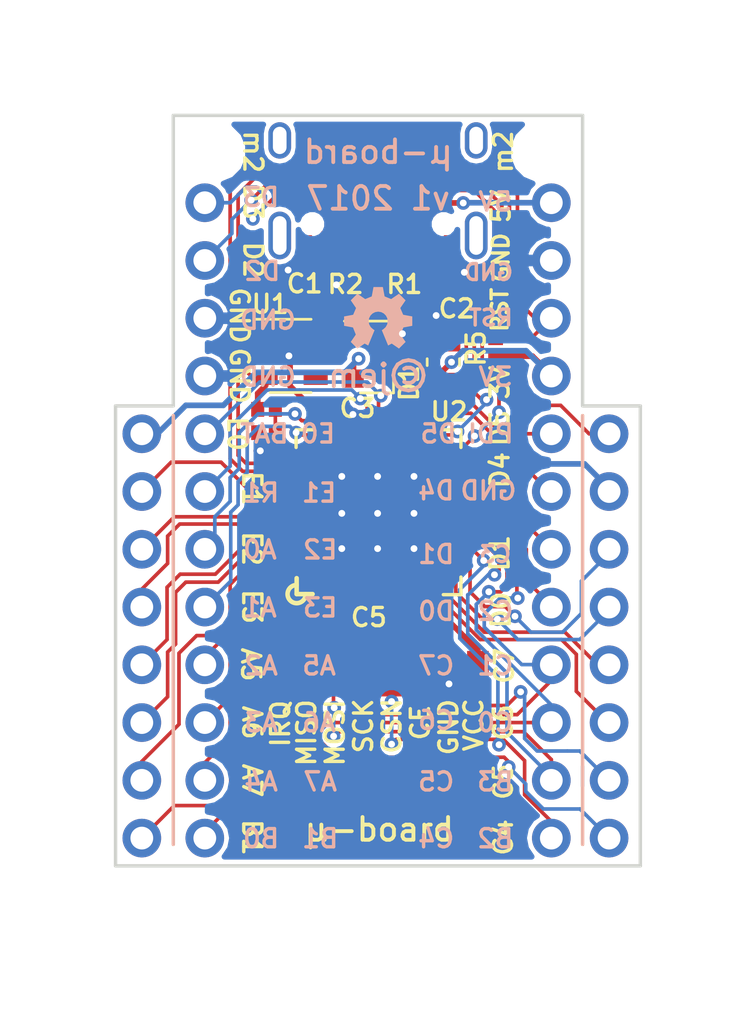
<source format=kicad_pcb>
(kicad_pcb (version 4) (host pcbnew 4.0.7)

  (general
    (links 100)
    (no_connects 5)
    (area -5.117143 -5.075001 28.217143 39.945715)
    (thickness 1.6)
    (drawings 84)
    (tracks 601)
    (zones 0)
    (modules 32)
    (nets 48)
  )

  (page A4)
  (layers
    (0 F.Cu signal)
    (31 B.Cu signal)
    (32 B.Adhes user)
    (33 F.Adhes user)
    (34 B.Paste user)
    (35 F.Paste user)
    (36 B.SilkS user)
    (37 F.SilkS user)
    (38 B.Mask user)
    (39 F.Mask user hide)
    (40 Dwgs.User user)
    (41 Cmts.User user)
    (42 Eco1.User user)
    (43 Eco2.User user)
    (44 Edge.Cuts user)
    (45 Margin user)
    (46 B.CrtYd user)
    (47 F.CrtYd user)
    (48 B.Fab user)
    (49 F.Fab user)
  )

  (setup
    (last_trace_width 0.16)
    (trace_clearance 0.16)
    (zone_clearance 0.2)
    (zone_45_only yes)
    (trace_min 0.16)
    (segment_width 0.15)
    (edge_width 0.15)
    (via_size 0.6)
    (via_drill 0.3)
    (via_min_size 0.6)
    (via_min_drill 0.3)
    (uvia_size 0.3)
    (uvia_drill 0.1)
    (uvias_allowed no)
    (uvia_min_size 0)
    (uvia_min_drill 0)
    (pcb_text_width 0.3)
    (pcb_text_size 1.5 1.5)
    (mod_edge_width 0.15)
    (mod_text_size 1 1)
    (mod_text_width 0.15)
    (pad_size 2.2 2.2)
    (pad_drill 2.2)
    (pad_to_mask_clearance 0.0381)
    (solder_mask_min_width 0.0508)
    (pad_to_paste_clearance -0.02)
    (aux_axis_origin 0 0)
    (visible_elements FFFEF73F)
    (pcbplotparams
      (layerselection 0x010f0_80000001)
      (usegerberextensions true)
      (excludeedgelayer true)
      (linewidth 0.100000)
      (plotframeref false)
      (viasonmask false)
      (mode 1)
      (useauxorigin false)
      (hpglpennumber 1)
      (hpglpenspeed 20)
      (hpglpendiameter 15)
      (hpglpenoverlay 2)
      (psnegative false)
      (psa4output false)
      (plotreference true)
      (plotvalue true)
      (plotinvisibletext false)
      (padsonsilk false)
      (subtractmaskfromsilk true)
      (outputformat 1)
      (mirror false)
      (drillshape 0)
      (scaleselection 1)
      (outputdirectory gerber))
  )

  (net 0 "")
  (net 1 +5V)
  (net 2 GND)
  (net 3 +3V3)
  (net 4 "Net-(J1-PadA5)")
  (net 5 /D+)
  (net 6 /D-)
  (net 7 "Net-(J1-PadB5)")
  (net 8 /PE3)
  (net 9 /PDI)
  (net 10 /PCL)
  (net 11 /PR1)
  (net 12 /PA0)
  (net 13 /PA1)
  (net 14 /PA2)
  (net 15 /PA3)
  (net 16 /PA4)
  (net 17 /PA5)
  (net 18 /PA6)
  (net 19 /PA7)
  (net 20 /PB0)
  (net 21 /PB1)
  (net 22 /PE1)
  (net 23 /PE0)
  (net 24 /PD5)
  (net 25 /PD4)
  (net 26 /PD3)
  (net 27 /PD2)
  (net 28 /PD1)
  (net 29 /PD0)
  (net 30 /PC7)
  (net 31 /PC6)
  (net 32 /PC5)
  (net 33 /PC4)
  (net 34 /PC3)
  (net 35 /PC2)
  (net 36 /PC1)
  (net 37 /PC0)
  (net 38 /PB3)
  (net 39 /PB2)
  (net 40 "Net-(C1-Pad2)")
  (net 41 +BATT)
  (net 42 /PE2)
  (net 43 "Net-(J1-PadS1)")
  (net 44 "Net-(J1-PadA8)")
  (net 45 "Net-(J1-PadB8)")
  (net 46 "Net-(R3-Pad1)")
  (net 47 "Net-(U1-Pad4)")

  (net_class Default "This is the default net class."
    (clearance 0.16)
    (trace_width 0.16)
    (via_dia 0.6)
    (via_drill 0.3)
    (uvia_dia 0.3)
    (uvia_drill 0.1)
    (add_net /D+)
    (add_net /D-)
    (add_net /PA0)
    (add_net /PA1)
    (add_net /PA2)
    (add_net /PA3)
    (add_net /PA4)
    (add_net /PA5)
    (add_net /PA6)
    (add_net /PA7)
    (add_net /PB0)
    (add_net /PB1)
    (add_net /PB2)
    (add_net /PB3)
    (add_net /PC0)
    (add_net /PC1)
    (add_net /PC2)
    (add_net /PC3)
    (add_net /PC4)
    (add_net /PC5)
    (add_net /PC6)
    (add_net /PC7)
    (add_net /PCL)
    (add_net /PD0)
    (add_net /PD1)
    (add_net /PD2)
    (add_net /PD3)
    (add_net /PD4)
    (add_net /PD5)
    (add_net /PDI)
    (add_net /PE0)
    (add_net /PE1)
    (add_net /PE2)
    (add_net /PE3)
    (add_net /PR1)
    (add_net "Net-(J1-PadA5)")
    (add_net "Net-(J1-PadA8)")
    (add_net "Net-(J1-PadB5)")
    (add_net "Net-(J1-PadB8)")
    (add_net "Net-(J1-PadS1)")
    (add_net "Net-(R3-Pad1)")
    (add_net "Net-(U1-Pad4)")
  )

  (net_class Power ""
    (clearance 0.16)
    (trace_width 0.25)
    (via_dia 0.6)
    (via_drill 0.3)
    (uvia_dia 0.3)
    (uvia_drill 0.1)
    (add_net +3V3)
    (add_net +5V)
    (add_net +BATT)
    (add_net GND)
    (add_net "Net-(C1-Pad2)")
  )

  (net_class temp ""
    (clearance 0.16)
    (trace_width 0.16)
    (via_dia 0.6)
    (via_drill 0.3)
    (uvia_dia 0.3)
    (uvia_drill 0.1)
  )

  (module nordic:NRF24L01-Module-SMD (layer F.Cu) (tedit 5A2672CA) (tstamp 5A2AB692)
    (at 11.49 25 90)
    (descr "Through hole pin header, pitch 1.27mm")
    (tags "pin header")
    (path /5A268ECA)
    (fp_text reference U3 (at -5.925 0.025 180) (layer Cmts.User)
      (effects (font (size 1 1) (thickness 0.15)))
    )
    (fp_text value nRF24L01_module (at -8 -7 90) (layer F.Fab)
      (effects (font (size 1 1) (thickness 0.15)))
    )
    (fp_text user IRQ (at -1.75 -4.24 90) (layer F.SilkS)
      (effects (font (size 0.8 0.8) (thickness 0.15)))
    )
    (fp_text user MISO (at -2.15 -3.09 90) (layer F.SilkS)
      (effects (font (size 0.8 0.8) (thickness 0.15)))
    )
    (fp_text user MOSI (at -2.15 -1.84 90) (layer F.SilkS)
      (effects (font (size 0.8 0.8) (thickness 0.15)))
    )
    (fp_text user SCK (at -1.85 -0.59 90) (layer F.SilkS)
      (effects (font (size 0.8 0.8) (thickness 0.15)))
    )
    (fp_text user CSN (at -1.85 0.66 90) (layer F.SilkS)
      (effects (font (size 0.8 0.8) (thickness 0.15)))
    )
    (fp_text user CE (at -1.7 1.91 90) (layer F.SilkS)
      (effects (font (size 0.8 0.8) (thickness 0.15)))
    )
    (fp_text user GND (at -1.9 3.16 90) (layer F.SilkS)
      (effects (font (size 0.8 0.8) (thickness 0.15)))
    )
    (fp_text user VCC (at -1.8 4.26 90) (layer F.SilkS)
      (effects (font (size 0.8 0.8) (thickness 0.15)))
    )
    (pad 8 smd rect (at 0 -4.445 90) (size 2 0.95) (drill (offset 0.45 0)) (layers F.Cu F.Paste F.Mask)
      (net 39 /PB2))
    (pad 7 smd rect (at 0 -3.175 90) (size 2 0.95) (drill (offset 0.45 0)) (layers F.Cu F.Paste F.Mask)
      (net 31 /PC6))
    (pad 6 smd rect (at 0 -1.905 90) (size 2 0.95) (drill (offset 0.45 0)) (layers F.Cu F.Paste F.Mask)
      (net 32 /PC5))
    (pad 5 smd rect (at 0 -0.635 90) (size 2 0.95) (drill (offset 0.45 0)) (layers F.Cu F.Paste F.Mask)
      (net 30 /PC7))
    (pad 4 smd rect (at 0 0.635 90) (size 2 0.95) (drill (offset 0.45 0)) (layers F.Cu F.Paste F.Mask)
      (net 33 /PC4))
    (pad 3 smd rect (at 0 1.905 90) (size 2 0.95) (drill (offset 0.45 0)) (layers F.Cu F.Paste F.Mask)
      (net 38 /PB3))
    (pad 2 smd rect (at 0 3.175 90) (size 2 0.95) (drill (offset 0.45 0)) (layers F.Cu F.Paste F.Mask)
      (net 2 GND))
    (pad 1 smd rect (at 0 4.445 90) (size 2 0.95) (drill (offset 0.45 0)) (layers F.Cu F.Paste F.Mask)
      (net 3 +3V3))
  )

  (module TestPoint:TestPoint_Pad_1.0x1.0mm (layer F.Cu) (tedit 5A26617A) (tstamp 5A30BE99)
    (at 9.95 17.5)
    (descr "SMD rectangular pad as test Point, square 1.0mm side length")
    (tags "test point SMD pad rectangle square")
    (attr virtual)
    (fp_text reference REF** (at 0 -1.448) (layer F.SilkS) hide
      (effects (font (size 1 1) (thickness 0.15)))
    )
    (fp_text value TestPoint_Pad_1.0x1.0mm (at 0 1.55) (layer F.Fab) hide
      (effects (font (size 1 1) (thickness 0.15)))
    )
    (pad 1 smd rect (at 0 0) (size 1.3 1.3) (layers F.Cu F.Paste F.Mask)
      (net 2 GND) (zone_connect 2))
  )

  (module TestPoint:TestPoint_Pad_1.0x1.0mm (layer F.Cu) (tedit 5A26617A) (tstamp 5A30BE94)
    (at 9.95 19.05)
    (descr "SMD rectangular pad as test Point, square 1.0mm side length")
    (tags "test point SMD pad rectangle square")
    (attr virtual)
    (fp_text reference REF** (at 0 -1.448) (layer F.SilkS) hide
      (effects (font (size 1 1) (thickness 0.15)))
    )
    (fp_text value TestPoint_Pad_1.0x1.0mm (at 0 1.55) (layer F.Fab) hide
      (effects (font (size 1 1) (thickness 0.15)))
    )
    (pad 1 smd rect (at 0 0) (size 1.3 1.3) (layers F.Cu F.Paste F.Mask)
      (net 2 GND) (zone_connect 2))
  )

  (module TestPoint:TestPoint_Pad_1.0x1.0mm (layer F.Cu) (tedit 5A26617A) (tstamp 5A30BE8F)
    (at 11.525 19.05)
    (descr "SMD rectangular pad as test Point, square 1.0mm side length")
    (tags "test point SMD pad rectangle square")
    (attr virtual)
    (fp_text reference REF** (at 0 -1.448) (layer F.SilkS) hide
      (effects (font (size 1 1) (thickness 0.15)))
    )
    (fp_text value TestPoint_Pad_1.0x1.0mm (at 0 1.55) (layer F.Fab) hide
      (effects (font (size 1 1) (thickness 0.15)))
    )
    (pad 1 smd rect (at 0 0) (size 1.3 1.3) (layers F.Cu F.Paste F.Mask)
      (net 2 GND) (zone_connect 2))
  )

  (module TestPoint:TestPoint_Pad_1.0x1.0mm (layer F.Cu) (tedit 5A26617A) (tstamp 5A30BE8A)
    (at 13.125 19.05)
    (descr "SMD rectangular pad as test Point, square 1.0mm side length")
    (tags "test point SMD pad rectangle square")
    (attr virtual)
    (fp_text reference REF** (at 0 -1.448) (layer F.SilkS) hide
      (effects (font (size 1 1) (thickness 0.15)))
    )
    (fp_text value TestPoint_Pad_1.0x1.0mm (at 0 1.55) (layer F.Fab) hide
      (effects (font (size 1 1) (thickness 0.15)))
    )
    (pad 1 smd rect (at 0 0) (size 1.3 1.3) (layers F.Cu F.Paste F.Mask)
      (net 2 GND) (zone_connect 2))
  )

  (module TestPoint:TestPoint_Pad_1.0x1.0mm (layer F.Cu) (tedit 5A26617A) (tstamp 5A30BE80)
    (at 11.525 17.5)
    (descr "SMD rectangular pad as test Point, square 1.0mm side length")
    (tags "test point SMD pad rectangle square")
    (attr virtual)
    (fp_text reference REF** (at 0 -1.448) (layer F.SilkS) hide
      (effects (font (size 1 1) (thickness 0.15)))
    )
    (fp_text value TestPoint_Pad_1.0x1.0mm (at 0 1.55) (layer F.Fab) hide
      (effects (font (size 1 1) (thickness 0.15)))
    )
    (pad 1 smd rect (at 0 0) (size 1.3 1.3) (layers F.Cu F.Paste F.Mask)
      (net 2 GND) (zone_connect 2))
  )

  (module TestPoint:TestPoint_Pad_1.0x1.0mm (layer F.Cu) (tedit 5A26617A) (tstamp 5A30BE7B)
    (at 13.125 17.5)
    (descr "SMD rectangular pad as test Point, square 1.0mm side length")
    (tags "test point SMD pad rectangle square")
    (attr virtual)
    (fp_text reference REF** (at 0 -1.448) (layer F.SilkS) hide
      (effects (font (size 1 1) (thickness 0.15)))
    )
    (fp_text value TestPoint_Pad_1.0x1.0mm (at 0 1.55) (layer F.Fab) hide
      (effects (font (size 1 1) (thickness 0.15)))
    )
    (pad 1 smd rect (at 0 0) (size 1.3 1.3) (layers F.Cu F.Paste F.Mask)
      (net 2 GND) (zone_connect 2))
  )

  (module TestPoint:TestPoint_Pad_1.0x1.0mm (layer F.Cu) (tedit 5A26617A) (tstamp 5A30BE75)
    (at 9.95 15.875)
    (descr "SMD rectangular pad as test Point, square 1.0mm side length")
    (tags "test point SMD pad rectangle square")
    (attr virtual)
    (fp_text reference REF** (at 0 -1.448) (layer F.SilkS) hide
      (effects (font (size 1 1) (thickness 0.15)))
    )
    (fp_text value TestPoint_Pad_1.0x1.0mm (at 0 1.55) (layer F.Fab) hide
      (effects (font (size 1 1) (thickness 0.15)))
    )
    (pad 1 smd rect (at 0 0) (size 1.3 1.3) (layers F.Cu F.Paste F.Mask)
      (net 2 GND) (zone_connect 2))
  )

  (module TestPoint:TestPoint_Pad_1.0x1.0mm (layer F.Cu) (tedit 5A26617A) (tstamp 5A30BE6F)
    (at 11.525 15.875)
    (descr "SMD rectangular pad as test Point, square 1.0mm side length")
    (tags "test point SMD pad rectangle square")
    (attr virtual)
    (fp_text reference REF** (at 0 -1.448) (layer F.SilkS) hide
      (effects (font (size 1 1) (thickness 0.15)))
    )
    (fp_text value TestPoint_Pad_1.0x1.0mm (at 0 1.55) (layer F.Fab) hide
      (effects (font (size 1 1) (thickness 0.15)))
    )
    (pad 1 smd rect (at 0 0) (size 1.3 1.3) (layers F.Cu F.Paste F.Mask)
      (net 2 GND) (zone_connect 2))
  )

  (module TestPoint:TestPoint_Pad_1.0x1.0mm (layer F.Cu) (tedit 5A26617A) (tstamp 5A30BD19)
    (at 13.125 15.875)
    (descr "SMD rectangular pad as test Point, square 1.0mm side length")
    (tags "test point SMD pad rectangle square")
    (attr virtual)
    (fp_text reference REF** (at 0 -1.448) (layer F.SilkS) hide
      (effects (font (size 1 1) (thickness 0.15)))
    )
    (fp_text value TestPoint_Pad_1.0x1.0mm (at 0 1.55) (layer F.Fab) hide
      (effects (font (size 1 1) (thickness 0.15)))
    )
    (pad 1 smd rect (at 0 0) (size 1.3 1.3) (layers F.Cu F.Paste F.Mask)
      (net 2 GND) (zone_connect 2))
  )

  (module Conn_PinHeader_2.54mm:PinHeader_1x12_P2.54mm_Vertical (layer F.Cu) (tedit 5A266797) (tstamp 5A2C3783)
    (at 3.925 3.84)
    (descr "Through hole straight pin header, 1x12, 2.54mm pitch, single row")
    (tags "Through hole pin header THT 1x12 2.54mm single row")
    (path /5A26D5CC)
    (fp_text reference J2 (at 0 -2.33) (layer Cmts.User) hide
      (effects (font (size 1 1) (thickness 0.15)))
    )
    (fp_text value Conn_01x11 (at 0 30.27) (layer F.Fab)
      (effects (font (size 1 1) (thickness 0.15)))
    )
    (fp_line (start -0.635 -1.27) (end 1.27 -1.27) (layer F.Fab) (width 0.1))
    (fp_line (start 1.27 -1.27) (end 1.27 29.21) (layer F.Fab) (width 0.1))
    (fp_line (start 1.27 29.21) (end -1.27 29.21) (layer F.Fab) (width 0.1))
    (fp_line (start -1.27 29.21) (end -1.27 -0.635) (layer F.Fab) (width 0.1))
    (fp_line (start -1.27 -0.635) (end -0.635 -1.27) (layer F.Fab) (width 0.1))
    (fp_line (start -1.8 -1.8) (end -1.8 29.75) (layer F.CrtYd) (width 0.05))
    (fp_line (start -1.8 29.75) (end 1.8 29.75) (layer F.CrtYd) (width 0.05))
    (fp_line (start 1.8 29.75) (end 1.8 -1.8) (layer F.CrtYd) (width 0.05))
    (fp_line (start 1.8 -1.8) (end -1.8 -1.8) (layer F.CrtYd) (width 0.05))
    (fp_text user %R (at 0 13.97 90) (layer F.Fab)
      (effects (font (size 1 1) (thickness 0.15)))
    )
    (pad 1 thru_hole circle (at 0 0) (size 1.7 1.7) (drill 1) (layers *.Cu *.Mask)
      (net 26 /PD3))
    (pad 2 thru_hole oval (at 0 2.54) (size 1.7 1.7) (drill 1) (layers *.Cu *.Mask)
      (net 27 /PD2))
    (pad 3 thru_hole oval (at 0 5.08) (size 1.7 1.7) (drill 1) (layers *.Cu *.Mask)
      (net 2 GND))
    (pad 4 thru_hole oval (at 0 7.62) (size 1.7 1.7) (drill 1) (layers *.Cu *.Mask)
      (net 2 GND))
    (pad 5 thru_hole oval (at 0 10.16) (size 1.7 1.7) (drill 1) (layers *.Cu *.Mask)
      (net 23 /PE0))
    (pad 6 thru_hole oval (at 0 12.7) (size 1.7 1.7) (drill 1) (layers *.Cu *.Mask)
      (net 22 /PE1))
    (pad 7 thru_hole oval (at 0 15.24) (size 1.7 1.7) (drill 1) (layers *.Cu *.Mask)
      (net 42 /PE2))
    (pad 8 thru_hole oval (at 0 17.78) (size 1.7 1.7) (drill 1) (layers *.Cu *.Mask)
      (net 8 /PE3))
    (pad 9 thru_hole oval (at 0 20.32) (size 1.7 1.7) (drill 1) (layers *.Cu *.Mask)
      (net 17 /PA5))
    (pad 10 thru_hole oval (at 0 22.86) (size 1.7 1.7) (drill 1) (layers *.Cu *.Mask)
      (net 18 /PA6))
    (pad 11 thru_hole oval (at 0 25.4) (size 1.7 1.7) (drill 1) (layers *.Cu *.Mask)
      (net 19 /PA7))
    (pad 12 thru_hole oval (at 0 27.94) (size 1.7 1.7) (drill 1) (layers *.Cu *.Mask)
      (net 21 /PB1))
    (model ${KISYS3DMOD}/Conn_PinHeader_2.54mm.3dshapes/PinHeader_1x12_P2.54mm_Vertical.wrl
      (at (xyz 0 0 0))
      (scale (xyz 1 1 1))
      (rotate (xyz 0 0 0))
    )
  )

  (module Conn_PinHeader_2.54mm:PinHeader_1x08_P2.54mm_Vertical (layer F.Cu) (tedit 5A266C50) (tstamp 5A2E77A0)
    (at 21.705 14)
    (descr "Through hole straight pin header, 1x08, 2.54mm pitch, single row")
    (tags "Through hole pin header THT 1x08 2.54mm single row")
    (path /5A26C467)
    (fp_text reference J5 (at 0 -2.33) (layer Cmts.User)
      (effects (font (size 1 1) (thickness 0.15)))
    )
    (fp_text value Conn_01x06 (at 0 20.11) (layer F.Fab)
      (effects (font (size 1 1) (thickness 0.15)))
    )
    (fp_line (start -0.635 -1.27) (end 1.27 -1.27) (layer F.Fab) (width 0.1))
    (fp_line (start 1.27 -1.27) (end 1.27 19.05) (layer F.Fab) (width 0.1))
    (fp_line (start 1.27 19.05) (end -1.27 19.05) (layer F.Fab) (width 0.1))
    (fp_line (start -1.27 19.05) (end -1.27 -0.635) (layer F.Fab) (width 0.1))
    (fp_line (start -1.27 -0.635) (end -0.635 -1.27) (layer F.Fab) (width 0.1))
    (fp_line (start -1.8 -1.8) (end -1.8 19.55) (layer F.CrtYd) (width 0.05))
    (fp_line (start -1.8 19.55) (end 1.8 19.55) (layer F.CrtYd) (width 0.05))
    (fp_line (start 1.8 19.55) (end 1.8 -1.8) (layer F.CrtYd) (width 0.05))
    (fp_line (start 1.8 -1.8) (end -1.8 -1.8) (layer F.CrtYd) (width 0.05))
    (fp_text user %R (at 0 8.89 90) (layer F.Fab)
      (effects (font (size 1 1) (thickness 0.15)))
    )
    (pad 1 thru_hole circle (at 0 0) (size 1.7 1.7) (drill 1) (layers *.Cu *.Mask)
      (net 9 /PDI))
    (pad 2 thru_hole oval (at 0 2.54) (size 1.7 1.7) (drill 1) (layers *.Cu *.Mask)
      (net 2 GND))
    (pad 3 thru_hole oval (at 0 5.08) (size 1.7 1.7) (drill 1) (layers *.Cu *.Mask)
      (net 34 /PC3))
    (pad 4 thru_hole oval (at 0 7.62) (size 1.7 1.7) (drill 1) (layers *.Cu *.Mask)
      (net 35 /PC2))
    (pad 5 thru_hole oval (at 0 10.16) (size 1.7 1.7) (drill 1) (layers *.Cu *.Mask)
      (net 36 /PC1))
    (pad 6 thru_hole oval (at 0 12.7) (size 1.7 1.7) (drill 1) (layers *.Cu *.Mask)
      (net 37 /PC0))
    (pad 7 thru_hole oval (at 0 15.24) (size 1.7 1.7) (drill 1) (layers *.Cu *.Mask)
      (net 38 /PB3))
    (pad 8 thru_hole oval (at 0 17.78) (size 1.7 1.7) (drill 1) (layers *.Cu *.Mask)
      (net 39 /PB2))
    (model ${KISYS3DMOD}/Conn_PinHeader_2.54mm.3dshapes/PinHeader_1x08_P2.54mm_Vertical.wrl
      (at (xyz 0 0 0))
      (scale (xyz 1 1 1))
      (rotate (xyz 0 0 0))
    )
  )

  (module Conn_PinHeader_2.54mm:PinHeader_1x12_P2.54mm_Vertical (layer F.Cu) (tedit 5A26679D) (tstamp 5A2DB9B5)
    (at 19.165 3.84)
    (descr "Through hole straight pin header, 1x12, 2.54mm pitch, single row")
    (tags "Through hole pin header THT 1x12 2.54mm single row")
    (path /5A265388)
    (fp_text reference J4 (at 0 -2.33) (layer Cmts.User)
      (effects (font (size 1 1) (thickness 0.15)))
    )
    (fp_text value Conn_01x13 (at 0 30.27) (layer F.Fab)
      (effects (font (size 1 1) (thickness 0.15)))
    )
    (fp_line (start -0.635 -1.27) (end 1.27 -1.27) (layer F.Fab) (width 0.1))
    (fp_line (start 1.27 -1.27) (end 1.27 29.21) (layer F.Fab) (width 0.1))
    (fp_line (start 1.27 29.21) (end -1.27 29.21) (layer F.Fab) (width 0.1))
    (fp_line (start -1.27 29.21) (end -1.27 -0.635) (layer F.Fab) (width 0.1))
    (fp_line (start -1.27 -0.635) (end -0.635 -1.27) (layer F.Fab) (width 0.1))
    (fp_line (start -1.8 -1.8) (end -1.8 29.75) (layer F.CrtYd) (width 0.05))
    (fp_line (start -1.8 29.75) (end 1.8 29.75) (layer F.CrtYd) (width 0.05))
    (fp_line (start 1.8 29.75) (end 1.8 -1.8) (layer F.CrtYd) (width 0.05))
    (fp_line (start 1.8 -1.8) (end -1.8 -1.8) (layer F.CrtYd) (width 0.05))
    (fp_text user %R (at 0 13.97 90) (layer F.Fab)
      (effects (font (size 1 1) (thickness 0.15)))
    )
    (pad 1 thru_hole circle (at 0 0) (size 1.7 1.7) (drill 1) (layers *.Cu *.Mask)
      (net 1 +5V))
    (pad 2 thru_hole oval (at 0 2.54) (size 1.7 1.7) (drill 1) (layers *.Cu *.Mask)
      (net 2 GND))
    (pad 3 thru_hole oval (at 0 5.08) (size 1.7 1.7) (drill 1) (layers *.Cu *.Mask)
      (net 10 /PCL))
    (pad 4 thru_hole oval (at 0 7.62) (size 1.7 1.7) (drill 1) (layers *.Cu *.Mask)
      (net 3 +3V3))
    (pad 5 thru_hole oval (at 0 10.16) (size 1.7 1.7) (drill 1) (layers *.Cu *.Mask)
      (net 24 /PD5))
    (pad 6 thru_hole oval (at 0 12.7) (size 1.7 1.7) (drill 1) (layers *.Cu *.Mask)
      (net 25 /PD4))
    (pad 7 thru_hole oval (at 0 15.24) (size 1.7 1.7) (drill 1) (layers *.Cu *.Mask)
      (net 28 /PD1))
    (pad 8 thru_hole oval (at 0 17.78) (size 1.7 1.7) (drill 1) (layers *.Cu *.Mask)
      (net 29 /PD0))
    (pad 9 thru_hole oval (at 0 20.32) (size 1.7 1.7) (drill 1) (layers *.Cu *.Mask)
      (net 30 /PC7))
    (pad 10 thru_hole oval (at 0 22.86) (size 1.7 1.7) (drill 1) (layers *.Cu *.Mask)
      (net 31 /PC6))
    (pad 11 thru_hole oval (at 0 25.4) (size 1.7 1.7) (drill 1) (layers *.Cu *.Mask)
      (net 32 /PC5))
    (pad 12 thru_hole oval (at 0 27.94) (size 1.7 1.7) (drill 1) (layers *.Cu *.Mask)
      (net 33 /PC4))
    (model ${KISYS3DMOD}/Conn_PinHeader_2.54mm.3dshapes/PinHeader_1x12_P2.54mm_Vertical.wrl
      (at (xyz 0 0 0))
      (scale (xyz 1 1 1))
      (rotate (xyz 0 0 0))
    )
  )

  (module Conn_PinHeader_2.54mm:PinHeader_1x08_P2.54mm_Vertical (layer F.Cu) (tedit 5A265278) (tstamp 5A2B7926)
    (at 1.155 14)
    (descr "Through hole straight pin header, 1x08, 2.54mm pitch, single row")
    (tags "Through hole pin header THT 1x08 2.54mm single row")
    (path /5A26D970)
    (fp_text reference J3 (at 0 -2.33) (layer Cmts.User)
      (effects (font (size 1 1) (thickness 0.15)))
    )
    (fp_text value Conn_01x08 (at 0 20.11) (layer F.Fab)
      (effects (font (size 1 1) (thickness 0.15)))
    )
    (fp_line (start -0.635 -1.27) (end 1.27 -1.27) (layer F.Fab) (width 0.1))
    (fp_line (start 1.27 -1.27) (end 1.27 19.05) (layer F.Fab) (width 0.1))
    (fp_line (start 1.27 19.05) (end -1.27 19.05) (layer F.Fab) (width 0.1))
    (fp_line (start -1.27 19.05) (end -1.27 -0.635) (layer F.Fab) (width 0.1))
    (fp_line (start -1.27 -0.635) (end -0.635 -1.27) (layer F.Fab) (width 0.1))
    (fp_line (start -1.8 -1.8) (end -1.8 19.55) (layer F.CrtYd) (width 0.05))
    (fp_line (start -1.8 19.55) (end 1.8 19.55) (layer F.CrtYd) (width 0.05))
    (fp_line (start 1.8 19.55) (end 1.8 -1.8) (layer F.CrtYd) (width 0.05))
    (fp_line (start 1.8 -1.8) (end -1.8 -1.8) (layer F.CrtYd) (width 0.05))
    (fp_text user %R (at 0 8.89 90) (layer F.Fab)
      (effects (font (size 1 1) (thickness 0.15)))
    )
    (pad 1 thru_hole circle (at 0 0) (size 1.7 1.7) (drill 1) (layers *.Cu *.Mask)
      (net 41 +BATT))
    (pad 2 thru_hole oval (at 0 2.54) (size 1.7 1.7) (drill 1) (layers *.Cu *.Mask)
      (net 11 /PR1))
    (pad 3 thru_hole oval (at 0 5.08) (size 1.7 1.7) (drill 1) (layers *.Cu *.Mask)
      (net 12 /PA0))
    (pad 4 thru_hole oval (at 0 7.62) (size 1.7 1.7) (drill 1) (layers *.Cu *.Mask)
      (net 13 /PA1))
    (pad 5 thru_hole oval (at 0 10.16) (size 1.7 1.7) (drill 1) (layers *.Cu *.Mask)
      (net 14 /PA2))
    (pad 6 thru_hole oval (at 0 12.7) (size 1.7 1.7) (drill 1) (layers *.Cu *.Mask)
      (net 15 /PA3))
    (pad 7 thru_hole oval (at 0 15.24) (size 1.7 1.7) (drill 1) (layers *.Cu *.Mask)
      (net 16 /PA4))
    (pad 8 thru_hole oval (at 0 17.78) (size 1.7 1.7) (drill 1) (layers *.Cu *.Mask)
      (net 20 /PB0))
    (model ${KISYS3DMOD}/Conn_PinHeader_2.54mm.3dshapes/PinHeader_1x08_P2.54mm_Vertical.wrl
      (at (xyz 0 0 0))
      (scale (xyz 1 1 1))
      (rotate (xyz 0 0 0))
    )
  )

  (module conn_usb:USB_TypeC_U31F-24SNA0201 (layer F.Cu) (tedit 5A265316) (tstamp 5A263B68)
    (at 11.54 -1.5 180)
    (descr http://www.dory-tech.com/UploadFiles/2017/0/2017080810353867631.pdf)
    (path /5A25020D)
    (fp_text reference J1 (at 0.015 -2.45 180) (layer Cmts.User)
      (effects (font (size 1 1) (thickness 0.15)))
    )
    (fp_text value USB_C_Receptacle (at 0.02 1.18 180) (layer F.Fab)
      (effects (font (size 1 1) (thickness 0.15)))
    )
    (fp_line (start 4.47 -7.35) (end -4.47 -7.35) (layer F.Fab) (width 0.1))
    (fp_line (start -4.47 -7.35) (end -4.47 0) (layer F.Fab) (width 0.1))
    (fp_line (start -4.47 0) (end 4.47 0) (layer F.Fab) (width 0.1))
    (fp_line (start 4.47 0) (end 4.47 -7.35) (layer F.Fab) (width 0.1))
    (fp_line (start -4.9 -1.45) (end 4.9 -1.45) (layer F.CrtYd) (width 0.1))
    (pad A6 smd rect (at -0.25 -7.345 180) (size 0.3 1.15) (layers F.Cu F.Paste F.Mask)
      (net 5 /D+))
    (pad B1 smd rect (at 3.2 -7.345 180) (size 0.6 1.15) (layers F.Cu F.Paste F.Mask)
      (net 2 GND))
    (pad B4 smd rect (at 2.4 -7.345 180) (size 0.6 1.15) (layers F.Cu F.Paste F.Mask)
      (net 1 +5V))
    (pad A4 smd rect (at -2.4 -7.345 180) (size 0.6 1.15) (layers F.Cu F.Paste F.Mask)
      (net 1 +5V))
    (pad S1 thru_hole oval (at -4.32 -6.78 180) (size 1 2.1) (drill oval 0.6 1.7) (layers *.Cu *.Mask)
      (net 43 "Net-(J1-PadS1)"))
    (pad "" np_thru_hole circle (at -2.89 -6.28 180) (size 0.65 0.65) (drill 0.65) (layers *.Cu *.Mask))
    (pad S1 thru_hole oval (at 4.32 -6.78 180) (size 1 2.1) (drill oval 0.6 1.7) (layers *.Cu *.Mask)
      (net 43 "Net-(J1-PadS1)"))
    (pad S1 thru_hole oval (at -4.32 -2.6 180) (size 1 1.6) (drill oval 0.6 1.2) (layers *.Cu *.Mask)
      (net 43 "Net-(J1-PadS1)"))
    (pad S1 thru_hole oval (at 4.32 -2.6 180) (size 1 1.6) (drill oval 0.6 1.2) (layers *.Cu *.Mask)
      (net 43 "Net-(J1-PadS1)"))
    (pad A1 smd rect (at -3.2 -7.345 180) (size 0.6 1.15) (layers F.Cu F.Paste F.Mask)
      (net 2 GND))
    (pad "" np_thru_hole circle (at 2.89 -6.28 180) (size 0.65 0.65) (drill 0.65) (layers *.Cu *.Mask))
    (pad A7 smd rect (at 0.25 -7.345 180) (size 0.3 1.15) (layers F.Cu F.Paste F.Mask)
      (net 6 /D-))
    (pad B6 smd rect (at 0.75 -7.345 180) (size 0.3 1.15) (layers F.Cu F.Paste F.Mask)
      (net 5 /D+))
    (pad A8 smd rect (at 1.25 -7.345 180) (size 0.3 1.15) (layers F.Cu F.Paste F.Mask)
      (net 44 "Net-(J1-PadA8)"))
    (pad B5 smd rect (at 1.75 -7.345 180) (size 0.3 1.15) (layers F.Cu F.Paste F.Mask)
      (net 7 "Net-(J1-PadB5)"))
    (pad B7 smd rect (at -0.75 -7.345 180) (size 0.3 1.15) (layers F.Cu F.Paste F.Mask)
      (net 6 /D-))
    (pad A5 smd rect (at -1.25 -7.345 180) (size 0.3 1.15) (layers F.Cu F.Paste F.Mask)
      (net 4 "Net-(J1-PadA5)"))
    (pad B8 smd rect (at -1.75 -7.345 180) (size 0.3 1.15) (layers F.Cu F.Paste F.Mask)
      (net 45 "Net-(J1-PadB8)"))
  )

  (module Mounting_Holes:MountingHole_2.2mm_M2 (layer F.Cu) (tedit 5910EA24) (tstamp 59100503)
    (at 18.7 1.6)
    (descr "Mounting Hole 2.2mm, no annular, M2")
    (tags "mounting hole 2.2mm no annular m2")
    (fp_text reference REF** (at 0 -3.2) (layer F.SilkS) hide
      (effects (font (size 1 1) (thickness 0.15)))
    )
    (fp_text value MountingHole_2.2mm_M2 (at 0 3.2) (layer F.Fab)
      (effects (font (size 1 1) (thickness 0.15)))
    )
    (fp_circle (center 0 0) (end 2.2 0) (layer Cmts.User) (width 0.15))
    (fp_circle (center 0 0) (end 2.45 0) (layer F.CrtYd) (width 0.05))
    (pad 1 np_thru_hole circle (at 0 0) (size 2.2 2.2) (drill 2.2) (layers *.Cu *.Mask))
  )

  (module qfn:QFN-44-1EP_7x7mm_Pitch0.5mm_Alt_Silk (layer F.Cu) (tedit 5A2647C2) (tstamp 59BDA6F2)
    (at 11.565 17.45 90)
    (descr "UK Package; 44-Lead Plastic QFN (7mm x 7mm); (see Linear Technology QFN_44_05-08-1763.pdf)")
    (tags "QFN 0.5")
    (path /5A24E79F)
    (zone_connect 2)
    (attr smd)
    (fp_text reference U2 (at 4.425 3.1 180) (layer F.SilkS)
      (effects (font (size 0.8 0.8) (thickness 0.15)))
    )
    (fp_text value ATXMEGA-A4U-EPAD (at 0 4.75 90) (layer F.Fab)
      (effects (font (size 1 1) (thickness 0.15)))
    )
    (fp_line (start -2.9 -3.6) (end -3.6 -3.6) (layer F.SilkS) (width 0.2))
    (fp_arc (start -3.6 -3.6) (end -3.6 -3.2) (angle 270) (layer F.SilkS) (width 0.2))
    (fp_line (start -3.6 -3.6) (end -3.6 -2.9) (layer F.SilkS) (width 0.2))
    (fp_line (start -2.5 -3.5) (end 3.5 -3.5) (layer F.Fab) (width 0.15))
    (fp_line (start 3.5 -3.5) (end 3.5 3.5) (layer F.Fab) (width 0.15))
    (fp_line (start 3.5 3.5) (end -3.5 3.5) (layer F.Fab) (width 0.15))
    (fp_line (start -3.5 3.5) (end -3.5 -2.5) (layer F.Fab) (width 0.15))
    (fp_line (start -3.5 -2.5) (end -2.5 -3.5) (layer F.Fab) (width 0.15))
    (fp_line (start -4 -4) (end -4 4) (layer F.CrtYd) (width 0.05))
    (fp_line (start 4 -4) (end 4 4) (layer F.CrtYd) (width 0.05))
    (fp_line (start -4 -4) (end 4 -4) (layer F.CrtYd) (width 0.05))
    (fp_line (start -4 4) (end 4 4) (layer F.CrtYd) (width 0.05))
    (fp_line (start 3.625 -3.625) (end 3.625 -2.85) (layer F.SilkS) (width 0.15))
    (fp_line (start -3.625 3.625) (end -3.625 2.85) (layer F.SilkS) (width 0.15))
    (fp_line (start 3.625 3.625) (end 3.625 2.85) (layer F.SilkS) (width 0.15))
    (fp_line (start -3.625 3.625) (end -2.85 3.625) (layer F.SilkS) (width 0.15))
    (fp_line (start 3.625 3.625) (end 2.85 3.625) (layer F.SilkS) (width 0.15))
    (fp_line (start 3.625 -3.625) (end 2.85 -3.625) (layer F.SilkS) (width 0.15))
    (pad 1 smd rect (at -3.4 -2.5 90) (size 0.7 0.25) (layers F.Cu F.Paste F.Mask)
      (net 17 /PA5) (zone_connect 2))
    (pad 2 smd rect (at -3.4 -2 90) (size 0.7 0.25) (layers F.Cu F.Paste F.Mask)
      (net 18 /PA6) (zone_connect 2))
    (pad 3 smd rect (at -3.4 -1.5 90) (size 0.7 0.25) (layers F.Cu F.Paste F.Mask)
      (net 19 /PA7) (zone_connect 2))
    (pad 4 smd rect (at -3.4 -1 90) (size 0.7 0.25) (layers F.Cu F.Paste F.Mask)
      (net 20 /PB0) (zone_connect 2))
    (pad 5 smd rect (at -3.4 -0.5 90) (size 0.7 0.25) (layers F.Cu F.Paste F.Mask)
      (net 21 /PB1) (zone_connect 2))
    (pad 6 smd rect (at -3.4 0 90) (size 0.7 0.25) (layers F.Cu F.Paste F.Mask)
      (net 39 /PB2) (zone_connect 2))
    (pad 7 smd rect (at -3.4 0.5 90) (size 0.7 0.25) (layers F.Cu F.Paste F.Mask)
      (net 38 /PB3) (zone_connect 2))
    (pad 8 smd rect (at -3.4 1 90) (size 0.7 0.25) (layers F.Cu F.Paste F.Mask)
      (net 2 GND) (zone_connect 2))
    (pad 9 smd rect (at -3.4 1.5 90) (size 0.7 0.25) (layers F.Cu F.Paste F.Mask)
      (net 3 +3V3) (zone_connect 2))
    (pad 10 smd rect (at -3.4 2 90) (size 0.7 0.25) (layers F.Cu F.Paste F.Mask)
      (net 37 /PC0) (zone_connect 2))
    (pad 11 smd rect (at -3.4 2.5 90) (size 0.7 0.25) (layers F.Cu F.Paste F.Mask)
      (net 36 /PC1) (zone_connect 2))
    (pad 12 smd rect (at -2.5 3.4 180) (size 0.7 0.25) (layers F.Cu F.Paste F.Mask)
      (net 35 /PC2) (zone_connect 2))
    (pad 13 smd rect (at -2 3.4 180) (size 0.7 0.25) (layers F.Cu F.Paste F.Mask)
      (net 34 /PC3) (zone_connect 2))
    (pad 14 smd rect (at -1.5 3.4 180) (size 0.7 0.25) (layers F.Cu F.Paste F.Mask)
      (net 33 /PC4) (zone_connect 2))
    (pad 15 smd rect (at -1 3.4 180) (size 0.7 0.25) (layers F.Cu F.Paste F.Mask)
      (net 32 /PC5) (zone_connect 2))
    (pad 16 smd rect (at -0.5 3.4 180) (size 0.7 0.25) (layers F.Cu F.Paste F.Mask)
      (net 31 /PC6) (zone_connect 2))
    (pad 17 smd rect (at 0 3.4 180) (size 0.7 0.25) (layers F.Cu F.Paste F.Mask)
      (net 30 /PC7) (zone_connect 2))
    (pad 18 smd rect (at 0.5 3.4 180) (size 0.7 0.25) (layers F.Cu F.Paste F.Mask)
      (net 2 GND) (zone_connect 2))
    (pad 19 smd rect (at 1 3.4 180) (size 0.7 0.25) (layers F.Cu F.Paste F.Mask)
      (net 3 +3V3) (zone_connect 2))
    (pad 20 smd rect (at 1.5 3.4 180) (size 0.7 0.25) (layers F.Cu F.Paste F.Mask)
      (net 29 /PD0) (zone_connect 2))
    (pad 21 smd rect (at 2 3.4 180) (size 0.7 0.25) (layers F.Cu F.Paste F.Mask)
      (net 28 /PD1) (zone_connect 2))
    (pad 22 smd rect (at 2.5 3.4 180) (size 0.7 0.25) (layers F.Cu F.Paste F.Mask)
      (net 27 /PD2) (zone_connect 2))
    (pad 23 smd rect (at 3.4 2.5 90) (size 0.7 0.25) (layers F.Cu F.Paste F.Mask)
      (net 26 /PD3) (zone_connect 2))
    (pad 24 smd rect (at 3.4 2 90) (size 0.7 0.25) (layers F.Cu F.Paste F.Mask)
      (net 25 /PD4) (zone_connect 2))
    (pad 25 smd rect (at 3.4 1.5 90) (size 0.7 0.25) (layers F.Cu F.Paste F.Mask)
      (net 24 /PD5) (zone_connect 2))
    (pad 26 smd rect (at 3.4 1 90) (size 0.7 0.25) (layers F.Cu F.Paste F.Mask)
      (net 6 /D-) (zone_connect 2))
    (pad 27 smd rect (at 3.4 0.5 90) (size 0.7 0.25) (layers F.Cu F.Paste F.Mask)
      (net 5 /D+) (zone_connect 2))
    (pad 28 smd rect (at 3.4 0 90) (size 0.7 0.25) (layers F.Cu F.Paste F.Mask)
      (net 23 /PE0) (zone_connect 2))
    (pad 29 smd rect (at 3.4 -0.5 90) (size 0.7 0.25) (layers F.Cu F.Paste F.Mask)
      (net 22 /PE1) (zone_connect 2))
    (pad 30 smd rect (at 3.4 -1 90) (size 0.7 0.25) (layers F.Cu F.Paste F.Mask)
      (net 2 GND) (zone_connect 2))
    (pad 31 smd rect (at 3.4 -1.5 90) (size 0.7 0.25) (layers F.Cu F.Paste F.Mask)
      (net 3 +3V3) (zone_connect 2))
    (pad 32 smd rect (at 3.4 -2 90) (size 0.7 0.25) (layers F.Cu F.Paste F.Mask)
      (net 42 /PE2) (zone_connect 2))
    (pad 33 smd rect (at 3.4 -2.5 90) (size 0.7 0.25) (layers F.Cu F.Paste F.Mask)
      (net 8 /PE3) (zone_connect 2))
    (pad 34 smd rect (at 2.5 -3.4 180) (size 0.7 0.25) (layers F.Cu F.Paste F.Mask)
      (net 9 /PDI) (zone_connect 2))
    (pad 35 smd rect (at 2 -3.4 180) (size 0.7 0.25) (layers F.Cu F.Paste F.Mask)
      (net 10 /PCL) (zone_connect 2))
    (pad 36 smd rect (at 1.5 -3.4 180) (size 0.7 0.25) (layers F.Cu F.Paste F.Mask)
      (net 46 "Net-(R3-Pad1)") (zone_connect 2))
    (pad 37 smd rect (at 1 -3.4 180) (size 0.7 0.25) (layers F.Cu F.Paste F.Mask)
      (net 11 /PR1) (zone_connect 2))
    (pad 38 smd rect (at 0.5 -3.4 180) (size 0.7 0.25) (layers F.Cu F.Paste F.Mask)
      (net 2 GND) (zone_connect 2))
    (pad 39 smd rect (at 0 -3.4 180) (size 0.7 0.25) (layers F.Cu F.Paste F.Mask)
      (net 3 +3V3) (zone_connect 2))
    (pad 40 smd rect (at -0.5 -3.4 180) (size 0.7 0.25) (layers F.Cu F.Paste F.Mask)
      (net 12 /PA0) (zone_connect 2))
    (pad 41 smd rect (at -1 -3.4 180) (size 0.7 0.25) (layers F.Cu F.Paste F.Mask)
      (net 13 /PA1) (zone_connect 2))
    (pad 42 smd rect (at -1.5 -3.4 180) (size 0.7 0.25) (layers F.Cu F.Paste F.Mask)
      (net 14 /PA2) (zone_connect 2))
    (pad 43 smd rect (at -2 -3.4 180) (size 0.7 0.25) (layers F.Cu F.Paste F.Mask)
      (net 15 /PA3) (zone_connect 2))
    (pad 44 smd rect (at -2.5 -3.4 180) (size 0.7 0.25) (layers F.Cu F.Paste F.Mask)
      (net 16 /PA4) (zone_connect 2))
    (model Housings_DFN_QFN.3dshapes/QFN-44-1EP_7x7mm_Pitch0.5mm.wrl
      (at (xyz 0 0 0))
      (scale (xyz 1 1 1))
      (rotate (xyz 0 0 0))
    )
  )

  (module Capacitor_SMD:C_0402_1005Metric (layer F.Cu) (tedit 5A2647E3) (tstamp 5A2A09E0)
    (at 8.365 8.35 180)
    (descr "Capacitor SMD 0402 (1005 Metric), square (rectangular) end terminal, IPC_7351 nominal, (Body size source: http://www.tortai-tech.com/upload/download/2011102023233369053.pdf), generated with kicad-footprint-generator")
    (tags capacitor)
    (path /5912FD33)
    (attr smd)
    (fp_text reference C1 (at 0.05 0.95 180) (layer F.SilkS)
      (effects (font (size 0.8 0.8) (thickness 0.15)))
    )
    (fp_text value 1uF (at 0 1.5 180) (layer F.Fab)
      (effects (font (size 1 1) (thickness 0.15)))
    )
    (fp_line (start -0.5 0.25) (end -0.5 -0.25) (layer F.Fab) (width 0.1))
    (fp_line (start -0.5 -0.25) (end 0.5 -0.25) (layer F.Fab) (width 0.1))
    (fp_line (start 0.5 -0.25) (end 0.5 0.25) (layer F.Fab) (width 0.1))
    (fp_line (start 0.5 0.25) (end -0.5 0.25) (layer F.Fab) (width 0.1))
    (fp_line (start -0.82 0.48) (end -0.82 -0.48) (layer F.CrtYd) (width 0.05))
    (fp_line (start -0.82 -0.48) (end 0.82 -0.48) (layer F.CrtYd) (width 0.05))
    (fp_line (start 0.82 -0.48) (end 0.82 0.48) (layer F.CrtYd) (width 0.05))
    (fp_line (start 0.82 0.48) (end -0.82 0.48) (layer F.CrtYd) (width 0.05))
    (fp_text user %R (at 0 -0.88 180) (layer F.Fab)
      (effects (font (size 0.5 0.5) (thickness 0.08)))
    )
    (pad 1 smd rect (at -0.3875 0 180) (size 0.575 0.65) (layers F.Cu F.Paste F.Mask)
      (net 2 GND))
    (pad 2 smd rect (at 0.3875 0 180) (size 0.575 0.65) (layers F.Cu F.Paste F.Mask)
      (net 40 "Net-(C1-Pad2)"))
    (model ${KISYS3DMOD}/Capacitor_SMD.3dshapes/C_0402_1005Metric.wrl
      (at (xyz 0 0 0))
      (scale (xyz 1 1 1))
      (rotate (xyz 0 0 0))
    )
  )

  (module Capacitor_SMD:C_0402_1005Metric (layer F.Cu) (tedit 5A2647A6) (tstamp 5A2A09EA)
    (at 9.09 12.85)
    (descr "Capacitor SMD 0402 (1005 Metric), square (rectangular) end terminal, IPC_7351 nominal, (Body size source: http://www.tortai-tech.com/upload/download/2011102023233369053.pdf), generated with kicad-footprint-generator")
    (tags capacitor)
    (path /59100348)
    (attr smd)
    (fp_text reference C3 (at 1.55 0.025) (layer F.SilkS)
      (effects (font (size 0.8 0.8) (thickness 0.15)))
    )
    (fp_text value 0.1uF (at 0 1.5) (layer F.Fab)
      (effects (font (size 1 1) (thickness 0.15)))
    )
    (fp_line (start -0.5 0.25) (end -0.5 -0.25) (layer F.Fab) (width 0.1))
    (fp_line (start -0.5 -0.25) (end 0.5 -0.25) (layer F.Fab) (width 0.1))
    (fp_line (start 0.5 -0.25) (end 0.5 0.25) (layer F.Fab) (width 0.1))
    (fp_line (start 0.5 0.25) (end -0.5 0.25) (layer F.Fab) (width 0.1))
    (fp_line (start -0.82 0.48) (end -0.82 -0.48) (layer F.CrtYd) (width 0.05))
    (fp_line (start -0.82 -0.48) (end 0.82 -0.48) (layer F.CrtYd) (width 0.05))
    (fp_line (start 0.82 -0.48) (end 0.82 0.48) (layer F.CrtYd) (width 0.05))
    (fp_line (start 0.82 0.48) (end -0.82 0.48) (layer F.CrtYd) (width 0.05))
    (fp_text user %R (at 0 -0.88) (layer F.Fab)
      (effects (font (size 0.5 0.5) (thickness 0.08)))
    )
    (pad 1 smd rect (at -0.3875 0) (size 0.575 0.65) (layers F.Cu F.Paste F.Mask)
      (net 2 GND))
    (pad 2 smd rect (at 0.3875 0) (size 0.575 0.65) (layers F.Cu F.Paste F.Mask)
      (net 3 +3V3))
    (model ${KISYS3DMOD}/Capacitor_SMD.3dshapes/C_0402_1005Metric.wrl
      (at (xyz 0 0 0))
      (scale (xyz 1 1 1))
      (rotate (xyz 0 0 0))
    )
  )

  (module Capacitor_SMD:C_0402_1005Metric (layer F.Cu) (tedit 5A2671C2) (tstamp 5A2A09EF)
    (at 6.885 17.47 270)
    (descr "Capacitor SMD 0402 (1005 Metric), square (rectangular) end terminal, IPC_7351 nominal, (Body size source: http://www.tortai-tech.com/upload/download/2011102023233369053.pdf), generated with kicad-footprint-generator")
    (tags capacitor)
    (path /591002C8)
    (attr smd)
    (fp_text reference C4 (at 0.08 -0.265 360) (layer Cmts.User)
      (effects (font (size 0.8 0.8) (thickness 0.15)))
    )
    (fp_text value 0.1uF (at 0 1.5 270) (layer F.Fab)
      (effects (font (size 1 1) (thickness 0.15)))
    )
    (fp_line (start -0.5 0.25) (end -0.5 -0.25) (layer F.Fab) (width 0.1))
    (fp_line (start -0.5 -0.25) (end 0.5 -0.25) (layer F.Fab) (width 0.1))
    (fp_line (start 0.5 -0.25) (end 0.5 0.25) (layer F.Fab) (width 0.1))
    (fp_line (start 0.5 0.25) (end -0.5 0.25) (layer F.Fab) (width 0.1))
    (fp_line (start -0.82 0.48) (end -0.82 -0.48) (layer F.CrtYd) (width 0.05))
    (fp_line (start -0.82 -0.48) (end 0.82 -0.48) (layer F.CrtYd) (width 0.05))
    (fp_line (start 0.82 -0.48) (end 0.82 0.48) (layer F.CrtYd) (width 0.05))
    (fp_line (start 0.82 0.48) (end -0.82 0.48) (layer F.CrtYd) (width 0.05))
    (fp_text user %R (at 0 -0.88 270) (layer F.Fab)
      (effects (font (size 0.5 0.5) (thickness 0.08)))
    )
    (pad 1 smd rect (at -0.3875 0 270) (size 0.575 0.65) (layers F.Cu F.Paste F.Mask)
      (net 2 GND))
    (pad 2 smd rect (at 0.3875 0 270) (size 0.575 0.65) (layers F.Cu F.Paste F.Mask)
      (net 3 +3V3))
    (model ${KISYS3DMOD}/Capacitor_SMD.3dshapes/C_0402_1005Metric.wrl
      (at (xyz 0 0 0))
      (scale (xyz 1 1 1))
      (rotate (xyz 0 0 0))
    )
  )

  (module Capacitor_SMD:C_0402_1005Metric (layer F.Cu) (tedit 5A26478D) (tstamp 5A2A09F4)
    (at 12.865 22.05)
    (descr "Capacitor SMD 0402 (1005 Metric), square (rectangular) end terminal, IPC_7351 nominal, (Body size source: http://www.tortai-tech.com/upload/download/2011102023233369053.pdf), generated with kicad-footprint-generator")
    (tags capacitor)
    (path /59100318)
    (attr smd)
    (fp_text reference C5 (at -1.725 0.025) (layer F.SilkS)
      (effects (font (size 0.8 0.8) (thickness 0.15)))
    )
    (fp_text value 0.1uF (at 0 1.5) (layer F.Fab)
      (effects (font (size 1 1) (thickness 0.15)))
    )
    (fp_line (start -0.5 0.25) (end -0.5 -0.25) (layer F.Fab) (width 0.1))
    (fp_line (start -0.5 -0.25) (end 0.5 -0.25) (layer F.Fab) (width 0.1))
    (fp_line (start 0.5 -0.25) (end 0.5 0.25) (layer F.Fab) (width 0.1))
    (fp_line (start 0.5 0.25) (end -0.5 0.25) (layer F.Fab) (width 0.1))
    (fp_line (start -0.82 0.48) (end -0.82 -0.48) (layer F.CrtYd) (width 0.05))
    (fp_line (start -0.82 -0.48) (end 0.82 -0.48) (layer F.CrtYd) (width 0.05))
    (fp_line (start 0.82 -0.48) (end 0.82 0.48) (layer F.CrtYd) (width 0.05))
    (fp_line (start 0.82 0.48) (end -0.82 0.48) (layer F.CrtYd) (width 0.05))
    (fp_text user %R (at 0 -0.88) (layer F.Fab)
      (effects (font (size 0.5 0.5) (thickness 0.08)))
    )
    (pad 1 smd rect (at -0.3875 0) (size 0.575 0.65) (layers F.Cu F.Paste F.Mask)
      (net 2 GND))
    (pad 2 smd rect (at 0.3875 0) (size 0.575 0.65) (layers F.Cu F.Paste F.Mask)
      (net 3 +3V3))
    (model ${KISYS3DMOD}/Capacitor_SMD.3dshapes/C_0402_1005Metric.wrl
      (at (xyz 0 0 0))
      (scale (xyz 1 1 1))
      (rotate (xyz 0 0 0))
    )
  )

  (module Capacitor_SMD:C_0402_1005Metric (layer F.Cu) (tedit 5A2671C7) (tstamp 5A2A09F9)
    (at 16.9 17.1 90)
    (descr "Capacitor SMD 0402 (1005 Metric), square (rectangular) end terminal, IPC_7351 nominal, (Body size source: http://www.tortai-tech.com/upload/download/2011102023233369053.pdf), generated with kicad-footprint-generator")
    (tags capacitor)
    (path /5910037F)
    (attr smd)
    (fp_text reference C6 (at -0.06 -0.895 90) (layer Cmts.User)
      (effects (font (size 0.7 0.7) (thickness 0.15)))
    )
    (fp_text value 0.1uF (at 0 1.5 90) (layer F.Fab)
      (effects (font (size 1 1) (thickness 0.15)))
    )
    (fp_line (start -0.5 0.25) (end -0.5 -0.25) (layer F.Fab) (width 0.1))
    (fp_line (start -0.5 -0.25) (end 0.5 -0.25) (layer F.Fab) (width 0.1))
    (fp_line (start 0.5 -0.25) (end 0.5 0.25) (layer F.Fab) (width 0.1))
    (fp_line (start 0.5 0.25) (end -0.5 0.25) (layer F.Fab) (width 0.1))
    (fp_line (start -0.82 0.48) (end -0.82 -0.48) (layer F.CrtYd) (width 0.05))
    (fp_line (start -0.82 -0.48) (end 0.82 -0.48) (layer F.CrtYd) (width 0.05))
    (fp_line (start 0.82 -0.48) (end 0.82 0.48) (layer F.CrtYd) (width 0.05))
    (fp_line (start 0.82 0.48) (end -0.82 0.48) (layer F.CrtYd) (width 0.05))
    (fp_text user %R (at 0 -0.88 90) (layer F.Fab)
      (effects (font (size 0.5 0.5) (thickness 0.08)))
    )
    (pad 1 smd rect (at -0.3875 0 90) (size 0.575 0.65) (layers F.Cu F.Paste F.Mask)
      (net 2 GND))
    (pad 2 smd rect (at 0.3875 0 90) (size 0.575 0.65) (layers F.Cu F.Paste F.Mask)
      (net 3 +3V3))
    (model ${KISYS3DMOD}/Capacitor_SMD.3dshapes/C_0402_1005Metric.wrl
      (at (xyz 0 0 0))
      (scale (xyz 1 1 1))
      (rotate (xyz 0 0 0))
    )
  )

  (module Package_TO_SOT_SMD:SOT-23 (layer F.Cu) (tedit 5A254F4A) (tstamp 5A2A09FE)
    (at 11.465 10.625)
    (descr "SOT-23, Standard")
    (tags SOT-23)
    (path /596D9841)
    (attr smd)
    (fp_text reference D1 (at 1.45 1.15 270) (layer F.SilkS)
      (effects (font (size 0.8 0.8) (thickness 0.15)))
    )
    (fp_text value D_Schottky_x2_KCom_AAK (at 0 2.5) (layer F.Fab)
      (effects (font (size 1 1) (thickness 0.15)))
    )
    (fp_text user %R (at 0 0 90) (layer F.Fab)
      (effects (font (size 0.5 0.5) (thickness 0.075)))
    )
    (fp_line (start -0.7 -0.95) (end -0.7 1.5) (layer F.Fab) (width 0.1))
    (fp_line (start -0.15 -1.52) (end 0.7 -1.52) (layer F.Fab) (width 0.1))
    (fp_line (start -0.7 -0.95) (end -0.15 -1.52) (layer F.Fab) (width 0.1))
    (fp_line (start 0.7 -1.52) (end 0.7 1.52) (layer F.Fab) (width 0.1))
    (fp_line (start -0.7 1.52) (end 0.7 1.52) (layer F.Fab) (width 0.1))
    (fp_line (start 0.76 1.58) (end 0.76 0.65) (layer F.SilkS) (width 0.12))
    (fp_line (start 0.76 -1.58) (end 0.76 -0.65) (layer F.SilkS) (width 0.12))
    (fp_line (start -1.7 -1.75) (end 1.7 -1.75) (layer F.CrtYd) (width 0.05))
    (fp_line (start 1.7 -1.75) (end 1.7 1.75) (layer F.CrtYd) (width 0.05))
    (fp_line (start 1.7 1.75) (end -1.7 1.75) (layer F.CrtYd) (width 0.05))
    (fp_line (start -1.7 1.75) (end -1.7 -1.75) (layer F.CrtYd) (width 0.05))
    (fp_line (start 0.76 -1.58) (end -1.4 -1.58) (layer F.SilkS) (width 0.12))
    (fp_line (start 0.76 1.58) (end -0.7 1.58) (layer F.SilkS) (width 0.12))
    (pad 1 smd rect (at -1 -0.95) (size 0.9 0.8) (layers F.Cu F.Paste F.Mask)
      (net 40 "Net-(C1-Pad2)"))
    (pad 2 smd rect (at -1 0.95) (size 0.9 0.8) (layers F.Cu F.Paste F.Mask)
      (net 41 +BATT))
    (pad 3 smd rect (at 1 0) (size 0.9 0.8) (layers F.Cu F.Paste F.Mask)
      (net 3 +3V3))
    (model ${KISYS3DMOD}/Package_TO_SOT_SMD.3dshapes/SOT-23.wrl
      (at (xyz 0 0 0))
      (scale (xyz 1 1 1))
      (rotate (xyz 0 0 0))
    )
  )

  (module Resistor_SMD:R_0402_1005Metric (layer F.Cu) (tedit 5A254EDD) (tstamp 5A2A0A8E)
    (at 12.7 8.325 180)
    (descr "Resistor SMD 0402 (1005 Metric), square (rectangular) end terminal, IPC_7351 nominal, (Body size source: http://www.tortai-tech.com/upload/download/2011102023233369053.pdf), generated with kicad-footprint-generator")
    (tags resistor)
    (path /59100D83)
    (attr smd)
    (fp_text reference R1 (at 0 0.9 180) (layer F.SilkS)
      (effects (font (size 0.8 0.8) (thickness 0.15)))
    )
    (fp_text value 5.1k (at 0 1.5 180) (layer F.Fab)
      (effects (font (size 1 1) (thickness 0.15)))
    )
    (fp_line (start -0.5 0.25) (end -0.5 -0.25) (layer F.Fab) (width 0.1))
    (fp_line (start -0.5 -0.25) (end 0.5 -0.25) (layer F.Fab) (width 0.1))
    (fp_line (start 0.5 -0.25) (end 0.5 0.25) (layer F.Fab) (width 0.1))
    (fp_line (start 0.5 0.25) (end -0.5 0.25) (layer F.Fab) (width 0.1))
    (fp_line (start -0.82 0.48) (end -0.82 -0.48) (layer F.CrtYd) (width 0.05))
    (fp_line (start -0.82 -0.48) (end 0.82 -0.48) (layer F.CrtYd) (width 0.05))
    (fp_line (start 0.82 -0.48) (end 0.82 0.48) (layer F.CrtYd) (width 0.05))
    (fp_line (start 0.82 0.48) (end -0.82 0.48) (layer F.CrtYd) (width 0.05))
    (fp_text user %R (at 0 -0.88 180) (layer F.Fab)
      (effects (font (size 0.5 0.5) (thickness 0.08)))
    )
    (pad 1 smd rect (at -0.3875 0 180) (size 0.575 0.65) (layers F.Cu F.Paste F.Mask)
      (net 4 "Net-(J1-PadA5)"))
    (pad 2 smd rect (at 0.3875 0 180) (size 0.575 0.65) (layers F.Cu F.Paste F.Mask)
      (net 2 GND))
    (model ${KISYS3DMOD}/Resistor_SMD.3dshapes/R_0402_1005Metric.wrl
      (at (xyz 0 0 0))
      (scale (xyz 1 1 1))
      (rotate (xyz 0 0 0))
    )
  )

  (module Resistor_SMD:R_0402_1005Metric (layer F.Cu) (tedit 5A2647FA) (tstamp 5A2A0A93)
    (at 10.115 8.35 180)
    (descr "Resistor SMD 0402 (1005 Metric), square (rectangular) end terminal, IPC_7351 nominal, (Body size source: http://www.tortai-tech.com/upload/download/2011102023233369053.pdf), generated with kicad-footprint-generator")
    (tags resistor)
    (path /59100DF9)
    (attr smd)
    (fp_text reference R2 (at 0 0.925 180) (layer F.SilkS)
      (effects (font (size 0.8 0.8) (thickness 0.15)))
    )
    (fp_text value 5.1k (at 0 1.5 180) (layer F.Fab)
      (effects (font (size 1 1) (thickness 0.15)))
    )
    (fp_line (start -0.5 0.25) (end -0.5 -0.25) (layer F.Fab) (width 0.1))
    (fp_line (start -0.5 -0.25) (end 0.5 -0.25) (layer F.Fab) (width 0.1))
    (fp_line (start 0.5 -0.25) (end 0.5 0.25) (layer F.Fab) (width 0.1))
    (fp_line (start 0.5 0.25) (end -0.5 0.25) (layer F.Fab) (width 0.1))
    (fp_line (start -0.82 0.48) (end -0.82 -0.48) (layer F.CrtYd) (width 0.05))
    (fp_line (start -0.82 -0.48) (end 0.82 -0.48) (layer F.CrtYd) (width 0.05))
    (fp_line (start 0.82 -0.48) (end 0.82 0.48) (layer F.CrtYd) (width 0.05))
    (fp_line (start 0.82 0.48) (end -0.82 0.48) (layer F.CrtYd) (width 0.05))
    (fp_text user %R (at 0 -0.88 180) (layer F.Fab)
      (effects (font (size 0.5 0.5) (thickness 0.08)))
    )
    (pad 1 smd rect (at -0.3875 0 180) (size 0.575 0.65) (layers F.Cu F.Paste F.Mask)
      (net 7 "Net-(J1-PadB5)"))
    (pad 2 smd rect (at 0.3875 0 180) (size 0.575 0.65) (layers F.Cu F.Paste F.Mask)
      (net 2 GND))
    (model ${KISYS3DMOD}/Resistor_SMD.3dshapes/R_0402_1005Metric.wrl
      (at (xyz 0 0 0))
      (scale (xyz 1 1 1))
      (rotate (xyz 0 0 0))
    )
  )

  (module Resistor_SMD:R_0402_1005Metric (layer F.Cu) (tedit 5A266884) (tstamp 5A2A0A98)
    (at 16.715 10.2 90)
    (descr "Resistor SMD 0402 (1005 Metric), square (rectangular) end terminal, IPC_7351 nominal, (Body size source: http://www.tortai-tech.com/upload/download/2011102023233369053.pdf), generated with kicad-footprint-generator")
    (tags resistor)
    (path /5918161D)
    (attr smd)
    (fp_text reference R5 (at -0.05 -0.865 90) (layer F.SilkS)
      (effects (font (size 0.8 0.8) (thickness 0.15)))
    )
    (fp_text value 10k (at 0 1.5 90) (layer F.Fab)
      (effects (font (size 1 1) (thickness 0.15)))
    )
    (fp_line (start -0.5 0.25) (end -0.5 -0.25) (layer F.Fab) (width 0.1))
    (fp_line (start -0.5 -0.25) (end 0.5 -0.25) (layer F.Fab) (width 0.1))
    (fp_line (start 0.5 -0.25) (end 0.5 0.25) (layer F.Fab) (width 0.1))
    (fp_line (start 0.5 0.25) (end -0.5 0.25) (layer F.Fab) (width 0.1))
    (fp_line (start -0.82 0.48) (end -0.82 -0.48) (layer F.CrtYd) (width 0.05))
    (fp_line (start -0.82 -0.48) (end 0.82 -0.48) (layer F.CrtYd) (width 0.05))
    (fp_line (start 0.82 -0.48) (end 0.82 0.48) (layer F.CrtYd) (width 0.05))
    (fp_line (start 0.82 0.48) (end -0.82 0.48) (layer F.CrtYd) (width 0.05))
    (fp_text user %R (at 0 -0.88 90) (layer F.Fab)
      (effects (font (size 0.5 0.5) (thickness 0.08)))
    )
    (pad 1 smd rect (at -0.3875 0 90) (size 0.575 0.65) (layers F.Cu F.Paste F.Mask)
      (net 3 +3V3))
    (pad 2 smd rect (at 0.3875 0 90) (size 0.575 0.65) (layers F.Cu F.Paste F.Mask)
      (net 10 /PCL))
    (model ${KISYS3DMOD}/Resistor_SMD.3dshapes/R_0402_1005Metric.wrl
      (at (xyz 0 0 0))
      (scale (xyz 1 1 1))
      (rotate (xyz 0 0 0))
    )
  )

  (module Resistor_SMD:R_0402_1005Metric (layer F.Cu) (tedit 5A26723B) (tstamp 5A2A0AA7)
    (at 6.64 12.925)
    (descr "Resistor SMD 0402 (1005 Metric), square (rectangular) end terminal, IPC_7351 nominal, (Body size source: http://www.tortai-tech.com/upload/download/2011102023233369053.pdf), generated with kicad-footprint-generator")
    (tags resistor)
    (path /596DD7BD)
    (attr smd)
    (fp_text reference R4 (at -1.5 -0.15) (layer Cmts.User)
      (effects (font (size 0.8 0.8) (thickness 0.15)))
    )
    (fp_text value 100k (at 0 1.5) (layer F.Fab)
      (effects (font (size 1 1) (thickness 0.15)))
    )
    (fp_line (start -0.5 0.25) (end -0.5 -0.25) (layer F.Fab) (width 0.1))
    (fp_line (start -0.5 -0.25) (end 0.5 -0.25) (layer F.Fab) (width 0.1))
    (fp_line (start 0.5 -0.25) (end 0.5 0.25) (layer F.Fab) (width 0.1))
    (fp_line (start 0.5 0.25) (end -0.5 0.25) (layer F.Fab) (width 0.1))
    (fp_line (start -0.82 0.48) (end -0.82 -0.48) (layer F.CrtYd) (width 0.05))
    (fp_line (start -0.82 -0.48) (end 0.82 -0.48) (layer F.CrtYd) (width 0.05))
    (fp_line (start 0.82 -0.48) (end 0.82 0.48) (layer F.CrtYd) (width 0.05))
    (fp_line (start 0.82 0.48) (end -0.82 0.48) (layer F.CrtYd) (width 0.05))
    (fp_text user %R (at 0 -0.88) (layer F.Fab)
      (effects (font (size 0.5 0.5) (thickness 0.08)))
    )
    (pad 1 smd rect (at -0.3875 0) (size 0.575 0.65) (layers F.Cu F.Paste F.Mask)
      (net 1 +5V))
    (pad 2 smd rect (at 0.3875 0) (size 0.575 0.65) (layers F.Cu F.Paste F.Mask)
      (net 46 "Net-(R3-Pad1)"))
    (model ${KISYS3DMOD}/Resistor_SMD.3dshapes/R_0402_1005Metric.wrl
      (at (xyz 0 0 0))
      (scale (xyz 1 1 1))
      (rotate (xyz 0 0 0))
    )
  )

  (module Resistor_SMD:R_0402_1005Metric (layer F.Cu) (tedit 5A267237) (tstamp 5A2A0AAC)
    (at 6.64 13.95 180)
    (descr "Resistor SMD 0402 (1005 Metric), square (rectangular) end terminal, IPC_7351 nominal, (Body size source: http://www.tortai-tech.com/upload/download/2011102023233369053.pdf), generated with kicad-footprint-generator")
    (tags resistor)
    (path /596DD95D)
    (attr smd)
    (fp_text reference R3 (at 0.025 -1.125 180) (layer Cmts.User)
      (effects (font (size 0.8 0.8) (thickness 0.15)))
    )
    (fp_text value 100k (at 0 1.5 180) (layer F.Fab)
      (effects (font (size 1 1) (thickness 0.15)))
    )
    (fp_line (start -0.5 0.25) (end -0.5 -0.25) (layer F.Fab) (width 0.1))
    (fp_line (start -0.5 -0.25) (end 0.5 -0.25) (layer F.Fab) (width 0.1))
    (fp_line (start 0.5 -0.25) (end 0.5 0.25) (layer F.Fab) (width 0.1))
    (fp_line (start 0.5 0.25) (end -0.5 0.25) (layer F.Fab) (width 0.1))
    (fp_line (start -0.82 0.48) (end -0.82 -0.48) (layer F.CrtYd) (width 0.05))
    (fp_line (start -0.82 -0.48) (end 0.82 -0.48) (layer F.CrtYd) (width 0.05))
    (fp_line (start 0.82 -0.48) (end 0.82 0.48) (layer F.CrtYd) (width 0.05))
    (fp_line (start 0.82 0.48) (end -0.82 0.48) (layer F.CrtYd) (width 0.05))
    (fp_text user %R (at 0 -0.88 180) (layer F.Fab)
      (effects (font (size 0.5 0.5) (thickness 0.08)))
    )
    (pad 1 smd rect (at -0.3875 0 180) (size 0.575 0.65) (layers F.Cu F.Paste F.Mask)
      (net 46 "Net-(R3-Pad1)"))
    (pad 2 smd rect (at 0.3875 0 180) (size 0.575 0.65) (layers F.Cu F.Paste F.Mask)
      (net 2 GND))
    (model ${KISYS3DMOD}/Resistor_SMD.3dshapes/R_0402_1005Metric.wrl
      (at (xyz 0 0 0))
      (scale (xyz 1 1 1))
      (rotate (xyz 0 0 0))
    )
  )

  (module logo:OSHW_3x3mm_SilkS (layer B.Cu) (tedit 5A23C63E) (tstamp 5A253271)
    (at 11.55 8.9 180)
    (attr virtual)
    (fp_text reference OSHW_Logo (at 0 4.401216 180) (layer B.SilkS) hide
      (effects (font (thickness 0.3048)) (justify mirror))
    )
    (fp_text value G*** (at 0 -4.401216 180) (layer B.SilkS) hide
      (effects (font (thickness 0.3048)) (justify mirror))
    )
    (fp_poly (pts (xy 1.100411 0.133773) (xy 0.973833 0.429082) (xy 1.206462 0.76814) (xy 0.914911 1.059691)
      (xy 0.570363 0.823249) (xy 0.282944 0.940906) (xy 0.206195 1.353216) (xy -0.206127 1.353216)
      (xy -0.282852 0.940904) (xy -0.570296 0.823249) (xy -0.914833 1.0597) (xy -1.206407 0.768126)
      (xy -0.973777 0.429101) (xy -1.100389 0.133773) (xy -1.5 0.059457) (xy -1.5 -0.352909)
      (xy -1.109472 -0.425583) (xy -0.9844 -0.738012) (xy -1.206471 -1.061634) (xy -0.914854 -1.353203)
      (xy -0.595972 -1.13433) (xy -0.437469 -1.218956) (xy -0.158991 -0.546085) (xy -0.22577 -0.502067)
      (xy -0.327627 -0.410379) (xy -0.394938 -0.289867) (xy -0.419253 -0.148914) (xy -0.397877 -0.016395)
      (xy -0.338356 0.098694) (xy -0.247597 0.18945) (xy -0.132509 0.248967) (xy 0.000001 0.27034)
      (xy 0.132508 0.248967) (xy 0.247591 0.18945) (xy 0.338343 0.098694) (xy 0.397859 -0.016395)
      (xy 0.419232 -0.148914) (xy 0.394922 -0.289867) (xy 0.327616 -0.410379) (xy 0.225749 -0.502067)
      (xy 0.159016 -0.546085) (xy 0.43747 -1.218979) (xy 0.595973 -1.134352) (xy 0.914865 -1.353216)
      (xy 1.206474 -1.061656) (xy 0.984393 -0.738056) (xy 1.109475 -0.425601) (xy 1.499955 -0.352935)
      (xy 1.5 0.059465) (xy 1.100411 0.133773)) (layer B.SilkS) (width 0))
  )

  (module Capacitor_SMD:C_0805_2012Metric (layer F.Cu) (tedit 5A26686E) (tstamp 5A25268F)
    (at 14.415 10.85 270)
    (descr "Capacitor SMD 0805 (2012 Metric), square (rectangular) end terminal, IPC_7351 nominal, (Body size source: http://www.tortai-tech.com/upload/download/2011102023233369053.pdf), generated with kicad-footprint-generator")
    (tags capacitor)
    (path /5918049E)
    (attr smd)
    (fp_text reference C2 (at -2.35 -0.585 360) (layer F.SilkS)
      (effects (font (size 0.8 0.8) (thickness 0.15)))
    )
    (fp_text value 10uF (at 0 1.85 270) (layer F.Fab)
      (effects (font (size 1 1) (thickness 0.15)))
    )
    (fp_line (start -1 0.6) (end -1 -0.6) (layer F.Fab) (width 0.1))
    (fp_line (start -1 -0.6) (end 1 -0.6) (layer F.Fab) (width 0.1))
    (fp_line (start 1 -0.6) (end 1 0.6) (layer F.Fab) (width 0.1))
    (fp_line (start 1 0.6) (end -1 0.6) (layer F.Fab) (width 0.1))
    (fp_line (start -0.15 -0.71) (end 0.15 -0.71) (layer F.SilkS) (width 0.12))
    (fp_line (start -0.15 0.71) (end 0.15 0.71) (layer F.SilkS) (width 0.12))
    (fp_line (start -1.69 1) (end -1.69 -1) (layer F.CrtYd) (width 0.05))
    (fp_line (start -1.69 -1) (end 1.69 -1) (layer F.CrtYd) (width 0.05))
    (fp_line (start 1.69 -1) (end 1.69 1) (layer F.CrtYd) (width 0.05))
    (fp_line (start 1.69 1) (end -1.69 1) (layer F.CrtYd) (width 0.05))
    (fp_text user %R (at 0 0 270) (layer F.Fab)
      (effects (font (size 0.5 0.5) (thickness 0.08)))
    )
    (pad 1 smd rect (at -0.955 0 270) (size 0.97 1.5) (layers F.Cu F.Paste F.Mask)
      (net 2 GND))
    (pad 2 smd rect (at 0.955 0 270) (size 0.97 1.5) (layers F.Cu F.Paste F.Mask)
      (net 3 +3V3))
    (model ${KISYS3DMOD}/Capacitor_SMD.3dshapes/C_0805_2012Metric.wrl
      (at (xyz 0 0 0))
      (scale (xyz 1 1 1))
      (rotate (xyz 0 0 0))
    )
  )

  (module MountingHole:MountingHole_2.2mm_M2 (layer F.Cu) (tedit 5A2673AD) (tstamp 5A2CFAAE)
    (at 4.4 1.6)
    (descr "Mounting Hole 2.2mm, no annular, M2")
    (tags "mounting hole 2.2mm no annular m2")
    (attr virtual)
    (fp_text reference REF** (at 0 -3.2) (layer F.SilkS) hide
      (effects (font (size 1 1) (thickness 0.15)))
    )
    (fp_text value MountingHole_2.2mm_M2 (at 0 3.2) (layer F.Fab)
      (effects (font (size 1 1) (thickness 0.15)))
    )
    (fp_text user %R (at 0.3 0) (layer F.Fab) hide
      (effects (font (size 1 1) (thickness 0.15)))
    )
    (fp_circle (center 0 0) (end 2.2 0) (layer Cmts.User) (width 0.15))
    (fp_circle (center 0 0) (end 2.45 0) (layer F.CrtYd) (width 0.05))
    (pad "" np_thru_hole circle (at 0 0) (size 2.2 2.2) (drill 2.2) (layers *.Cu *.Mask))
  )

  (module Package_TO_SOT_SMD:SOT-23-5 (layer F.Cu) (tedit 5A2BC2F9) (tstamp 5A2F3F2D)
    (at 7.7 10.575)
    (descr "5-pin SOT23 package")
    (tags SOT-23-5)
    (path /5A277EE5)
    (attr smd)
    (fp_text reference U1 (at -0.9 -2.275) (layer F.SilkS)
      (effects (font (size 0.8 0.8) (thickness 0.15)))
    )
    (fp_text value MIC5216-3.3BM5 (at 0 2.9) (layer F.Fab)
      (effects (font (size 1 1) (thickness 0.15)))
    )
    (fp_text user %R (at 0 0 90) (layer F.Fab)
      (effects (font (size 0.5 0.5) (thickness 0.075)))
    )
    (fp_line (start -0.9 1.61) (end 0.9 1.61) (layer F.SilkS) (width 0.12))
    (fp_line (start 0.9 -1.61) (end -1.55 -1.61) (layer F.SilkS) (width 0.12))
    (fp_line (start -1.9 -1.8) (end 1.9 -1.8) (layer F.CrtYd) (width 0.05))
    (fp_line (start 1.9 -1.8) (end 1.9 1.8) (layer F.CrtYd) (width 0.05))
    (fp_line (start 1.9 1.8) (end -1.9 1.8) (layer F.CrtYd) (width 0.05))
    (fp_line (start -1.9 1.8) (end -1.9 -1.8) (layer F.CrtYd) (width 0.05))
    (fp_line (start -0.9 -0.9) (end -0.25 -1.55) (layer F.Fab) (width 0.1))
    (fp_line (start 0.9 -1.55) (end -0.25 -1.55) (layer F.Fab) (width 0.1))
    (fp_line (start -0.9 -0.9) (end -0.9 1.55) (layer F.Fab) (width 0.1))
    (fp_line (start 0.9 1.55) (end -0.9 1.55) (layer F.Fab) (width 0.1))
    (fp_line (start 0.9 -1.55) (end 0.9 1.55) (layer F.Fab) (width 0.1))
    (pad 1 smd rect (at -1.1 -0.95) (size 1.06 0.65) (layers F.Cu F.Paste F.Mask)
      (net 1 +5V))
    (pad 2 smd rect (at -1.1 0) (size 1.06 0.65) (layers F.Cu F.Paste F.Mask)
      (net 2 GND))
    (pad 3 smd rect (at -1.1 0.95) (size 1.06 0.65) (layers F.Cu F.Paste F.Mask)
      (net 1 +5V))
    (pad 4 smd rect (at 1.1 0.95) (size 1.06 0.65) (layers F.Cu F.Paste F.Mask)
      (net 47 "Net-(U1-Pad4)"))
    (pad 5 smd rect (at 1.1 -0.95) (size 1.06 0.65) (layers F.Cu F.Paste F.Mask)
      (net 40 "Net-(C1-Pad2)"))
    (model ${KISYS3DMOD}/Package_TO_SOT_SMD.3dshapes/SOT-23-5.wrl
      (at (xyz 0 0 0))
      (scale (xyz 1 1 1))
      (rotate (xyz 0 0 0))
    )
  )

  (gr_text E0 (at 5.35 14 270) (layer F.SilkS)
    (effects (font (size 0.8 0.8) (thickness 0.15)))
  )
  (gr_text GND (at 5.45 11.45 270) (layer F.SilkS)
    (effects (font (size 0.8 0.8) (thickness 0.15)))
  )
  (gr_text GND (at 5.45 8.8 270) (layer F.SilkS)
    (effects (font (size 0.8 0.8) (thickness 0.15)))
  )
  (gr_text m2 (at 6.05 1.6 270) (layer F.SilkS)
    (effects (font (size 0.8 0.8) (thickness 0.15)))
  )
  (gr_text "v1 2017" (at 11.55 3.65) (layer B.SilkS)
    (effects (font (size 1 1) (thickness 0.17)) (justify mirror))
  )
  (gr_text ©jem (at 11.55 11.45) (layer B.SilkS)
    (effects (font (size 1 1) (thickness 0.17)) (justify mirror))
  )
  (gr_text μ-board (at 11.6 31.4) (layer F.SilkS)
    (effects (font (size 1 1) (thickness 0.17)))
  )
  (gr_text μ-board (at 11.55 1.6) (layer B.SilkS)
    (effects (font (size 1 1) (thickness 0.17)) (justify mirror))
  )
  (gr_text m2 (at 17.05 1.6 90) (layer F.SilkS)
    (effects (font (size 0.8 0.8) (thickness 0.15)))
  )
  (gr_text D3 (at 6.05 3.8 270) (layer F.SilkS)
    (effects (font (size 0.8 0.8) (thickness 0.15)))
  )
  (gr_text D2 (at 6.05 6.35 270) (layer F.SilkS)
    (effects (font (size 0.8 0.8) (thickness 0.15)))
  )
  (gr_text E1 (at 6 16.4 270) (layer F.SilkS)
    (effects (font (size 0.8 0.8) (thickness 0.15)))
  )
  (gr_text E2 (at 6 19.05 270) (layer F.SilkS)
    (effects (font (size 0.8 0.8) (thickness 0.15)))
  )
  (gr_text E3 (at 6 21.6 270) (layer F.SilkS)
    (effects (font (size 0.8 0.8) (thickness 0.15)))
  )
  (gr_text A5 (at 5.95 24.15 270) (layer F.SilkS)
    (effects (font (size 0.8 0.8) (thickness 0.15)))
  )
  (gr_text A6 (at 6 26.7 270) (layer F.SilkS)
    (effects (font (size 0.8 0.8) (thickness 0.15)))
  )
  (gr_text A7 (at 6 29.25 270) (layer F.SilkS)
    (effects (font (size 0.8 0.8) (thickness 0.15)))
  )
  (gr_text B1 (at 6 31.75 270) (layer F.SilkS)
    (effects (font (size 0.8 0.8) (thickness 0.15)))
  )
  (gr_text C4 (at 17.05 31.75 90) (layer F.SilkS)
    (effects (font (size 0.8 0.8) (thickness 0.15)))
  )
  (gr_text C5 (at 17.05 29.3 90) (layer F.SilkS)
    (effects (font (size 0.8 0.8) (thickness 0.15)))
  )
  (gr_text C6 (at 17.05 26.7 90) (layer F.SilkS)
    (effects (font (size 0.8 0.8) (thickness 0.15)))
  )
  (gr_text C7 (at 17.1 24.2 90) (layer F.SilkS)
    (effects (font (size 0.8 0.8) (thickness 0.15)))
  )
  (gr_text D0 (at 16.95 21.75 90) (layer F.SilkS)
    (effects (font (size 0.8 0.8) (thickness 0.15)))
  )
  (gr_text D1 (at 16.9 19.25 90) (layer F.SilkS)
    (effects (font (size 0.8 0.8) (thickness 0.15)))
  )
  (gr_text D4 (at 16.9 15.6 90) (layer F.SilkS)
    (effects (font (size 0.8 0.8) (thickness 0.15)))
  )
  (gr_text D5 (at 16.9 13.75 90) (layer F.SilkS)
    (effects (font (size 0.8 0.8) (thickness 0.15)))
  )
  (gr_text "3V\n" (at 16.9 11.75 90) (layer F.SilkS)
    (effects (font (size 0.8 0.8) (thickness 0.15)))
  )
  (gr_text D3 (at 6.4 3.6) (layer B.SilkS)
    (effects (font (size 0.8 0.8) (thickness 0.15)) (justify mirror))
  )
  (gr_text D2 (at 6.45 6.85) (layer B.SilkS)
    (effects (font (size 0.8 0.8) (thickness 0.15)) (justify mirror))
  )
  (gr_text GND (at 16.4 16.5) (layer B.SilkS)
    (effects (font (size 0.8 0.8) (thickness 0.15)) (justify mirror))
  )
  (gr_text E0 (at 8.9 14) (layer B.SilkS)
    (effects (font (size 0.8 0.8) (thickness 0.15)) (justify mirror))
  )
  (gr_text E1 (at 8.95 16.6) (layer B.SilkS)
    (effects (font (size 0.8 0.8) (thickness 0.15)) (justify mirror))
  )
  (gr_text E2 (at 9 19.1) (layer B.SilkS)
    (effects (font (size 0.8 0.8) (thickness 0.15)) (justify mirror))
  )
  (gr_text A5 (at 8.95 24.2) (layer B.SilkS)
    (effects (font (size 0.8 0.8) (thickness 0.15)) (justify mirror))
  )
  (gr_text E3 (at 9 21.65) (layer B.SilkS)
    (effects (font (size 0.8 0.8) (thickness 0.15)) (justify mirror))
  )
  (gr_text A6 (at 8.95 26.7) (layer B.SilkS)
    (effects (font (size 0.8 0.8) (thickness 0.15)) (justify mirror))
  )
  (gr_text A7 (at 9 29.3) (layer B.SilkS)
    (effects (font (size 0.8 0.8) (thickness 0.15)) (justify mirror))
  )
  (gr_text B1 (at 9 31.8) (layer B.SilkS)
    (effects (font (size 0.8 0.8) (thickness 0.15)) (justify mirror))
  )
  (gr_text GND (at 6.7 11.5) (layer B.SilkS)
    (effects (font (size 0.8 0.8) (thickness 0.15)) (justify mirror))
  )
  (gr_text GND (at 6.7 9) (layer B.SilkS)
    (effects (font (size 0.8 0.8) (thickness 0.15)) (justify mirror))
  )
  (gr_text BAT (at 6.55 14) (layer B.SilkS)
    (effects (font (size 0.8 0.8) (thickness 0.15)) (justify mirror))
  )
  (gr_text R1 (at 6.4 16.6) (layer B.SilkS)
    (effects (font (size 0.8 0.8) (thickness 0.15)) (justify mirror))
  )
  (gr_text A0 (at 6.35 19.1) (layer B.SilkS)
    (effects (font (size 0.8 0.8) (thickness 0.15)) (justify mirror))
  )
  (gr_text A1 (at 6.35 21.65) (layer B.SilkS)
    (effects (font (size 0.8 0.8) (thickness 0.15)) (justify mirror))
  )
  (gr_text A2 (at 6.4 24.2) (layer B.SilkS)
    (effects (font (size 0.8 0.8) (thickness 0.15)) (justify mirror))
  )
  (gr_text A3 (at 6.4 26.7) (layer B.SilkS)
    (effects (font (size 0.8 0.8) (thickness 0.15)) (justify mirror))
  )
  (gr_text "A4\n" (at 6.4 29.3) (layer B.SilkS)
    (effects (font (size 0.8 0.8) (thickness 0.15)) (justify mirror))
  )
  (gr_text B0 (at 6.4 31.8) (layer B.SilkS)
    (effects (font (size 0.8 0.8) (thickness 0.15)) (justify mirror))
  )
  (gr_line (start 8.3 -5) (end 8.3 35.9) (angle 90) (layer Cmts.User) (width 0.15) (tstamp 5A30C0FA))
  (gr_text C4 (at 14.1 31.8) (layer B.SilkS)
    (effects (font (size 0.8 0.8) (thickness 0.15)) (justify mirror))
  )
  (gr_line (start 2.54 32.06) (end 2.54 13.2) (angle 90) (layer F.SilkS) (width 0.15) (tstamp 5A30C0B7))
  (gr_line (start 2.54 32.06) (end 2.54 13.2) (angle 90) (layer B.SilkS) (width 0.15) (tstamp 5A30C0A7))
  (gr_line (start 20.54 32.06) (end 20.54 13.2) (angle 90) (layer B.SilkS) (width 0.15) (tstamp 5A30C09E))
  (gr_line (start 20.54 32.06) (end 20.54 13.2) (angle 90) (layer F.SilkS) (width 0.15))
  (gr_text B2 (at 16.7 31.8) (layer B.SilkS)
    (effects (font (size 0.8 0.8) (thickness 0.15)) (justify mirror))
  )
  (gr_text C5 (at 14.1 29.3) (layer B.SilkS)
    (effects (font (size 0.8 0.8) (thickness 0.15)) (justify mirror))
  )
  (gr_text B3 (at 16.7 29.3) (layer B.SilkS)
    (effects (font (size 0.8 0.8) (thickness 0.15)) (justify mirror))
  )
  (gr_text C6 (at 14.1 26.6) (layer B.SilkS)
    (effects (font (size 0.8 0.8) (thickness 0.15)) (justify mirror))
  )
  (gr_text C0 (at 16.7 26.7) (layer B.SilkS)
    (effects (font (size 0.8 0.8) (thickness 0.15)) (justify mirror))
  )
  (gr_text C1 (at 16.7 24.2) (layer B.SilkS)
    (effects (font (size 0.8 0.8) (thickness 0.15)) (justify mirror))
  )
  (gr_text C7 (at 14.1 24.2) (layer B.SilkS)
    (effects (font (size 0.8 0.8) (thickness 0.15)) (justify mirror))
  )
  (gr_line (start 14.8 -5) (end 14.8 35.9) (angle 90) (layer Cmts.User) (width 0.15))
  (gr_text PDI (at 16.5 14) (layer B.SilkS)
    (effects (font (size 0.8 0.8) (thickness 0.15)) (justify mirror))
  )
  (gr_text D0 (at 14.1 21.8) (layer B.SilkS)
    (effects (font (size 0.8 0.8) (thickness 0.15)) (justify mirror))
  )
  (gr_text C3 (at 16.7 19.3) (layer B.SilkS)
    (effects (font (size 0.7 0.7) (thickness 0.15)) (justify mirror))
  )
  (gr_text D1 (at 14.1 19.3) (layer B.SilkS)
    (effects (font (size 0.8 0.8) (thickness 0.15)) (justify mirror))
  )
  (gr_text D5 (at 14.2 14) (layer B.SilkS)
    (effects (font (size 0.8 0.8) (thickness 0.15)) (justify mirror))
  )
  (gr_text RST (at 16.9 8.55 90) (layer F.SilkS)
    (effects (font (size 0.7 0.7) (thickness 0.15)))
  )
  (gr_text GND (at 16.95 6.25 90) (layer F.SilkS)
    (effects (font (size 0.7 0.7) (thickness 0.15)))
  )
  (gr_text GND (at 16.4 6.9) (layer B.SilkS)
    (effects (font (size 0.7 0.7) (thickness 0.15)) (justify mirror))
  )
  (gr_text "5V\n" (at 16.95 4 90) (layer F.SilkS)
    (effects (font (size 0.8 0.8) (thickness 0.15)))
  )
  (gr_line (start 20.55 12.775) (end 23.08 12.775) (angle 90) (layer Edge.Cuts) (width 0.15))
  (gr_line (start 20.54 0) (end 20.54 12.775) (angle 90) (layer Edge.Cuts) (width 0.15))
  (gr_line (start 2.54 12.775) (end 2.54 0) (angle 90) (layer Edge.Cuts) (width 0.15))
  (gr_line (start 0 12.775) (end 2.54 12.775) (angle 90) (layer Edge.Cuts) (width 0.15))
  (gr_line (start 23.08 12.775) (end 23.08 33) (angle 90) (layer Edge.Cuts) (width 0.15))
  (gr_line (start 2.54 0) (end 20.54 0) (angle 90) (layer Edge.Cuts) (width 0.15))
  (gr_line (start 0 33) (end 0 12.775) (angle 90) (layer Edge.Cuts) (width 0.15))
  (gr_line (start 23.08 33) (end 0 33) (angle 90) (layer Edge.Cuts) (width 0.15))
  (gr_text D4 (at 14.1 16.5) (layer B.SilkS)
    (effects (font (size 0.8 0.8) (thickness 0.15)) (justify mirror))
  )
  (gr_text C2 (at 16.7 21.8) (layer B.SilkS)
    (effects (font (size 0.8 0.8) (thickness 0.15)) (justify mirror))
  )
  (gr_text RST (at 16.5 8.9) (layer B.SilkS)
    (effects (font (size 0.7 0.7) (thickness 0.15)) (justify mirror))
  )
  (gr_text "5V\n" (at 16.7 3.8) (layer B.SilkS)
    (effects (font (size 0.8 0.8) (thickness 0.15)) (justify mirror))
  )
  (gr_text "3V\n" (at 16.7 11.5) (layer B.SilkS)
    (effects (font (size 0.8 0.8) (thickness 0.15)) (justify mirror))
  )

  (segment (start 20.54 29.5) (end 20.54 28.625) (width 0.16) (layer B.Cu) (net 0) (tstamp 5A2C393A))
  (segment (start 6.6 9.625) (end 6.6 8.325) (width 0.25) (layer F.Cu) (net 1))
  (segment (start 9.14 6.56) (end 9.14 5.845) (width 0.25) (layer F.Cu) (net 1) (tstamp 5A2F3F86))
  (segment (start 8.225 7.475) (end 9.14 6.56) (width 0.25) (layer F.Cu) (net 1) (tstamp 5A2F3F85))
  (segment (start 7.45 7.475) (end 8.225 7.475) (width 0.25) (layer F.Cu) (net 1) (tstamp 5A2F3F84))
  (segment (start 6.6 8.325) (end 7.45 7.475) (width 0.25) (layer F.Cu) (net 1) (tstamp 5A2F3F83))
  (segment (start 6.6 11.525) (end 6.025 11.525) (width 0.16) (layer F.Cu) (net 1))
  (segment (start 5.875 9.625) (end 6.6 9.625) (width 0.16) (layer F.Cu) (net 1) (tstamp 5A2F3F7A))
  (segment (start 5.725 9.775) (end 5.875 9.625) (width 0.16) (layer F.Cu) (net 1) (tstamp 5A2F3F79))
  (segment (start 5.725 11.225) (end 5.725 9.775) (width 0.16) (layer F.Cu) (net 1) (tstamp 5A2F3F78))
  (segment (start 6.025 11.525) (end 5.725 11.225) (width 0.16) (layer F.Cu) (net 1) (tstamp 5A2F3F77))
  (segment (start 6.6 11.525) (end 6.6 11.875) (width 0.25) (layer F.Cu) (net 1))
  (segment (start 6.2525 12.2225) (end 6.2525 12.925) (width 0.25) (layer F.Cu) (net 1) (tstamp 5A2F3F5B))
  (segment (start 6.6 11.875) (end 6.2525 12.2225) (width 0.25) (layer F.Cu) (net 1) (tstamp 5A2F3F5A))
  (segment (start 13.94 5.845) (end 13.94 5.25) (width 0.25) (layer F.Cu) (net 1))
  (segment (start 13.94 5.25) (end 13.29 4.6) (width 0.25) (layer F.Cu) (net 1) (tstamp 5A293901))
  (segment (start 9.14 5.845) (end 9.14 5.2) (width 0.25) (layer F.Cu) (net 1))
  (segment (start 9.14 5.2) (end 9.74 4.6) (width 0.25) (layer F.Cu) (net 1) (tstamp 5A2938F7))
  (segment (start 9.74 4.6) (end 13.29 4.6) (width 0.25) (layer F.Cu) (net 1) (tstamp 5A2938F8))
  (segment (start 13.29 4.6) (end 13.69 4.6) (width 0.25) (layer F.Cu) (net 1) (tstamp 5A293904))
  (segment (start 13.69 4.6) (end 14.44 3.85) (width 0.25) (layer F.Cu) (net 1) (tstamp 5A2938FB))
  (segment (start 14.44 3.85) (end 14.45 3.84) (width 0.25) (layer F.Cu) (net 1) (tstamp 5A29391E))
  (segment (start 14.44 3.85) (end 15.29 3.85) (width 0.25) (layer F.Cu) (net 1))
  (segment (start 15.3 3.84) (end 19.165 3.84) (width 0.25) (layer B.Cu) (net 1) (tstamp 5A293BA0))
  (segment (start 15.29 3.85) (end 15.3 3.84) (width 0.25) (layer B.Cu) (net 1) (tstamp 5A293B9F))
  (via (at 15.29 3.85) (size 0.6) (drill 0.3) (layers F.Cu B.Cu) (net 1))
  (segment (start 18.825 3.5) (end 19.165 3.84) (width 0.25) (layer F.Cu) (net 1) (tstamp 5A25593C) (status 30))
  (segment (start 19.105 3.9) (end 19.165 3.84) (width 0.25) (layer F.Cu) (net 1) (tstamp 5A25564E) (status 30))
  (segment (start 19.165 6.38) (end 17.32 6.38) (width 0.25) (layer B.Cu) (net 2))
  (segment (start 17.32 6.38) (end 17.2 6.5) (width 0.25) (layer B.Cu) (net 2) (tstamp 5A2C704E))
  (segment (start 3.925 11.46) (end 4.94 11.46) (width 0.25) (layer B.Cu) (net 2))
  (segment (start 4.94 11.46) (end 5.6 10.8) (width 0.25) (layer B.Cu) (net 2) (tstamp 5A2C7048))
  (segment (start 3.925 8.92) (end 5.38 8.92) (width 0.25) (layer B.Cu) (net 2))
  (segment (start 5.38 8.92) (end 5.9 8.4) (width 0.25) (layer B.Cu) (net 2) (tstamp 5A2C7045))
  (segment (start 12.3125 8.325) (end 12.3125 9.2975) (width 0.25) (layer F.Cu) (net 2))
  (segment (start 12.91 9.895) (end 12.615 9.6) (width 0.25) (layer F.Cu) (net 2) (tstamp 5A255477))
  (via (at 12.615 9.6) (size 0.6) (drill 0.3) (layers F.Cu B.Cu) (net 2))
  (segment (start 12.91 9.895) (end 14.215 9.895) (width 0.25) (layer F.Cu) (net 2))
  (segment (start 12.3125 9.2975) (end 12.615 9.6) (width 0.25) (layer F.Cu) (net 2) (tstamp 5A2C703D))
  (segment (start 16.2775 17.3275) (end 15.9 16.95) (width 0.25) (layer F.Cu) (net 2) (tstamp 5A255CF9))
  (segment (start 15.9 16.95) (end 14.965 16.95) (width 0.25) (layer F.Cu) (net 2) (tstamp 5A255CFA))
  (segment (start 14.415 9.895) (end 14.415 9.115) (width 0.25) (layer F.Cu) (net 2))
  (via (at 14.1 8.8) (size 0.6) (drill 0.3) (layers F.Cu B.Cu) (net 2))
  (segment (start 14.415 9.115) (end 14.1 8.8) (width 0.25) (layer F.Cu) (net 2) (tstamp 5A30BF4F))
  (via (at 9.95 19.05) (size 0.6) (drill 0.3) (layers F.Cu B.Cu) (net 2))
  (via (at 13.125 19.05) (size 0.6) (drill 0.3) (layers F.Cu B.Cu) (net 2))
  (via (at 11.525 19.05) (size 0.6) (drill 0.3) (layers F.Cu B.Cu) (net 2))
  (via (at 9.95 17.5) (size 0.6) (drill 0.3) (layers F.Cu B.Cu) (net 2))
  (via (at 9.95 15.875) (size 0.6) (drill 0.3) (layers F.Cu B.Cu) (net 2))
  (via (at 11.525 15.875) (size 0.6) (drill 0.3) (layers F.Cu B.Cu) (net 2))
  (via (at 13.125 15.875) (size 0.6) (drill 0.3) (layers F.Cu B.Cu) (net 2))
  (via (at 13.125 17.5) (size 0.6) (drill 0.3) (layers F.Cu B.Cu) (net 2))
  (segment (start 13.125 17.5) (end 13.125 17.525) (width 0.25) (layer B.Cu) (net 2) (tstamp 5A30BED7))
  (via (at 11.525 17.5) (size 0.6) (drill 0.3) (layers F.Cu B.Cu) (net 2))
  (segment (start 12.565 20.85) (end 12.565 21.9625) (width 0.25) (layer F.Cu) (net 2))
  (segment (start 12.565 21.9625) (end 12.4775 22.05) (width 0.25) (layer F.Cu) (net 2) (tstamp 5A2555F0))
  (segment (start 12.4775 22.3875) (end 12.4775 22.05) (width 0.25) (layer F.Cu) (net 2))
  (segment (start 12.4775 22.3875) (end 12.89 22.8) (width 0.25) (layer F.Cu) (net 2) (tstamp 5A2ABA94))
  (segment (start 12.89 22.8) (end 14.29 22.8) (width 0.25) (layer F.Cu) (net 2) (tstamp 5A2ABA95))
  (segment (start 14.665 23.175) (end 14.29 22.8) (width 0.25) (layer F.Cu) (net 2) (tstamp 5A2C394D))
  (segment (start 14.665 25) (end 14.665 23.175) (width 0.25) (layer F.Cu) (net 2))
  (segment (start 16.895 17.3275) (end 16.2775 17.3275) (width 0.25) (layer F.Cu) (net 2))
  (segment (start 8.7025 12.85) (end 8.625 12.85) (width 0.25) (layer F.Cu) (net 2))
  (segment (start 8.625 12.85) (end 7.675 11.9) (width 0.25) (layer F.Cu) (net 2) (tstamp 5A2F3F7D))
  (via (at 7.625 10.575) (size 0.6) (drill 0.3) (layers F.Cu B.Cu) (net 2))
  (segment (start 6.6 10.575) (end 7.625 10.575) (width 0.25) (layer F.Cu) (net 2))
  (segment (start 7.675 10.625) (end 7.625 10.575) (width 0.25) (layer F.Cu) (net 2) (tstamp 5A2F3F7F))
  (segment (start 7.675 11.9) (end 7.675 10.625) (width 0.25) (layer F.Cu) (net 2) (tstamp 5A2F3F7E))
  (segment (start 21.705 16.54) (end 21.705 16.405) (width 0.25) (layer B.Cu) (net 2))
  (segment (start 21.705 16.405) (end 20.625 15.325) (width 0.25) (layer B.Cu) (net 2) (tstamp 5A2E7CC2))
  (segment (start 20.625 15.325) (end 17.825 15.325) (width 0.25) (layer B.Cu) (net 2) (tstamp 5A2E7CC3))
  (segment (start 9.7275 8.35) (end 9.7275 7.4625) (width 0.25) (layer F.Cu) (net 2))
  (via (at 9.715 7.45) (size 0.6) (drill 0.3) (layers F.Cu B.Cu) (net 2))
  (segment (start 9.7275 7.4625) (end 9.715 7.45) (width 0.25) (layer F.Cu) (net 2) (tstamp 5A2CFA02))
  (via (at 14.665 25) (size 0.6) (drill 0.3) (layers F.Cu B.Cu) (net 2))
  (segment (start 6.2525 13.95) (end 6.2525 14.6375) (width 0.25) (layer F.Cu) (net 2))
  (via (at 6.365 14.75) (size 0.6) (drill 0.3) (layers F.Cu B.Cu) (net 2))
  (segment (start 6.2525 14.6375) (end 6.365 14.75) (width 0.25) (layer F.Cu) (net 2) (tstamp 5A293B01))
  (segment (start 8.7025 12.85) (end 8.615 12.85) (width 0.25) (layer F.Cu) (net 2))
  (segment (start 8.34 5.845) (end 8.34 6.05) (width 0.25) (layer F.Cu) (net 2))
  (segment (start 8.34 6.05) (end 7.59 6.8) (width 0.25) (layer F.Cu) (net 2) (tstamp 5A29387C))
  (via (at 7.59 6.8) (size 0.6) (drill 0.3) (layers F.Cu B.Cu) (net 2))
  (segment (start 7.59 6.8) (end 7.54 6.85) (width 0.25) (layer B.Cu) (net 2) (tstamp 5A29387E))
  (segment (start 14.74 5.845) (end 14.74 6.3) (width 0.25) (layer F.Cu) (net 2))
  (segment (start 14.74 6.3) (end 15.34 6.9) (width 0.25) (layer F.Cu) (net 2) (tstamp 5A293874))
  (via (at 15.34 6.9) (size 0.6) (drill 0.3) (layers F.Cu B.Cu) (net 2))
  (segment (start 8.165 16.95) (end 9.045 16.95) (width 0.25) (layer F.Cu) (net 2))
  (segment (start 6.885 17.0825) (end 7.3125 17.0825) (width 0.25) (layer F.Cu) (net 2))
  (segment (start 7.445 16.95) (end 8.165 16.95) (width 0.25) (layer F.Cu) (net 2) (tstamp 5A255D7C))
  (segment (start 7.3125 17.0825) (end 7.445 16.95) (width 0.25) (layer F.Cu) (net 2) (tstamp 5A255D7B))
  (segment (start 6.2525 13.95) (end 6.2525 14.0875) (width 0.25) (layer F.Cu) (net 2))
  (segment (start 10.565 14.05) (end 10.565 13.275) (width 0.25) (layer F.Cu) (net 2))
  (via (at 10.44 13.15) (size 0.6) (drill 0.3) (layers F.Cu B.Cu) (net 2))
  (segment (start 10.565 13.275) (end 10.44 13.15) (width 0.25) (layer F.Cu) (net 2) (tstamp 5A2556E4))
  (segment (start 8.7525 8.35) (end 9.7275 8.35) (width 0.25) (layer F.Cu) (net 2))
  (segment (start 14.575 24.94) (end 14.625 24.99) (width 0.16) (layer F.Cu) (net 2) (tstamp 5A255BB2))
  (segment (start 21.705 16.54) (end 21.54 16.54) (width 0.16) (layer B.Cu) (net 2))
  (segment (start 14.965 16.45) (end 16.15 16.45) (width 0.25) (layer F.Cu) (net 3))
  (segment (start 16.4125 16.7125) (end 16.9 16.7125) (width 0.25) (layer F.Cu) (net 3) (tstamp 5A2C705E))
  (segment (start 16.15 16.45) (end 16.4125 16.7125) (width 0.25) (layer F.Cu) (net 3) (tstamp 5A2C705D))
  (segment (start 13.2525 22.05) (end 14.465 22.05) (width 0.25) (layer F.Cu) (net 3))
  (segment (start 13.065 21.8625) (end 13.2525 22.05) (width 0.25) (layer F.Cu) (net 3) (tstamp 5A2555F3))
  (segment (start 13.065 20.85) (end 13.065 21.8625) (width 0.25) (layer F.Cu) (net 3))
  (segment (start 14.465 22.05) (end 15.935 23.52) (width 0.25) (layer F.Cu) (net 3) (tstamp 5A2C3945))
  (segment (start 15.935 23.52) (end 15.935 25) (width 0.25) (layer F.Cu) (net 3) (tstamp 5A2C3946))
  (segment (start 14.415 11.805) (end 14.415 11.21) (width 0.25) (layer F.Cu) (net 3))
  (segment (start 18.055 10.35) (end 19.165 11.46) (width 0.25) (layer B.Cu) (net 3) (tstamp 5A2F3FC7))
  (segment (start 15.275 10.35) (end 18.055 10.35) (width 0.25) (layer B.Cu) (net 3) (tstamp 5A2F3FC6))
  (segment (start 14.775 10.85) (end 15.275 10.35) (width 0.25) (layer B.Cu) (net 3) (tstamp 5A2F3FC5))
  (via (at 14.775 10.85) (size 0.6) (drill 0.3) (layers F.Cu B.Cu) (net 3))
  (segment (start 14.415 11.21) (end 14.775 10.85) (width 0.25) (layer F.Cu) (net 3) (tstamp 5A2F3FC3))
  (segment (start 19.165 11.46) (end 19.165 11.415) (width 0.25) (layer F.Cu) (net 3))
  (segment (start 19.165 11.415) (end 18.3375 10.5875) (width 0.25) (layer F.Cu) (net 3) (tstamp 5A2F3F8B))
  (segment (start 18.3375 10.5875) (end 16.715 10.5875) (width 0.25) (layer F.Cu) (net 3) (tstamp 5A2F3F8C))
  (segment (start 10.065 14.05) (end 10.065 13.625) (width 0.25) (layer F.Cu) (net 3))
  (segment (start 10.065 13.625) (end 9.4775 13.0375) (width 0.25) (layer F.Cu) (net 3) (tstamp 5A293A8C))
  (segment (start 9.4775 13.0375) (end 9.4775 12.85) (width 0.25) (layer F.Cu) (net 3) (tstamp 5A293A8D))
  (segment (start 14.965 16.45) (end 14.465 16.45) (width 0.25) (layer F.Cu) (net 3))
  (segment (start 14.465 16.45) (end 14.315 16.3) (width 0.25) (layer F.Cu) (net 3) (tstamp 5A255E1A))
  (segment (start 14.315 16.29) (end 14.315 16.3) (width 0.25) (layer F.Cu) (net 3))
  (segment (start 14.315 16.3) (end 14.315 18.2) (width 0.25) (layer F.Cu) (net 3) (tstamp 5A255E1D))
  (segment (start 14.115 20.2) (end 13.315 20.2) (width 0.25) (layer F.Cu) (net 3) (tstamp 5A25533B))
  (segment (start 14.115 20.2) (end 14.315 20) (width 0.25) (layer F.Cu) (net 3) (tstamp 5A25533C))
  (segment (start 14.315 18.2) (end 14.315 20) (width 0.25) (layer F.Cu) (net 3) (tstamp 5A255DC1))
  (segment (start 14.315 14.95) (end 14.315 16.29) (width 0.25) (layer F.Cu) (net 3))
  (segment (start 14.315 14.95) (end 14.065 14.7) (width 0.25) (layer F.Cu) (net 3) (tstamp 5A255348))
  (segment (start 14.065 14.7) (end 10.265 14.7) (width 0.25) (layer F.Cu) (net 3) (tstamp 5A25534A))
  (segment (start 10.265 14.7) (end 10.065 14.5) (width 0.25) (layer F.Cu) (net 3) (tstamp 5A25534D))
  (segment (start 10.065 14.05) (end 10.065 14.5) (width 0.25) (layer F.Cu) (net 3) (tstamp 5A255350))
  (segment (start 13.315 20.2) (end 9.355 20.2) (width 0.25) (layer F.Cu) (net 3))
  (segment (start 8.705 17.45) (end 8.855 17.6) (width 0.25) (layer F.Cu) (net 3) (tstamp 5A255D8B))
  (segment (start 8.855 17.6) (end 8.855 19.7) (width 0.25) (layer F.Cu) (net 3) (tstamp 5A255D8C))
  (segment (start 8.855 19.7) (end 9.355 20.2) (width 0.25) (layer F.Cu) (net 3) (tstamp 5A255D8D))
  (segment (start 8.705 17.45) (end 8.165 17.45) (width 0.25) (layer F.Cu) (net 3))
  (segment (start 8.165 17.45) (end 7.685 17.45) (width 0.25) (layer F.Cu) (net 3))
  (segment (start 7.685 17.45) (end 7.2775 17.8575) (width 0.25) (layer F.Cu) (net 3) (tstamp 5A255D7F))
  (segment (start 7.2775 17.8575) (end 6.885 17.8575) (width 0.25) (layer F.Cu) (net 3) (tstamp 5A255D80))
  (segment (start 12.265 10.65) (end 13.165 10.65) (width 0.25) (layer F.Cu) (net 3))
  (segment (start 13.165 10.65) (end 14.215 11.7) (width 0.25) (layer F.Cu) (net 3) (tstamp 5A255576))
  (segment (start 14.215 11.7) (end 14.215 11.805) (width 0.25) (layer F.Cu) (net 3) (tstamp 5A255577))
  (segment (start 13.065 20.85) (end 13.065 20.45) (width 0.25) (layer F.Cu) (net 3))
  (segment (start 13.065 20.45) (end 13.315 20.2) (width 0.25) (layer F.Cu) (net 3) (tstamp 5A255338))
  (segment (start 13.1775 8.45) (end 13.1775 7.7375) (width 0.16) (layer F.Cu) (net 4))
  (segment (start 12.79 7.35) (end 12.79 5.845) (width 0.16) (layer F.Cu) (net 4) (tstamp 5A2938F1))
  (segment (start 13.1775 7.7375) (end 12.79 7.35) (width 0.16) (layer F.Cu) (net 4) (tstamp 5A2938F0))
  (segment (start 11.39 7.05) (end 11.437448 7.05) (width 0.16) (layer F.Cu) (net 5))
  (segment (start 11.79 6.697448) (end 11.79 5.845) (width 0.16) (layer F.Cu) (net 5))
  (segment (start 11.437448 7.05) (end 11.79 6.697448) (width 0.16) (layer F.Cu) (net 5) (tstamp 5A2C7072))
  (segment (start 11.39 7.05) (end 11.25 7.05) (width 0.16) (layer F.Cu) (net 5))
  (segment (start 12.065 13.575) (end 12.24 13.4) (width 0.16) (layer F.Cu) (net 5) (tstamp 5A293A1C))
  (segment (start 12.24 13.4) (end 12.24 12.077552) (width 0.16) (layer F.Cu) (net 5) (tstamp 5A293A1D))
  (segment (start 12.24 12.077552) (end 11.39 11.227552) (width 0.16) (layer F.Cu) (net 5) (tstamp 5A293A1E))
  (segment (start 12.065 14.05) (end 12.065 13.575) (width 0.16) (layer F.Cu) (net 5))
  (segment (start 11.39 7.05) (end 11.39 11.227552) (width 0.16) (layer F.Cu) (net 5))
  (segment (start 10.79 6.59) (end 10.79 5.845) (width 0.16) (layer F.Cu) (net 5) (tstamp 5A2C706F))
  (segment (start 11.25 7.05) (end 10.79 6.59) (width 0.16) (layer F.Cu) (net 5) (tstamp 5A2C706E))
  (segment (start 12.29 5.845) (end 12.29 5.15) (width 0.16) (layer F.Cu) (net 6))
  (segment (start 11.29 5.15) (end 11.29 5.845) (width 0.16) (layer F.Cu) (net 6) (tstamp 5A2938CF))
  (segment (start 11.44 5) (end 11.29 5.15) (width 0.16) (layer F.Cu) (net 6) (tstamp 5A2938CE))
  (segment (start 12.14 5) (end 11.44 5) (width 0.16) (layer F.Cu) (net 6) (tstamp 5A2938CD))
  (segment (start 12.29 5.15) (end 12.14 5) (width 0.16) (layer F.Cu) (net 6) (tstamp 5A2938CC))
  (segment (start 11.715 7.75) (end 11.715 7.225) (width 0.16) (layer F.Cu) (net 6))
  (segment (start 12.29 6.65) (end 12.29 5.845) (width 0.16) (layer F.Cu) (net 6) (tstamp 5A293892))
  (segment (start 11.715 7.225) (end 12.29 6.65) (width 0.16) (layer F.Cu) (net 6) (tstamp 5A293891))
  (segment (start 12.565 14.05) (end 12.565 11.95) (width 0.16) (layer F.Cu) (net 6))
  (segment (start 11.715 11.1) (end 11.715 7.75) (width 0.16) (layer F.Cu) (net 6) (tstamp 5A255441))
  (segment (start 11.715 7.75) (end 11.715 7.5) (width 0.16) (layer F.Cu) (net 6) (tstamp 5A29388F))
  (segment (start 12.565 11.95) (end 11.715 11.1) (width 0.16) (layer F.Cu) (net 6) (tstamp 5A25543D))
  (segment (start 9.79 5.845) (end 9.79 6.55) (width 0.16) (layer F.Cu) (net 7))
  (segment (start 10.5025 7.2625) (end 10.5025 8.35) (width 0.16) (layer F.Cu) (net 7) (tstamp 5A2938EB))
  (segment (start 9.79 6.55) (end 10.5025 7.2625) (width 0.16) (layer F.Cu) (net 7) (tstamp 5A2F3FD2))
  (segment (start 10.5025 7.9875) (end 10.5025 8.5) (width 0.16) (layer F.Cu) (net 7) (tstamp 5A25542A))
  (segment (start 10.5775 8.55) (end 10.5775 8.3625) (width 0.16) (layer F.Cu) (net 7))
  (segment (start 10.5775 8.55) (end 10.5775 8.4625) (width 0.16) (layer F.Cu) (net 7))
  (segment (start 5.065 20.325) (end 5.065 20.48) (width 0.16) (layer B.Cu) (net 8))
  (segment (start 7.34 13.675) (end 6.315 13.675) (width 0.16) (layer B.Cu) (net 8) (tstamp 5A293BDA))
  (segment (start 6.315 13.675) (end 5.79 14.2) (width 0.16) (layer B.Cu) (net 8) (tstamp 5A293AF4))
  (segment (start 5.79 14.2) (end 5.79 15.7) (width 0.16) (layer B.Cu) (net 8) (tstamp 5A293AF5))
  (segment (start 5.79 15.7) (end 5.39 16.1) (width 0.16) (layer B.Cu) (net 8) (tstamp 5A293AF6))
  (segment (start 5.39 16.1) (end 5.39 17.125) (width 0.16) (layer B.Cu) (net 8) (tstamp 5A293AF7))
  (segment (start 5.39 17.125) (end 5.065 17.45) (width 0.16) (layer B.Cu) (net 8) (tstamp 5A293AF8))
  (segment (start 5.065 17.45) (end 5.065 20.325) (width 0.16) (layer B.Cu) (net 8) (tstamp 5A293AFA))
  (segment (start 8.04 14.05) (end 7.94 13.95) (width 0.16) (layer F.Cu) (net 8) (tstamp 5A293BD4))
  (via (at 7.94 13.95) (size 0.6) (drill 0.3) (layers F.Cu B.Cu) (net 8))
  (segment (start 7.94 13.95) (end 7.665 13.675) (width 0.16) (layer B.Cu) (net 8) (tstamp 5A293BD6))
  (segment (start 7.665 13.675) (end 7.34 13.675) (width 0.16) (layer B.Cu) (net 8) (tstamp 5A293BD7))
  (segment (start 9.065 14.05) (end 8.04 14.05) (width 0.16) (layer F.Cu) (net 8))
  (segment (start 5.065 20.48) (end 3.925 21.62) (width 0.16) (layer B.Cu) (net 8) (tstamp 5A2C7081))
  (segment (start 5.39 3.525) (end 5.39 3.485) (width 0.16) (layer F.Cu) (net 9))
  (segment (start 17.325 7.575) (end 17.325 3.775) (width 0.16) (layer F.Cu) (net 9) (tstamp 5A2F3FB3))
  (segment (start 17.325 3.775) (end 16.15 2.6) (width 0.16) (layer F.Cu) (net 9) (tstamp 5A2E7C9D))
  (segment (start 17.85 12.75) (end 16.125 11.025) (width 0.16) (layer F.Cu) (net 9) (tstamp 5A2F3FAC))
  (segment (start 16.125 11.025) (end 16.125 9.25) (width 0.16) (layer F.Cu) (net 9) (tstamp 5A2F3FAE))
  (segment (start 16.125 9.25) (end 17.325 8.05) (width 0.16) (layer F.Cu) (net 9) (tstamp 5A2F3FAF))
  (segment (start 17.325 8.05) (end 17.325 7.575) (width 0.16) (layer F.Cu) (net 9) (tstamp 5A2F3FB0))
  (segment (start 20.825 14) (end 19.575 12.75) (width 0.16) (layer F.Cu) (net 9) (tstamp 5A2E7C83))
  (segment (start 20.825 14) (end 21.705 14) (width 0.16) (layer F.Cu) (net 9))
  (segment (start 19.575 12.75) (end 17.85 12.75) (width 0.16) (layer F.Cu) (net 9))
  (segment (start 6.275 2.6) (end 16.15 2.6) (width 0.16) (layer F.Cu) (net 9) (tstamp 5A30B966))
  (segment (start 5.39 3.485) (end 6.275 2.6) (width 0.16) (layer F.Cu) (net 9) (tstamp 5A30B965))
  (segment (start 5.39 8.15) (end 5.39 3.525) (width 0.16) (layer F.Cu) (net 9))
  (segment (start 5.39 3.525) (end 5.39 3.525) (width 0.16) (layer F.Cu) (net 9) (tstamp 5A30B963))
  (segment (start 5.74 15.3) (end 5.39 14.95) (width 0.16) (layer F.Cu) (net 9) (tstamp 5A293B4D))
  (segment (start 5.39 14.95) (end 5.39 8.15) (width 0.16) (layer F.Cu) (net 9) (tstamp 5A293B4E))
  (segment (start 7.015 14.95) (end 8.165 14.95) (width 0.16) (layer F.Cu) (net 9))
  (segment (start 6.665 15.3) (end 6.115 15.3) (width 0.16) (layer F.Cu) (net 9) (tstamp 5A293B07))
  (segment (start 7.015 14.95) (end 6.665 15.3) (width 0.16) (layer F.Cu) (net 9) (tstamp 5A293B06))
  (segment (start 6.115 15.3) (end 5.74 15.3) (width 0.16) (layer F.Cu) (net 9))
  (segment (start 19.165 8.92) (end 18.445 8.92) (width 0.16) (layer F.Cu) (net 10))
  (segment (start 18.445 8.92) (end 17.675 8.15) (width 0.16) (layer F.Cu) (net 10) (tstamp 5A2E7CA8))
  (segment (start 17.675 3.5) (end 16.4 2.225) (width 0.16) (layer F.Cu) (net 10) (tstamp 5A2E7CAB))
  (segment (start 17.675 8.15) (end 17.675 3.5) (width 0.16) (layer F.Cu) (net 10) (tstamp 5A2E7CA9))
  (segment (start 5.04 7.675) (end 5.04 3.25) (width 0.16) (layer F.Cu) (net 10))
  (segment (start 5.04 8.25) (end 5.04 7.675) (width 0.16) (layer F.Cu) (net 10))
  (segment (start 16.4 2.225) (end 6.065 2.225) (width 0.16) (layer F.Cu) (net 10) (tstamp 5A2E7CAF))
  (segment (start 5.04 3.25) (end 6.065 2.225) (width 0.16) (layer F.Cu) (net 10) (tstamp 5A2DB882))
  (segment (start 18.2725 9.8125) (end 19.165 8.92) (width 0.16) (layer F.Cu) (net 10) (tstamp 5A25552A) (status 20))
  (segment (start 5.74 15.65) (end 5.59 15.65) (width 0.16) (layer F.Cu) (net 10))
  (segment (start 6.99 15.45) (end 6.79 15.65) (width 0.16) (layer F.Cu) (net 10) (tstamp 5A293B39))
  (segment (start 6.79 15.65) (end 5.74 15.65) (width 0.16) (layer F.Cu) (net 10) (tstamp 5A293B3A))
  (segment (start 8.165 15.45) (end 6.99 15.45) (width 0.16) (layer F.Cu) (net 10))
  (segment (start 5.04 15.1) (end 5.04 8.25) (width 0.16) (layer F.Cu) (net 10) (tstamp 5A293B44))
  (segment (start 5.59 15.65) (end 5.04 15.1) (width 0.16) (layer F.Cu) (net 10) (tstamp 5A293B43))
  (segment (start 16.715 9.8125) (end 18.2725 9.8125) (width 0.16) (layer F.Cu) (net 10))
  (segment (start 8.165 16.45) (end 5.84 16.45) (width 0.16) (layer F.Cu) (net 11))
  (segment (start 2.445 15.25) (end 1.155 16.54) (width 0.16) (layer F.Cu) (net 11) (tstamp 5A2C37F1))
  (segment (start 4.64 15.25) (end 2.445 15.25) (width 0.16) (layer F.Cu) (net 11) (tstamp 5A2C37EF))
  (segment (start 5.84 16.45) (end 4.64 15.25) (width 0.16) (layer F.Cu) (net 11) (tstamp 5A2C37EE))
  (segment (start 8.165 17.95) (end 7.79 17.95) (width 0.16) (layer F.Cu) (net 12))
  (segment (start 2.585 17.65) (end 1.155 19.08) (width 0.16) (layer F.Cu) (net 12) (tstamp 5A2C3801))
  (segment (start 5.54 17.65) (end 2.585 17.65) (width 0.16) (layer F.Cu) (net 12) (tstamp 5A2C37FF))
  (segment (start 6.34 18.45) (end 5.54 17.65) (width 0.16) (layer F.Cu) (net 12) (tstamp 5A2C37FE))
  (segment (start 7.29 18.45) (end 6.34 18.45) (width 0.16) (layer F.Cu) (net 12) (tstamp 5A2C37FD))
  (segment (start 7.79 17.95) (end 7.29 18.45) (width 0.16) (layer F.Cu) (net 12) (tstamp 5A2C37FC))
  (segment (start 8.165 18.45) (end 7.79 18.45) (width 0.16) (layer F.Cu) (net 13))
  (segment (start 2.29 19.7) (end 1.155 20.835) (width 0.16) (layer F.Cu) (net 13) (tstamp 5A2C3810))
  (segment (start 2.29 18.5) (end 2.29 19.7) (width 0.16) (layer F.Cu) (net 13) (tstamp 5A2C380F))
  (segment (start 2.819998 17.970002) (end 2.29 18.5) (width 0.16) (layer F.Cu) (net 13) (tstamp 5A2C380E))
  (segment (start 5.360002 17.970002) (end 2.819998 17.970002) (width 0.16) (layer F.Cu) (net 13) (tstamp 5A2C380D))
  (segment (start 6.160002 18.770002) (end 5.360002 17.970002) (width 0.16) (layer F.Cu) (net 13) (tstamp 5A2C380C))
  (segment (start 7.469998 18.770002) (end 6.160002 18.770002) (width 0.16) (layer F.Cu) (net 13) (tstamp 5A2C380B))
  (segment (start 7.79 18.45) (end 7.469998 18.770002) (width 0.16) (layer F.Cu) (net 13) (tstamp 5A2C380A))
  (segment (start 1.155 20.835) (end 1.155 21.62) (width 0.16) (layer F.Cu) (net 13) (tstamp 5A2C3811))
  (segment (start 5.49 19.1) (end 5.465 19.1) (width 0.16) (layer F.Cu) (net 14))
  (segment (start 7.79 18.95) (end 7.64 19.1) (width 0.16) (layer F.Cu) (net 14) (tstamp 5A2C3816))
  (segment (start 7.64 19.1) (end 5.49 19.1) (width 0.16) (layer F.Cu) (net 14) (tstamp 5A2C3817))
  (segment (start 8.165 18.95) (end 7.79 18.95) (width 0.16) (layer F.Cu) (net 14))
  (segment (start 2.265 23.05) (end 1.155 24.16) (width 0.16) (layer F.Cu) (net 14) (tstamp 5A2C3825))
  (segment (start 2.265 20.75) (end 2.265 23.05) (width 0.16) (layer F.Cu) (net 14) (tstamp 5A2C3824))
  (segment (start 2.84 20.175) (end 2.265 20.75) (width 0.16) (layer F.Cu) (net 14) (tstamp 5A2C3822))
  (segment (start 4.39 20.175) (end 2.84 20.175) (width 0.16) (layer F.Cu) (net 14) (tstamp 5A2C3821))
  (segment (start 5.465 19.1) (end 4.39 20.175) (width 0.16) (layer F.Cu) (net 14) (tstamp 5A2C3820))
  (segment (start 8.165 19.45) (end 5.59 19.45) (width 0.16) (layer F.Cu) (net 15))
  (segment (start 2.29 25.565) (end 1.155 26.7) (width 0.16) (layer F.Cu) (net 15) (tstamp 5A2C3831))
  (segment (start 2.29 23.6) (end 2.29 25.565) (width 0.16) (layer F.Cu) (net 15) (tstamp 5A2C3830))
  (segment (start 2.64 23.25) (end 2.29 23.6) (width 0.16) (layer F.Cu) (net 15) (tstamp 5A2C382F))
  (segment (start 2.64 20.975) (end 2.64 23.25) (width 0.16) (layer F.Cu) (net 15) (tstamp 5A2C382E))
  (segment (start 3.09 20.525) (end 2.64 20.975) (width 0.16) (layer F.Cu) (net 15) (tstamp 5A2C382D))
  (segment (start 4.515 20.525) (end 3.09 20.525) (width 0.16) (layer F.Cu) (net 15) (tstamp 5A2C382B))
  (segment (start 5.59 19.45) (end 4.515 20.525) (width 0.16) (layer F.Cu) (net 15) (tstamp 5A2C382A))
  (segment (start 8.165 19.95) (end 5.715 19.95) (width 0.16) (layer F.Cu) (net 16))
  (segment (start 2.79 26.775) (end 1.155 28.41) (width 0.16) (layer F.Cu) (net 16) (tstamp 5A2C383E))
  (segment (start 2.79 23.65) (end 2.79 26.775) (width 0.16) (layer F.Cu) (net 16) (tstamp 5A2C383D))
  (segment (start 3.565 22.875) (end 2.79 23.65) (width 0.16) (layer F.Cu) (net 16) (tstamp 5A2C383C))
  (segment (start 4.315 22.875) (end 3.565 22.875) (width 0.16) (layer F.Cu) (net 16) (tstamp 5A2C383A))
  (segment (start 5.04 22.15) (end 4.315 22.875) (width 0.16) (layer F.Cu) (net 16) (tstamp 5A2C3839))
  (segment (start 5.04 20.625) (end 5.04 22.15) (width 0.16) (layer F.Cu) (net 16) (tstamp 5A2C3837))
  (segment (start 5.715 19.95) (end 5.04 20.625) (width 0.16) (layer F.Cu) (net 16) (tstamp 5A2C3836))
  (segment (start 1.155 28.41) (end 1.155 29.24) (width 0.16) (layer F.Cu) (net 16) (tstamp 5A2C3840))
  (segment (start 9.065 20.85) (end 6.89 20.85) (width 0.16) (layer F.Cu) (net 17))
  (segment (start 6.89 20.85) (end 3.925 23.815) (width 0.16) (layer F.Cu) (net 17) (tstamp 5A2C3886))
  (segment (start 3.925 23.815) (end 3.925 24.16) (width 0.16) (layer F.Cu) (net 17) (tstamp 5A2C3888))
  (segment (start 5.04 23.2) (end 5.04 25.585) (width 0.16) (layer F.Cu) (net 18))
  (segment (start 6.79 21.45) (end 5.04 23.2) (width 0.16) (layer F.Cu) (net 18) (tstamp 5A2C3874))
  (segment (start 9.29 21.45) (end 6.79 21.45) (width 0.16) (layer F.Cu) (net 18) (tstamp 5A2C3873))
  (segment (start 9.565 21.175) (end 9.29 21.45) (width 0.16) (layer F.Cu) (net 18) (tstamp 5A2C3872))
  (segment (start 5.04 25.585) (end 3.925 26.7) (width 0.16) (layer F.Cu) (net 18) (tstamp 5A2C387E))
  (segment (start 9.565 20.85) (end 9.565 21.175) (width 0.16) (layer F.Cu) (net 18))
  (segment (start 10.065 20.85) (end 10.065 21.2) (width 0.16) (layer F.Cu) (net 19))
  (segment (start 10.065 21.2) (end 9.465 21.8) (width 0.16) (layer F.Cu) (net 19) (tstamp 5A2C388B))
  (segment (start 9.465 21.8) (end 6.94 21.8) (width 0.16) (layer F.Cu) (net 19) (tstamp 5A2C388C))
  (segment (start 6.94 21.8) (end 5.39 23.35) (width 0.16) (layer F.Cu) (net 19) (tstamp 5A2C388D))
  (segment (start 5.39 23.35) (end 5.39 25.875) (width 0.16) (layer F.Cu) (net 19) (tstamp 5A2C388F))
  (segment (start 5.39 25.875) (end 5.04 26.225) (width 0.16) (layer F.Cu) (net 19) (tstamp 5A2C3891))
  (segment (start 5.04 26.225) (end 5.04 27.35) (width 0.16) (layer F.Cu) (net 19) (tstamp 5A2C3892))
  (segment (start 5.04 27.35) (end 3.925 28.465) (width 0.16) (layer F.Cu) (net 19) (tstamp 5A2C3893))
  (segment (start 3.925 28.465) (end 3.925 29.24) (width 0.16) (layer F.Cu) (net 19) (tstamp 5A2C3894))
  (segment (start 10.565 20.85) (end 10.565 21.2) (width 0.16) (layer F.Cu) (net 20))
  (segment (start 10.565 21.2) (end 9.615 22.15) (width 0.16) (layer F.Cu) (net 20) (tstamp 5A2C3898))
  (segment (start 9.615 22.15) (end 7.09 22.15) (width 0.16) (layer F.Cu) (net 20) (tstamp 5A2C3899))
  (segment (start 7.09 22.15) (end 5.74 23.5) (width 0.16) (layer F.Cu) (net 20) (tstamp 5A2C389B))
  (segment (start 5.74 23.5) (end 5.74 26.025) (width 0.16) (layer F.Cu) (net 20) (tstamp 5A2C389D))
  (segment (start 5.74 26.025) (end 5.39 26.375) (width 0.16) (layer F.Cu) (net 20) (tstamp 5A2C389E))
  (segment (start 5.39 26.375) (end 5.39 27.6) (width 0.16) (layer F.Cu) (net 20) (tstamp 5A2C389F))
  (segment (start 5.39 27.6) (end 5.065 27.925) (width 0.16) (layer F.Cu) (net 20) (tstamp 5A2C38A0))
  (segment (start 5.065 27.925) (end 5.065 29.775) (width 0.16) (layer F.Cu) (net 20) (tstamp 5A2C38A1))
  (segment (start 5.065 29.775) (end 4.49 30.35) (width 0.16) (layer F.Cu) (net 20) (tstamp 5A2C38A2))
  (segment (start 4.49 30.35) (end 2.585 30.35) (width 0.16) (layer F.Cu) (net 20) (tstamp 5A2C38A3))
  (segment (start 2.585 30.35) (end 1.155 31.78) (width 0.16) (layer F.Cu) (net 20) (tstamp 5A2C38A4))
  (segment (start 11.065 20.85) (end 11.065 21.225) (width 0.16) (layer F.Cu) (net 21))
  (segment (start 5.515 29.925) (end 3.925 31.515) (width 0.16) (layer F.Cu) (net 21) (tstamp 5A2C38B3))
  (segment (start 5.515 28.025) (end 5.515 29.925) (width 0.16) (layer F.Cu) (net 21) (tstamp 5A2C38B2))
  (segment (start 5.815 27.725) (end 5.515 28.025) (width 0.16) (layer F.Cu) (net 21) (tstamp 5A2C38B1))
  (segment (start 5.815 26.5) (end 5.815 27.725) (width 0.16) (layer F.Cu) (net 21) (tstamp 5A2C38B0))
  (segment (start 6.09 26.225) (end 5.815 26.5) (width 0.16) (layer F.Cu) (net 21) (tstamp 5A2C38AF))
  (segment (start 6.09 23.65) (end 6.09 26.225) (width 0.16) (layer F.Cu) (net 21) (tstamp 5A2C38AD))
  (segment (start 7.24 22.5) (end 6.09 23.65) (width 0.16) (layer F.Cu) (net 21) (tstamp 5A2C38AB))
  (segment (start 9.79 22.5) (end 7.24 22.5) (width 0.16) (layer F.Cu) (net 21) (tstamp 5A2C38AA))
  (segment (start 11.065 21.225) (end 9.79 22.5) (width 0.16) (layer F.Cu) (net 21) (tstamp 5A2C38A9))
  (segment (start 3.925 31.515) (end 3.925 31.78) (width 0.16) (layer F.Cu) (net 21) (tstamp 5A2C38B5))
  (segment (start 3.925 31.78) (end 3.925 31.715) (width 0.16) (layer F.Cu) (net 21))
  (segment (start 8.09 12.075) (end 6.665 12.075) (width 0.16) (layer B.Cu) (net 22))
  (segment (start 11.065 12.75) (end 10.765 12.45) (width 0.16) (layer F.Cu) (net 22) (tstamp 5A293AB2))
  (via (at 10.765 12.45) (size 0.6) (drill 0.3) (layers F.Cu B.Cu) (net 22))
  (segment (start 10.765 12.45) (end 10.39 12.075) (width 0.16) (layer B.Cu) (net 22) (tstamp 5A293AB4))
  (segment (start 10.39 12.075) (end 8.09 12.075) (width 0.16) (layer B.Cu) (net 22) (tstamp 5A293AB5))
  (segment (start 11.065 14.05) (end 11.065 12.75) (width 0.16) (layer F.Cu) (net 22))
  (segment (start 5.04 15.425) (end 3.925 16.54) (width 0.16) (layer B.Cu) (net 22) (tstamp 5A293ACA))
  (segment (start 5.04 13.7) (end 5.04 15.425) (width 0.16) (layer B.Cu) (net 22) (tstamp 5A293AC6))
  (segment (start 6.665 12.075) (end 5.04 13.7) (width 0.16) (layer B.Cu) (net 22) (tstamp 5A293AC4))
  (segment (start 8.315 11.725) (end 6.34 11.725) (width 0.16) (layer B.Cu) (net 23))
  (segment (start 11.065 11.725) (end 8.315 11.725) (width 0.16) (layer B.Cu) (net 23) (tstamp 5A293AAE))
  (segment (start 6.34 11.725) (end 3.925 14.14) (width 0.16) (layer B.Cu) (net 23) (tstamp 5A293ABF))
  (segment (start 3.925 14.14) (end 3.925 14) (width 0.16) (layer B.Cu) (net 23) (tstamp 5A293AC0))
  (segment (start 11.665 12.325) (end 11.065 11.725) (width 0.16) (layer B.Cu) (net 23) (tstamp 5A293AAD))
  (via (at 11.665 12.325) (size 0.6) (drill 0.3) (layers F.Cu B.Cu) (net 23))
  (segment (start 11.565 12.425) (end 11.665 12.325) (width 0.16) (layer F.Cu) (net 23) (tstamp 5A293AAB))
  (segment (start 11.565 14.05) (end 11.565 12.425) (width 0.16) (layer F.Cu) (net 23))
  (segment (start 17 14) (end 19.165 14) (width 0.16) (layer F.Cu) (net 24) (tstamp 5A2E7CD2))
  (segment (start 15.75 12.75) (end 17 14) (width 0.16) (layer F.Cu) (net 24) (tstamp 5A2E7CD1))
  (segment (start 15.74 12.75) (end 15.75 12.75) (width 0.16) (layer F.Cu) (net 24))
  (segment (start 13.065 13.3) (end 13.615 12.75) (width 0.16) (layer F.Cu) (net 24) (tstamp 5A2CFAD9))
  (segment (start 13.615 12.75) (end 15.74 12.75) (width 0.16) (layer F.Cu) (net 24) (tstamp 5A2CFADA))
  (segment (start 13.065 14.05) (end 13.065 13.3) (width 0.16) (layer F.Cu) (net 24))
  (segment (start 15.615 13.1) (end 15.637448 13.1) (width 0.16) (layer F.Cu) (net 25))
  (segment (start 13.565 13.4) (end 13.865 13.1) (width 0.16) (layer F.Cu) (net 25) (tstamp 5A2CFAE2))
  (segment (start 13.865 13.1) (end 15.615 13.1) (width 0.16) (layer F.Cu) (net 25) (tstamp 5A2CFAE3))
  (segment (start 13.565 14.05) (end 13.565 13.4) (width 0.16) (layer F.Cu) (net 25))
  (segment (start 15.637448 13.1) (end 19.077448 16.54) (width 0.16) (layer F.Cu) (net 25) (tstamp 5A2E7CCA))
  (segment (start 19.077448 16.54) (end 19.165 16.54) (width 0.16) (layer F.Cu) (net 25) (tstamp 5A2E7CCB))
  (segment (start 16.64 7.675) (end 16.64 4.165) (width 0.16) (layer F.Cu) (net 26))
  (via (at 6.04 4.55) (size 0.6) (drill 0.3) (layers F.Cu B.Cu) (net 26))
  (segment (start 6.04 4.55) (end 6.59 4) (width 0.16) (layer B.Cu) (net 26) (tstamp 5A2DB895))
  (segment (start 6.59 4) (end 6.59 3.55) (width 0.16) (layer B.Cu) (net 26) (tstamp 5A2DB896))
  (segment (start 6.59 3.55) (end 6.19 3.15) (width 0.16) (layer B.Cu) (net 26) (tstamp 5A2DB897))
  (segment (start 6.19 3.15) (end 5.74 3.15) (width 0.16) (layer B.Cu) (net 26) (tstamp 5A2DB898))
  (segment (start 5.74 3.15) (end 5.05 3.84) (width 0.16) (layer B.Cu) (net 26) (tstamp 5A2DB899))
  (segment (start 3.925 3.84) (end 5.05 3.84) (width 0.16) (layer B.Cu) (net 26) (tstamp 5A2DB89A))
  (segment (start 16.1 12.5) (end 15.425 11.825) (width 0.16) (layer F.Cu) (net 26) (tstamp 5A2F3F9C))
  (segment (start 15.425 11.825) (end 15.425 8.89) (width 0.16) (layer F.Cu) (net 26) (tstamp 5A2F3F9D))
  (segment (start 15.425 8.89) (end 15.59 8.725) (width 0.16) (layer F.Cu) (net 26) (tstamp 5A2F3F9E))
  (segment (start 14.89 14.05) (end 15.04 13.9) (width 0.16) (layer F.Cu) (net 26) (tstamp 5A2DB7F3))
  (via (at 15.04 13.9) (size 0.6) (drill 0.3) (layers F.Cu B.Cu) (net 26))
  (segment (start 15.04 13.9) (end 16.315 12.625) (width 0.16) (layer B.Cu) (net 26) (tstamp 5A2DB7F5))
  (segment (start 16.315 12.625) (end 16.315 12.5) (width 0.16) (layer B.Cu) (net 26) (tstamp 5A2DB7F6))
  (via (at 16.315 12.5) (size 0.6) (drill 0.3) (layers F.Cu B.Cu) (net 26))
  (segment (start 14.89 14.05) (end 14.065 14.05) (width 0.16) (layer F.Cu) (net 26))
  (segment (start 15.59 8.725) (end 16.64 7.675) (width 0.16) (layer F.Cu) (net 26) (tstamp 5A2DB838))
  (segment (start 16.315 12.5) (end 16.1 12.5) (width 0.16) (layer F.Cu) (net 26))
  (segment (start 7.29 3.3) (end 6.04 4.55) (width 0.16) (layer F.Cu) (net 26) (tstamp 5A30B988))
  (segment (start 15.775 3.3) (end 7.29 3.3) (width 0.16) (layer F.Cu) (net 26) (tstamp 5A30B986))
  (segment (start 16.64 4.165) (end 15.775 3.3) (width 0.16) (layer F.Cu) (net 26) (tstamp 5A30B985))
  (segment (start 6.965 2.95) (end 6.74 2.95) (width 0.16) (layer F.Cu) (net 27))
  (segment (start 10.64 2.95) (end 6.965 2.95) (width 0.16) (layer F.Cu) (net 27))
  (segment (start 5.115 5.19) (end 3.925 6.38) (width 0.16) (layer B.Cu) (net 27) (tstamp 5A2DB88F))
  (segment (start 5.115 4.575) (end 5.115 5.19) (width 0.16) (layer B.Cu) (net 27) (tstamp 5A2DB88E))
  (segment (start 5.965 3.725) (end 5.115 4.575) (width 0.16) (layer B.Cu) (net 27) (tstamp 5A2DB88D))
  (via (at 5.965 3.725) (size 0.6) (drill 0.3) (layers F.Cu B.Cu) (net 27))
  (segment (start 6.74 2.95) (end 5.965 3.725) (width 0.16) (layer F.Cu) (net 27) (tstamp 5A2DB88B))
  (segment (start 16.99 3.95) (end 16.99 7.825) (width 0.16) (layer F.Cu) (net 27) (tstamp 5A293B75))
  (segment (start 16.865 12.225) (end 15.775 11.135) (width 0.16) (layer F.Cu) (net 27) (tstamp 5A2DB83F))
  (segment (start 15.775 11.135) (end 15.775 9.04) (width 0.16) (layer F.Cu) (net 27) (tstamp 5A2DB840))
  (segment (start 15.775 9.04) (end 16.99 7.825) (width 0.16) (layer F.Cu) (net 27) (tstamp 5A2DB842))
  (segment (start 15.79 14.1) (end 15.815 14.1) (width 0.16) (layer B.Cu) (net 27))
  (via (at 15.79 14.1) (size 0.6) (drill 0.3) (layers F.Cu B.Cu) (net 27))
  (segment (start 14.965 14.925) (end 15.79 14.1) (width 0.16) (layer F.Cu) (net 27) (tstamp 5A2DB7D1))
  (via (at 16.865 13.05) (size 0.6) (drill 0.3) (layers F.Cu B.Cu) (net 27))
  (segment (start 15.815 14.1) (end 16.865 13.05) (width 0.16) (layer B.Cu) (net 27) (tstamp 5A2DB7E3))
  (segment (start 16.865 13.05) (end 16.865 12.225) (width 0.16) (layer F.Cu) (net 27))
  (segment (start 10.64 2.95) (end 15.99 2.95) (width 0.16) (layer F.Cu) (net 27) (tstamp 5A293B73))
  (segment (start 15.99 2.95) (end 16.99 3.95) (width 0.16) (layer F.Cu) (net 27) (tstamp 5A293B74))
  (segment (start 10.64 2.95) (end 10.64 2.95) (width 0.16) (layer F.Cu) (net 27) (tstamp 5A293B72))
  (segment (start 14.965 14.95) (end 14.965 14.925) (width 0.16) (layer F.Cu) (net 27))
  (segment (start 3.925 6.38) (end 3.925 6.215) (width 0.16) (layer F.Cu) (net 27))
  (segment (start 14.965 15.45) (end 17.297552 15.45) (width 0.16) (layer F.Cu) (net 28))
  (segment (start 17.89 17.775) (end 17.89 17.805) (width 0.16) (layer F.Cu) (net 28))
  (segment (start 17.89 17.805) (end 19.165 19.08) (width 0.16) (layer F.Cu) (net 28) (tstamp 5A2E7840))
  (segment (start 17.89 16.042448) (end 17.89 17.775) (width 0.16) (layer F.Cu) (net 28) (tstamp 5A2CFACC))
  (segment (start 17.89 17.775) (end 17.89 17.800002) (width 0.16) (layer F.Cu) (net 28) (tstamp 5A2E783E))
  (segment (start 17.297552 15.45) (end 17.89 16.042448) (width 0.16) (layer F.Cu) (net 28) (tstamp 5A2CFACB))
  (segment (start 19.165 19.08) (end 18.895 19.08) (width 0.16) (layer F.Cu) (net 28))
  (segment (start 16.165 15.95) (end 17.345 15.95) (width 0.16) (layer F.Cu) (net 29))
  (segment (start 16.165 15.95) (end 14.965 15.95) (width 0.16) (layer F.Cu) (net 29))
  (segment (start 18.065 19.075) (end 18.04 19.075) (width 0.16) (layer F.Cu) (net 29))
  (segment (start 19.165 21.55) (end 18.065 20.45) (width 0.16) (layer F.Cu) (net 29) (tstamp 5A2CFAB9))
  (segment (start 18.065 20.45) (end 18.065 19.075) (width 0.16) (layer F.Cu) (net 29) (tstamp 5A2CFABA))
  (segment (start 17.345 15.95) (end 17.545 16.15) (width 0.16) (layer F.Cu) (net 29) (tstamp 5A255D00))
  (segment (start 17.545 16.15) (end 17.545 18.250002) (width 0.16) (layer F.Cu) (net 29) (tstamp 5A255D01))
  (segment (start 17.545 18.58) (end 17.545 18.250002) (width 0.16) (layer F.Cu) (net 29) (tstamp 5A2E783A))
  (segment (start 18.04 19.075) (end 17.545 18.58) (width 0.16) (layer F.Cu) (net 29) (tstamp 5A2E7839))
  (segment (start 19.165 21.62) (end 19.165 21.55) (width 0.16) (layer F.Cu) (net 29))
  (segment (start 17.65 19.25) (end 17.65 21.185) (width 0.16) (layer F.Cu) (net 30))
  (segment (start 16.15 17.75) (end 17.65 19.25) (width 0.16) (layer F.Cu) (net 30) (tstamp 5A30C530))
  (segment (start 14.965 17.45) (end 15.515 17.45) (width 0.16) (layer F.Cu) (net 30) (tstamp 5A2C3A2C))
  (segment (start 15.815 17.75) (end 15.515 17.45) (width 0.16) (layer F.Cu) (net 30) (tstamp 5A2C3A2B))
  (segment (start 15.815 17.75) (end 16.15 17.75) (width 0.16) (layer F.Cu) (net 30))
  (segment (start 17.65 21.185) (end 17.69 21.225) (width 0.16) (layer F.Cu) (net 30) (tstamp 5A30C53B))
  (segment (start 11.79 26.35) (end 11.315 26.35) (width 0.16) (layer F.Cu) (net 30))
  (segment (start 10.855 25.89) (end 10.855 25) (width 0.16) (layer F.Cu) (net 30) (tstamp 5A2CF7C0))
  (segment (start 11.315 26.35) (end 10.855 25.89) (width 0.16) (layer F.Cu) (net 30) (tstamp 5A2CF7BF))
  (segment (start 10.855 25.44) (end 10.855 25) (width 0.16) (layer F.Cu) (net 30) (tstamp 5A2C395C))
  (segment (start 16.215 22.5) (end 17.865 24.15) (width 0.16) (layer B.Cu) (net 30))
  (segment (start 16.215 22.5) (end 16.215 21.925) (width 0.16) (layer B.Cu) (net 30) (tstamp 5A2C3A21))
  (segment (start 16.215 21.925) (end 16.915 21.225) (width 0.16) (layer B.Cu) (net 30) (tstamp 5A2C3A22))
  (segment (start 16.915 21.225) (end 17.69 21.225) (width 0.16) (layer B.Cu) (net 30) (tstamp 5A2C3A23))
  (via (at 17.69 21.225) (size 0.6) (drill 0.3) (layers F.Cu B.Cu) (net 30))
  (segment (start 17.69 21.225) (end 17.665 21.2) (width 0.16) (layer F.Cu) (net 30) (tstamp 5A2C3A26))
  (segment (start 17.865 24.15) (end 19.155 24.15) (width 0.16) (layer B.Cu) (net 30) (tstamp 5A2C3A59))
  (segment (start 19.155 24.15) (end 19.165 24.16) (width 0.16) (layer B.Cu) (net 30) (tstamp 5A2C3A5A))
  (segment (start 19.165 24.16) (end 19.165 24.85) (width 0.16) (layer F.Cu) (net 30))
  (segment (start 19.165 24.85) (end 17.665 26.35) (width 0.16) (layer F.Cu) (net 30) (tstamp 5A2C3958))
  (segment (start 17.665 26.35) (end 11.79 26.35) (width 0.16) (layer F.Cu) (net 30) (tstamp 5A2C395A))
  (segment (start 11.79 26.35) (end 11.765 26.35) (width 0.16) (layer F.Cu) (net 30) (tstamp 5A2CF7BD))
  (segment (start 19.165 23.55) (end 19.165 24.16) (width 0.16) (layer F.Cu) (net 30) (tstamp 5A25558D) (status 30))
  (segment (start 16.415 20.95) (end 16.94 20.95) (width 0.16) (layer F.Cu) (net 31))
  (segment (start 15.515 17.95) (end 15.665 18.1) (width 0.16) (layer F.Cu) (net 31) (tstamp 5A2C3A2F))
  (segment (start 15.665 18.1) (end 16.015 18.1) (width 0.16) (layer F.Cu) (net 31) (tstamp 5A2C3A30))
  (segment (start 16.015 18.1) (end 17.215 19.3) (width 0.16) (layer F.Cu) (net 31) (tstamp 5A2C3A31))
  (segment (start 17.215 19.3) (end 17.215 20.15) (width 0.16) (layer F.Cu) (net 31) (tstamp 5A2C3A32))
  (via (at 16.415 20.95) (size 0.6) (drill 0.3) (layers F.Cu B.Cu) (net 31))
  (segment (start 16.415 20.95) (end 15.865 21.5) (width 0.16) (layer B.Cu) (net 31) (tstamp 5A2C3A36))
  (segment (start 14.965 17.95) (end 15.515 17.95) (width 0.16) (layer F.Cu) (net 31))
  (segment (start 17.215 20.675) (end 17.215 20.15) (width 0.16) (layer F.Cu) (net 31) (tstamp 5A2CF7E2))
  (segment (start 16.94 20.95) (end 17.215 20.675) (width 0.16) (layer F.Cu) (net 31) (tstamp 5A2CF7E1))
  (segment (start 8.315 26.1) (end 8.315 25) (width 0.16) (layer F.Cu) (net 31) (tstamp 5A2C391C))
  (segment (start 15.865 21.5) (end 15.865 22.625) (width 0.16) (layer B.Cu) (net 31) (tstamp 5A2C3A37))
  (segment (start 15.865 22.625) (end 17.815 24.575) (width 0.16) (layer B.Cu) (net 31) (tstamp 5A2C3A38))
  (segment (start 17.815 24.575) (end 19.165 25.925) (width 0.16) (layer B.Cu) (net 31) (tstamp 5A2C3A4B))
  (segment (start 19.165 26.7) (end 19.165 25.925) (width 0.16) (layer B.Cu) (net 31))
  (segment (start 19.165 26.7) (end 8.915 26.7) (width 0.16) (layer F.Cu) (net 31))
  (segment (start 8.915 26.7) (end 8.315 26.1) (width 0.16) (layer F.Cu) (net 31) (tstamp 5A2C391B))
  (segment (start 14.965 18.45) (end 15.865 18.45) (width 0.16) (layer F.Cu) (net 32))
  (segment (start 16.865 20) (end 16.665 20.2) (width 0.16) (layer F.Cu) (net 32) (tstamp 5A2CF7ED))
  (segment (start 16.865 19.45) (end 16.865 20) (width 0.16) (layer F.Cu) (net 32) (tstamp 5A2CF7EB))
  (segment (start 15.865 18.45) (end 16.865 19.45) (width 0.16) (layer F.Cu) (net 32) (tstamp 5A2CF7E9))
  (segment (start 9.59 27.3) (end 9.59 26.075) (width 0.16) (layer B.Cu) (net 32))
  (segment (start 9.585 27.295) (end 9.59 27.3) (width 0.16) (layer B.Cu) (net 32) (tstamp 5A2C3970))
  (via (at 9.59 27.3) (size 0.6) (drill 0.3) (layers F.Cu B.Cu) (net 32))
  (segment (start 9.585 26.02) (end 9.585 25) (width 0.16) (layer F.Cu) (net 32) (tstamp 5A2CF7AF))
  (segment (start 9.615 26.05) (end 9.585 26.02) (width 0.16) (layer F.Cu) (net 32) (tstamp 5A2CF7AE))
  (via (at 9.615 26.05) (size 0.6) (drill 0.3) (layers F.Cu B.Cu) (net 32))
  (segment (start 9.59 26.075) (end 9.615 26.05) (width 0.16) (layer B.Cu) (net 32) (tstamp 5A2CF7AC))
  (segment (start 16.415 20.175) (end 15.49 21.1) (width 0.16) (layer B.Cu) (net 32) (tstamp 5A2CF7F1))
  (segment (start 16.64 20.175) (end 16.415 20.175) (width 0.16) (layer B.Cu) (net 32) (tstamp 5A2CF7F0))
  (segment (start 16.665 20.2) (end 16.64 20.175) (width 0.16) (layer B.Cu) (net 32) (tstamp 5A2CF7EF))
  (via (at 16.665 20.2) (size 0.6) (drill 0.3) (layers F.Cu B.Cu) (net 32))
  (segment (start 17.215 27.125) (end 17.215 24.525) (width 0.16) (layer B.Cu) (net 32))
  (segment (start 19.165 29.075) (end 17.215 27.125) (width 0.16) (layer B.Cu) (net 32) (tstamp 5A2C3A5F))
  (segment (start 15.49 22.8) (end 15.49 21.1) (width 0.16) (layer B.Cu) (net 32) (tstamp 5A2CF7C8))
  (segment (start 15.49 21.1) (end 15.49 21.075) (width 0.16) (layer B.Cu) (net 32) (tstamp 5A2CF7F4))
  (segment (start 17.215 24.525) (end 15.49 22.8) (width 0.16) (layer B.Cu) (net 32) (tstamp 5A2CF7C7))
  (segment (start 19.165 29.24) (end 19.165 29.075) (width 0.16) (layer B.Cu) (net 32))
  (segment (start 9.915 27.1) (end 9.715 27.1) (width 0.16) (layer F.Cu) (net 32) (tstamp 5A2C3976))
  (segment (start 19.165 29.24) (end 19.165 28.325) (width 0.16) (layer F.Cu) (net 32))
  (segment (start 19.165 28.325) (end 17.94 27.1) (width 0.16) (layer F.Cu) (net 32) (tstamp 5A2C3916))
  (segment (start 17.94 27.1) (end 9.915 27.1) (width 0.16) (layer F.Cu) (net 32) (tstamp 5A2C3917))
  (segment (start 19.165 29.24) (end 19.165 28.725) (width 0.16) (layer F.Cu) (net 32))
  (segment (start 14.965 18.95) (end 15.565 18.95) (width 0.16) (layer F.Cu) (net 33))
  (segment (start 17.0525 27.4875) (end 17.0525 27.4375) (width 0.16) (layer F.Cu) (net 33) (tstamp 5A2CF803))
  (segment (start 16.865 27.675) (end 17.0525 27.4875) (width 0.16) (layer F.Cu) (net 33) (tstamp 5A2CF802))
  (via (at 16.865 27.675) (size 0.6) (drill 0.3) (layers F.Cu B.Cu) (net 33))
  (segment (start 16.815 27.625) (end 16.865 27.675) (width 0.16) (layer B.Cu) (net 33) (tstamp 5A2CF800))
  (segment (start 16.815 24.675) (end 16.815 27.625) (width 0.16) (layer B.Cu) (net 33) (tstamp 5A2CF7FE))
  (segment (start 15.14 23) (end 16.815 24.675) (width 0.16) (layer B.Cu) (net 33) (tstamp 5A2CF7FC))
  (segment (start 15.14 20.85) (end 15.14 23) (width 0.16) (layer B.Cu) (net 33) (tstamp 5A2CF7FB))
  (segment (start 16.19 19.8) (end 15.14 20.85) (width 0.16) (layer B.Cu) (net 33) (tstamp 5A2CF7FA))
  (segment (start 16.19 19.575) (end 16.19 19.8) (width 0.16) (layer B.Cu) (net 33) (tstamp 5A2CF7F9))
  (via (at 16.19 19.575) (size 0.6) (drill 0.3) (layers F.Cu B.Cu) (net 33))
  (segment (start 15.565 18.95) (end 16.19 19.575) (width 0.16) (layer F.Cu) (net 33) (tstamp 5A2CF7F7))
  (segment (start 12.14 27.65) (end 12.14 25.775) (width 0.16) (layer B.Cu) (net 33))
  (segment (start 12.125 25.76) (end 12.125 25) (width 0.16) (layer F.Cu) (net 33) (tstamp 5A2CF7BA))
  (segment (start 12.14 25.775) (end 12.125 25.76) (width 0.16) (layer F.Cu) (net 33) (tstamp 5A2CF7B9))
  (via (at 12.14 25.775) (size 0.6) (drill 0.3) (layers F.Cu B.Cu) (net 33))
  (segment (start 12.125 25.485) (end 12.125 25) (width 0.16) (layer F.Cu) (net 33) (tstamp 5A2CF7A8))
  (segment (start 17.0525 27.4375) (end 12.3525 27.4375) (width 0.16) (layer F.Cu) (net 33))
  (segment (start 19.165 31.05) (end 17.99 29.875) (width 0.16) (layer F.Cu) (net 33) (tstamp 5A2C38D6))
  (segment (start 17.99 29.875) (end 17.99 28.375) (width 0.16) (layer F.Cu) (net 33) (tstamp 5A2C38D7))
  (segment (start 17.99 28.375) (end 17.0525 27.4375) (width 0.16) (layer F.Cu) (net 33) (tstamp 5A2C38D9))
  (segment (start 12.14 27.65) (end 12.125 27.635) (width 0.16) (layer B.Cu) (net 33) (tstamp 5A2C396B))
  (via (at 12.14 27.65) (size 0.6) (drill 0.3) (layers F.Cu B.Cu) (net 33))
  (segment (start 12.3525 27.4375) (end 12.14 27.65) (width 0.16) (layer F.Cu) (net 33) (tstamp 5A2C3969))
  (segment (start 19.165 31.78) (end 19.165 31.05) (width 0.16) (layer F.Cu) (net 33))
  (segment (start 14.965 19.45) (end 15.54 19.45) (width 0.16) (layer F.Cu) (net 34))
  (segment (start 20.49 20.475) (end 21.615 19.35) (width 0.16) (layer B.Cu) (net 34) (tstamp 5A2C3A11))
  (segment (start 20.49 21.9) (end 20.49 20.475) (width 0.16) (layer B.Cu) (net 34) (tstamp 5A2C3A0F))
  (segment (start 19.665 22.725) (end 20.49 21.9) (width 0.16) (layer B.Cu) (net 34) (tstamp 5A2C3A0D))
  (segment (start 18.265 22.725) (end 19.665 22.725) (width 0.16) (layer B.Cu) (net 34) (tstamp 5A2C3A0B))
  (segment (start 17.565 22.025) (end 18.265 22.725) (width 0.16) (layer B.Cu) (net 34) (tstamp 5A2C3A0A))
  (via (at 17.565 22.025) (size 0.6) (drill 0.3) (layers F.Cu B.Cu) (net 34))
  (segment (start 17.14 21.6) (end 17.565 22.025) (width 0.16) (layer F.Cu) (net 34) (tstamp 5A2C3A08))
  (segment (start 16.24 21.6) (end 17.14 21.6) (width 0.16) (layer F.Cu) (net 34) (tstamp 5A2C3A06))
  (segment (start 15.59 20.95) (end 16.24 21.6) (width 0.16) (layer F.Cu) (net 34) (tstamp 5A2C3A05))
  (segment (start 15.59 19.5) (end 15.59 20.95) (width 0.16) (layer F.Cu) (net 34) (tstamp 5A2C3A04))
  (segment (start 15.54 19.45) (end 15.59 19.5) (width 0.16) (layer F.Cu) (net 34) (tstamp 5A2C3A03))
  (segment (start 14.965 19.95) (end 14.965 20.975) (width 0.16) (layer F.Cu) (net 35))
  (segment (start 20.415 23.05) (end 21.59 21.875) (width 0.16) (layer B.Cu) (net 35) (tstamp 5A2C39FE))
  (segment (start 17.69 23.05) (end 20.415 23.05) (width 0.16) (layer B.Cu) (net 35) (tstamp 5A2C39FC))
  (segment (start 16.79 22.15) (end 17.69 23.05) (width 0.16) (layer B.Cu) (net 35) (tstamp 5A2C39FB))
  (via (at 16.79 22.15) (size 0.6) (drill 0.3) (layers F.Cu B.Cu) (net 35))
  (segment (start 16.14 22.15) (end 16.79 22.15) (width 0.16) (layer F.Cu) (net 35) (tstamp 5A2C39F5))
  (segment (start 14.965 20.975) (end 16.14 22.15) (width 0.16) (layer F.Cu) (net 35) (tstamp 5A2C39F4))
  (segment (start 14.065 20.85) (end 14.34 20.85) (width 0.16) (layer F.Cu) (net 36))
  (segment (start 21.415 24.375) (end 21.59 24.375) (width 0.16) (layer F.Cu) (net 36) (tstamp 5A2C39E4))
  (segment (start 19.765 22.725) (end 21.415 24.375) (width 0.16) (layer F.Cu) (net 36) (tstamp 5A2C39E3))
  (segment (start 16.215 22.725) (end 19.765 22.725) (width 0.16) (layer F.Cu) (net 36) (tstamp 5A2C39DF))
  (segment (start 14.34 20.85) (end 16.215 22.725) (width 0.16) (layer F.Cu) (net 36) (tstamp 5A2C39DE))
  (segment (start 13.565 20.85) (end 13.565 21.25) (width 0.16) (layer F.Cu) (net 37))
  (segment (start 20.265 25.325) (end 21.69 26.75) (width 0.16) (layer F.Cu) (net 37) (tstamp 5A2C39DA))
  (segment (start 20.265 23.7) (end 20.265 25.325) (width 0.16) (layer F.Cu) (net 37) (tstamp 5A2C39D8))
  (segment (start 19.615 23.05) (end 20.265 23.7) (width 0.16) (layer F.Cu) (net 37) (tstamp 5A2C39D6))
  (segment (start 16.04 23.05) (end 19.615 23.05) (width 0.16) (layer F.Cu) (net 37) (tstamp 5A2C39D0))
  (segment (start 14.64 21.65) (end 16.04 23.05) (width 0.16) (layer F.Cu) (net 37) (tstamp 5A2C39CB))
  (segment (start 13.965 21.65) (end 14.64 21.65) (width 0.16) (layer F.Cu) (net 37) (tstamp 5A2C39CA))
  (segment (start 13.565 21.25) (end 13.965 21.65) (width 0.16) (layer F.Cu) (net 37) (tstamp 5A2C39C9))
  (segment (start 13.395 23.305) (end 13.395 25) (width 0.16) (layer F.Cu) (net 38) (tstamp 5A2C38D3))
  (segment (start 12.065 20.85) (end 12.065 21.4) (width 0.16) (layer F.Cu) (net 38))
  (segment (start 12.065 21.4) (end 11.665 21.8) (width 0.16) (layer F.Cu) (net 38) (tstamp 5A2C38CD))
  (segment (start 11.665 21.8) (end 11.665 22.35) (width 0.16) (layer F.Cu) (net 38) (tstamp 5A2C38CE))
  (segment (start 11.665 22.35) (end 12.54 23.225) (width 0.16) (layer F.Cu) (net 38) (tstamp 5A2C38CF))
  (segment (start 12.54 23.225) (end 13.315 23.225) (width 0.16) (layer F.Cu) (net 38) (tstamp 5A2C38D0))
  (segment (start 13.315 23.225) (end 13.395 23.305) (width 0.16) (layer F.Cu) (net 38) (tstamp 5A2C38D2))
  (segment (start 19.865 27.95) (end 20.415 27.95) (width 0.16) (layer B.Cu) (net 38))
  (segment (start 17.99 26.4) (end 17.99 27.4) (width 0.16) (layer B.Cu) (net 38) (tstamp 5A2CF809))
  (segment (start 17.99 27.4) (end 18.54 27.95) (width 0.16) (layer B.Cu) (net 38) (tstamp 5A2C3937))
  (segment (start 18.54 27.95) (end 19.865 27.95) (width 0.16) (layer B.Cu) (net 38) (tstamp 5A2C3938))
  (segment (start 20.415 27.95) (end 21.705 29.24) (width 0.16) (layer B.Cu) (net 38) (tstamp 5A2E7844))
  (segment (start 17.99 26.4) (end 17.99 25.525) (width 0.16) (layer B.Cu) (net 38))
  (segment (start 17.215 25.95) (end 16.39 25.95) (width 0.16) (layer F.Cu) (net 38) (tstamp 5A2CF80E))
  (segment (start 17.815 25.35) (end 17.215 25.95) (width 0.16) (layer F.Cu) (net 38) (tstamp 5A2CF80D))
  (via (at 17.815 25.35) (size 0.6) (drill 0.3) (layers F.Cu B.Cu) (net 38))
  (segment (start 17.99 25.525) (end 17.815 25.35) (width 0.16) (layer B.Cu) (net 38) (tstamp 5A2CF80B))
  (segment (start 17.99 26.325) (end 17.99 26.4) (width 0.16) (layer B.Cu) (net 38) (tstamp 5A2C3936))
  (segment (start 17.165 25.95) (end 17.09 25.95) (width 0.16) (layer F.Cu) (net 38) (tstamp 5A2C3A45))
  (segment (start 13.395 25) (end 13.395 25.68) (width 0.16) (layer F.Cu) (net 38))
  (segment (start 13.395 25.68) (end 13.665 25.95) (width 0.16) (layer F.Cu) (net 38) (tstamp 5A2C3987))
  (segment (start 13.665 25.95) (end 16.39 25.95) (width 0.16) (layer F.Cu) (net 38) (tstamp 5A2C3988))
  (segment (start 16.39 25.95) (end 17.09 25.95) (width 0.16) (layer F.Cu) (net 38) (tstamp 5A2CF811))
  (segment (start 17.09 25.95) (end 17.19 25.95) (width 0.16) (layer F.Cu) (net 38) (tstamp 5A2C3A48))
  (segment (start 18.815 30.5) (end 20.425 30.5) (width 0.16) (layer B.Cu) (net 39))
  (segment (start 18.04 29.725) (end 18.815 30.5) (width 0.16) (layer B.Cu) (net 39) (tstamp 5A2C3929))
  (segment (start 18.04 29.4) (end 18.04 29.725) (width 0.16) (layer B.Cu) (net 39) (tstamp 5A2C3928))
  (segment (start 17.29 28.65) (end 18.04 29.4) (width 0.16) (layer B.Cu) (net 39) (tstamp 5A2C3927))
  (via (at 17.29 28.65) (size 0.6) (drill 0.3) (layers F.Cu B.Cu) (net 39))
  (segment (start 17.29 28.425) (end 17.29 28.65) (width 0.16) (layer F.Cu) (net 39) (tstamp 5A2C3925))
  (segment (start 17.09 28.225) (end 17.29 28.425) (width 0.16) (layer F.Cu) (net 39) (tstamp 5A2C3923))
  (segment (start 9.715 28.225) (end 17.09 28.225) (width 0.16) (layer F.Cu) (net 39) (tstamp 5A2C3982))
  (segment (start 7.045 25.555) (end 9.715 28.225) (width 0.16) (layer F.Cu) (net 39) (tstamp 5A2C397F))
  (segment (start 7.045 25) (end 7.045 25.555) (width 0.16) (layer F.Cu) (net 39))
  (segment (start 20.425 30.5) (end 21.705 31.78) (width 0.16) (layer B.Cu) (net 39) (tstamp 5A2E784B))
  (segment (start 9.94 22.875) (end 7.765 22.875) (width 0.16) (layer F.Cu) (net 39))
  (segment (start 11.565 21.25) (end 9.94 22.875) (width 0.16) (layer F.Cu) (net 39) (tstamp 5A2C38BC))
  (segment (start 11.565 20.85) (end 11.565 21.25) (width 0.16) (layer F.Cu) (net 39))
  (segment (start 7.765 22.875) (end 7.045 23.595) (width 0.16) (layer F.Cu) (net 39) (tstamp 5A2C38C8))
  (segment (start 7.045 23.595) (end 7.045 25) (width 0.16) (layer F.Cu) (net 39) (tstamp 5A2C38C9))
  (segment (start 7.9775 8.35) (end 7.9775 9.2775) (width 0.25) (layer F.Cu) (net 40))
  (segment (start 7.9775 9.2775) (end 8.325 9.625) (width 0.25) (layer F.Cu) (net 40) (tstamp 5A2C6E68))
  (segment (start 8.325 9.625) (end 8.8 9.625) (width 0.25) (layer F.Cu) (net 40) (tstamp 5A2C6E69))
  (segment (start 8.765 9.7) (end 10.265 9.7) (width 0.25) (layer F.Cu) (net 40))
  (segment (start 9.99 11.3) (end 10.09 11.3) (width 0.25) (layer B.Cu) (net 41))
  (segment (start 6.19 11.3) (end 9.99 11.3) (width 0.25) (layer B.Cu) (net 41) (tstamp 5A2C37C8))
  (segment (start 4.74 12.75) (end 6.19 11.3) (width 0.25) (layer B.Cu) (net 41) (tstamp 5A2C37C7))
  (segment (start 3.09 12.75) (end 4.74 12.75) (width 0.25) (layer B.Cu) (net 41) (tstamp 5A2C37C6))
  (segment (start 1.84 14) (end 3.09 12.75) (width 0.25) (layer B.Cu) (net 41) (tstamp 5A2C37C5))
  (segment (start 10.465 10.925) (end 10.465 11.575) (width 0.25) (layer F.Cu) (net 41) (tstamp 5A2C37D8))
  (segment (start 10.69 10.7) (end 10.465 10.925) (width 0.25) (layer F.Cu) (net 41) (tstamp 5A2C37D7))
  (via (at 10.69 10.7) (size 0.6) (drill 0.3) (layers F.Cu B.Cu) (net 41))
  (segment (start 10.09 11.3) (end 10.69 10.7) (width 0.25) (layer B.Cu) (net 41) (tstamp 5A2C37D5))
  (segment (start 1.155 14) (end 1.84 14) (width 0.25) (layer B.Cu) (net 41))
  (segment (start 4.365 18.64) (end 4.365 17.95) (width 0.16) (layer B.Cu) (net 42))
  (segment (start 5.44 15.525) (end 5.04 15.925) (width 0.16) (layer B.Cu) (net 42) (tstamp 5A293AE8))
  (segment (start 5.04 15.925) (end 5.04 16.975) (width 0.16) (layer B.Cu) (net 42) (tstamp 5A293AE9))
  (segment (start 9.265 13.425) (end 9.565 13.725) (width 0.16) (layer F.Cu) (net 42) (tstamp 5A293ADC))
  (segment (start 9.265 13.425) (end 8.19 13.425) (width 0.16) (layer F.Cu) (net 42) (tstamp 5A293ADD))
  (segment (start 8.19 13.425) (end 7.89 13.125) (width 0.16) (layer F.Cu) (net 42) (tstamp 5A293ADE))
  (via (at 7.89 13.125) (size 0.6) (drill 0.3) (layers F.Cu B.Cu) (net 42))
  (segment (start 7.89 13.125) (end 6.265 13.125) (width 0.16) (layer B.Cu) (net 42) (tstamp 5A293AE0))
  (segment (start 6.265 13.125) (end 5.44 13.95) (width 0.16) (layer B.Cu) (net 42) (tstamp 5A293AE1))
  (segment (start 5.44 13.95) (end 5.44 14.275) (width 0.16) (layer B.Cu) (net 42) (tstamp 5A293AE2))
  (segment (start 5.44 14.275) (end 5.44 15.525) (width 0.16) (layer B.Cu) (net 42))
  (segment (start 5.04 16.975) (end 4.365 17.65) (width 0.16) (layer B.Cu) (net 42) (tstamp 5A293AEA))
  (segment (start 4.365 17.65) (end 4.365 17.95) (width 0.16) (layer B.Cu) (net 42) (tstamp 5A293AEC))
  (segment (start 4.365 18.64) (end 3.925 19.08) (width 0.16) (layer B.Cu) (net 42) (tstamp 5A2C7030))
  (segment (start 9.565 14.05) (end 9.565 13.725) (width 0.16) (layer F.Cu) (net 42))
  (segment (start 7.0275 13.95) (end 7.0275 12.925) (width 0.16) (layer F.Cu) (net 46))
  (segment (start 8.79 15.8) (end 8.79 14.75) (width 0.16) (layer F.Cu) (net 46))
  (segment (start 8.64 15.95) (end 8.79 15.8) (width 0.16) (layer F.Cu) (net 46) (tstamp 5A293BC2))
  (segment (start 8.165 15.95) (end 8.64 15.95) (width 0.16) (layer F.Cu) (net 46))
  (segment (start 7.0275 14.3875) (end 7.0275 13.95) (width 0.16) (layer F.Cu) (net 46) (tstamp 5A293BD1))
  (segment (start 7.19 14.55) (end 7.0275 14.3875) (width 0.16) (layer F.Cu) (net 46) (tstamp 5A293BD0))
  (segment (start 8.59 14.55) (end 7.19 14.55) (width 0.16) (layer F.Cu) (net 46) (tstamp 5A293BCF))
  (segment (start 8.79 14.75) (end 8.59 14.55) (width 0.16) (layer F.Cu) (net 46) (tstamp 5A293BCE))

  (zone (net 2) (net_name GND) (layer F.Cu) (tstamp 5A2552E7) (hatch edge 0.508)
    (connect_pads (clearance 0.2))
    (min_thickness 0.254)
    (fill yes (arc_segments 16) (thermal_gap 0.2) (thermal_bridge_width 0.508))
    (polygon
      (pts
        (xy 14.415 20.3) (xy 8.715 20.3) (xy 8.715 14.6) (xy 14.415 14.6)
      )
    )
    (filled_polygon
      (pts
        (xy 9.44 14.733406) (xy 9.687786 14.733406) (xy 9.745388 14.819612) (xy 9.945388 15.019612) (xy 10.092027 15.117594)
        (xy 10.265 15.152) (xy 13.863 15.152) (xy 13.863 19.748) (xy 9.542224 19.748) (xy 9.307 19.512776)
        (xy 9.307 17.6) (xy 9.272594 17.427027) (xy 9.174612 17.280388) (xy 9.024612 17.130388) (xy 8.877973 17.032406)
        (xy 8.842 17.025251) (xy 8.842 16.606633) (xy 8.848406 16.575) (xy 8.848406 16.325) (xy 8.842696 16.294652)
        (xy 8.927792 16.237792) (xy 9.077792 16.087792) (xy 9.166019 15.955752) (xy 9.167163 15.95) (xy 9.197 15.8)
        (xy 9.197 14.75) (xy 9.193566 14.732735) (xy 9.224045 14.727) (xy 9.408367 14.727)
      )
    )
  )
  (zone (net 0) (net_name "") (layer F.Mask) (tstamp 5A261FD8) (hatch edge 0.508)
    (connect_pads (clearance 0.2))
    (min_thickness 0.254)
    (fill yes (arc_segments 16) (thermal_gap 0.2) (thermal_bridge_width 0.508))
    (polygon
      (pts
        (xy 9.19 19.5) (xy 9.19 17.45) (xy 8.84 16.95) (xy 8.84 16.15) (xy 9.04 15.95)
        (xy 9.04 14.65) (xy 9.74 14.65) (xy 10.14 15.05) (xy 13.94 15.05) (xy 13.94 19.85)
        (xy 9.54 19.85)
      )
    )
    (filled_polygon
      (pts
        (xy 10.050197 15.139803) (xy 10.092211 15.167666) (xy 10.14 15.177) (xy 13.813 15.177) (xy 13.813 19.723)
        (xy 9.592606 19.723) (xy 9.317 19.447394) (xy 9.317 17.45) (xy 9.306994 17.40059) (xy 9.294042 17.37717)
        (xy 8.967 16.909967) (xy 8.967 16.202606) (xy 9.129803 16.039803) (xy 9.157666 15.997789) (xy 9.167 15.95)
        (xy 9.167 14.777) (xy 9.687394 14.777)
      )
    )
  )
  (zone (net 2) (net_name GND) (layer B.Cu) (tstamp 5A2E7CE4) (hatch edge 0.508)
    (connect_pads thru_hole_only (clearance 0.2))
    (min_thickness 0.254)
    (fill yes (arc_segments 16) (thermal_gap 0.2) (thermal_bridge_width 0.508))
    (polygon
      (pts
        (xy 20.525 2.575) (xy 19.15 2.575) (xy 19.15 33) (xy 3.925 33) (xy 3.925 2.575)
        (xy 2.55 2.575) (xy 2.55 0) (xy 20.525 0)
      )
    )
    (filled_polygon
      (pts
        (xy 6.455952 0.461442) (xy 6.393 0.777921) (xy 6.393 1.422079) (xy 6.455952 1.738558) (xy 6.635223 2.006856)
        (xy 6.903521 2.186127) (xy 7.22 2.249079) (xy 7.536479 2.186127) (xy 7.804777 2.006856) (xy 7.984048 1.738558)
        (xy 8.047 1.422079) (xy 8.047 0.777921) (xy 7.984048 0.461442) (xy 7.94433 0.402) (xy 15.13567 0.402)
        (xy 15.095952 0.461442) (xy 15.033 0.777921) (xy 15.033 1.422079) (xy 15.095952 1.738558) (xy 15.275223 2.006856)
        (xy 15.543521 2.186127) (xy 15.86 2.249079) (xy 16.176479 2.186127) (xy 16.444777 2.006856) (xy 16.624048 1.738558)
        (xy 16.687 1.422079) (xy 16.687 0.777921) (xy 16.624048 0.461442) (xy 16.58433 0.402) (xy 17.880246 0.402)
        (xy 17.490953 0.790614) (xy 17.273248 1.314907) (xy 17.272752 1.882603) (xy 17.489543 2.407275) (xy 17.890614 2.809047)
        (xy 18.34342 2.997068) (xy 18.16777 3.172412) (xy 18.07825 3.388) (xy 15.714745 3.388) (xy 15.645631 3.318765)
        (xy 15.415265 3.223109) (xy 15.165829 3.222891) (xy 14.935297 3.318145) (xy 14.758765 3.494369) (xy 14.663109 3.724735)
        (xy 14.662891 3.974171) (xy 14.758145 4.204703) (xy 14.767659 4.214234) (xy 14.56026 4.128114) (xy 14.300878 4.127887)
        (xy 14.061154 4.226939) (xy 13.877584 4.41019) (xy 13.778114 4.64974) (xy 13.777887 4.909122) (xy 13.876939 5.148846)
        (xy 14.06019 5.332416) (xy 14.29974 5.431886) (xy 14.559122 5.432113) (xy 14.798846 5.333061) (xy 14.982416 5.14981)
        (xy 15.033 5.02799) (xy 15.033 5.856977) (xy 15.095952 6.173456) (xy 15.275223 6.441754) (xy 15.543521 6.621025)
        (xy 15.86 6.683977) (xy 16.176479 6.621025) (xy 16.444777 6.441754) (xy 16.624048 6.173456) (xy 16.687 5.856977)
        (xy 16.687 4.703023) (xy 16.624048 4.386544) (xy 16.560876 4.292) (xy 18.078247 4.292) (xy 18.166606 4.505846)
        (xy 18.497412 4.83723) (xy 18.929853 5.016795) (xy 19.023 5.016876) (xy 19.023 5.287686) (xy 18.856513 5.244134)
        (xy 18.445318 5.44865) (xy 18.143688 5.794955) (xy 18.029145 6.071515) (xy 18.077138 6.253) (xy 19.023 6.253)
        (xy 19.023 6.507) (xy 18.077138 6.507) (xy 18.029145 6.688485) (xy 18.143688 6.965045) (xy 18.445318 7.31135)
        (xy 18.856513 7.515866) (xy 19.023 7.472314) (xy 19.023 7.766659) (xy 18.691523 7.832594) (xy 18.309676 8.087735)
        (xy 18.054535 8.469582) (xy 17.964941 8.92) (xy 18.054535 9.370418) (xy 18.309676 9.752265) (xy 18.691523 10.007406)
        (xy 19.023 10.073341) (xy 19.023 10.306659) (xy 18.712621 10.368397) (xy 18.374612 10.030388) (xy 18.227973 9.932406)
        (xy 18.055 9.898) (xy 15.275 9.898) (xy 15.102027 9.932406) (xy 14.955388 10.030388) (xy 14.762787 10.222989)
        (xy 14.650829 10.222891) (xy 14.420297 10.318145) (xy 14.243765 10.494369) (xy 14.148109 10.724735) (xy 14.147891 10.974171)
        (xy 14.243145 11.204703) (xy 14.419369 11.381235) (xy 14.649735 11.476891) (xy 14.899171 11.477109) (xy 15.129703 11.381855)
        (xy 15.306235 11.205631) (xy 15.401891 10.975265) (xy 15.40199 10.862234) (xy 15.462224 10.802) (xy 17.867776 10.802)
        (xy 18.062876 10.9971) (xy 18.054535 11.009582) (xy 17.964941 11.46) (xy 18.054535 11.910418) (xy 18.309676 12.292265)
        (xy 18.691523 12.547406) (xy 19.023 12.613341) (xy 19.023 12.846659) (xy 18.691523 12.912594) (xy 18.309676 13.167735)
        (xy 18.054535 13.549582) (xy 17.964941 14) (xy 18.054535 14.450418) (xy 18.309676 14.832265) (xy 18.691523 15.087406)
        (xy 19.023 15.153341) (xy 19.023 15.386659) (xy 18.691523 15.452594) (xy 18.309676 15.707735) (xy 18.054535 16.089582)
        (xy 17.964941 16.54) (xy 18.054535 16.990418) (xy 18.309676 17.372265) (xy 18.691523 17.627406) (xy 19.023 17.693341)
        (xy 19.023 17.926659) (xy 18.691523 17.992594) (xy 18.309676 18.247735) (xy 18.054535 18.629582) (xy 17.964941 19.08)
        (xy 18.054535 19.530418) (xy 18.309676 19.912265) (xy 18.691523 20.167406) (xy 19.023 20.233341) (xy 19.023 20.466659)
        (xy 18.691523 20.532594) (xy 18.309676 20.787735) (xy 18.234333 20.900495) (xy 18.221855 20.870297) (xy 18.045631 20.693765)
        (xy 17.815265 20.598109) (xy 17.565829 20.597891) (xy 17.335297 20.693145) (xy 17.210224 20.818) (xy 17.038874 20.818)
        (xy 17.005675 20.737651) (xy 17.019703 20.731855) (xy 17.196235 20.555631) (xy 17.291891 20.325265) (xy 17.292109 20.075829)
        (xy 17.196855 19.845297) (xy 17.020631 19.668765) (xy 16.816992 19.584207) (xy 16.817109 19.450829) (xy 16.721855 19.220297)
        (xy 16.545631 19.043765) (xy 16.315265 18.948109) (xy 16.065829 18.947891) (xy 15.835297 19.043145) (xy 15.658765 19.219369)
        (xy 15.563109 19.449735) (xy 15.562891 19.699171) (xy 15.607436 19.806979) (xy 14.852208 20.562208) (xy 14.763981 20.694248)
        (xy 14.733 20.85) (xy 14.733 23) (xy 14.763981 23.155752) (xy 14.852208 23.287792) (xy 16.408 24.843585)
        (xy 16.408 27.245264) (xy 16.333765 27.319369) (xy 16.238109 27.549735) (xy 16.237891 27.799171) (xy 16.333145 28.029703)
        (xy 16.509369 28.206235) (xy 16.739735 28.301891) (xy 16.755636 28.301905) (xy 16.663109 28.524735) (xy 16.662891 28.774171)
        (xy 16.758145 29.004703) (xy 16.934369 29.181235) (xy 17.164735 29.276891) (xy 17.341461 29.277045) (xy 17.633 29.568585)
        (xy 17.633 29.725) (xy 17.649311 29.806999) (xy 17.663981 29.880752) (xy 17.752208 30.012792) (xy 18.527208 30.787793)
        (xy 18.538128 30.795089) (xy 18.309676 30.947735) (xy 18.054535 31.329582) (xy 17.964941 31.78) (xy 18.054535 32.230418)
        (xy 18.300144 32.598) (xy 4.789856 32.598) (xy 5.035465 32.230418) (xy 5.125059 31.78) (xy 5.035465 31.329582)
        (xy 4.780324 30.947735) (xy 4.398477 30.692594) (xy 4.052 30.623675) (xy 4.052 30.396325) (xy 4.398477 30.327406)
        (xy 4.780324 30.072265) (xy 5.035465 29.690418) (xy 5.125059 29.24) (xy 5.035465 28.789582) (xy 4.780324 28.407735)
        (xy 4.398477 28.152594) (xy 4.052 28.083675) (xy 4.052 27.856325) (xy 4.398477 27.787406) (xy 4.780324 27.532265)
        (xy 4.852549 27.424171) (xy 8.962891 27.424171) (xy 9.058145 27.654703) (xy 9.234369 27.831235) (xy 9.464735 27.926891)
        (xy 9.714171 27.927109) (xy 9.944703 27.831855) (xy 10.121235 27.655631) (xy 10.216891 27.425265) (xy 10.217109 27.175829)
        (xy 10.121855 26.945297) (xy 9.997 26.820224) (xy 9.997 26.554606) (xy 10.146235 26.405631) (xy 10.241891 26.175265)
        (xy 10.242109 25.925829) (xy 10.231095 25.899171) (xy 11.512891 25.899171) (xy 11.608145 26.129703) (xy 11.733 26.254776)
        (xy 11.733 27.170351) (xy 11.608765 27.294369) (xy 11.513109 27.524735) (xy 11.512891 27.774171) (xy 11.608145 28.004703)
        (xy 11.784369 28.181235) (xy 12.014735 28.276891) (xy 12.264171 28.277109) (xy 12.494703 28.181855) (xy 12.671235 28.005631)
        (xy 12.766891 27.775265) (xy 12.767109 27.525829) (xy 12.671855 27.295297) (xy 12.547 27.170224) (xy 12.547 26.254649)
        (xy 12.671235 26.130631) (xy 12.766891 25.900265) (xy 12.767109 25.650829) (xy 12.671855 25.420297) (xy 12.495631 25.243765)
        (xy 12.265265 25.148109) (xy 12.015829 25.147891) (xy 11.785297 25.243145) (xy 11.608765 25.419369) (xy 11.513109 25.649735)
        (xy 11.512891 25.899171) (xy 10.231095 25.899171) (xy 10.146855 25.695297) (xy 9.970631 25.518765) (xy 9.740265 25.423109)
        (xy 9.490829 25.422891) (xy 9.260297 25.518145) (xy 9.083765 25.694369) (xy 8.988109 25.924735) (xy 8.987891 26.174171)
        (xy 9.083145 26.404703) (xy 9.183 26.504733) (xy 9.183 26.820351) (xy 9.058765 26.944369) (xy 8.963109 27.174735)
        (xy 8.962891 27.424171) (xy 4.852549 27.424171) (xy 5.035465 27.150418) (xy 5.125059 26.7) (xy 5.035465 26.249582)
        (xy 4.780324 25.867735) (xy 4.398477 25.612594) (xy 4.052 25.543675) (xy 4.052 25.316325) (xy 4.398477 25.247406)
        (xy 4.780324 24.992265) (xy 5.035465 24.610418) (xy 5.125059 24.16) (xy 5.035465 23.709582) (xy 4.780324 23.327735)
        (xy 4.398477 23.072594) (xy 4.052 23.003675) (xy 4.052 22.776325) (xy 4.398477 22.707406) (xy 4.780324 22.452265)
        (xy 5.035465 22.070418) (xy 5.125059 21.62) (xy 5.035465 21.169582) (xy 5.001634 21.11895) (xy 5.352792 20.767793)
        (xy 5.441019 20.635753) (xy 5.449066 20.595297) (xy 5.472 20.48) (xy 5.472 17.618584) (xy 5.677792 17.412793)
        (xy 5.766019 17.280753) (xy 5.773528 17.243) (xy 5.797 17.125) (xy 5.797 16.268584) (xy 6.077792 15.987793)
        (xy 6.166019 15.855753) (xy 6.176906 15.801019) (xy 6.197 15.7) (xy 6.197 14.368584) (xy 6.483585 14.082)
        (xy 7.316126 14.082) (xy 7.408145 14.304703) (xy 7.584369 14.481235) (xy 7.814735 14.576891) (xy 8.064171 14.577109)
        (xy 8.294703 14.481855) (xy 8.471235 14.305631) (xy 8.566891 14.075265) (xy 8.566935 14.024171) (xy 14.412891 14.024171)
        (xy 14.508145 14.254703) (xy 14.684369 14.431235) (xy 14.914735 14.526891) (xy 15.164171 14.527109) (xy 15.281875 14.478475)
        (xy 15.434369 14.631235) (xy 15.664735 14.726891) (xy 15.914171 14.727109) (xy 16.144703 14.631855) (xy 16.321235 14.455631)
        (xy 16.416891 14.225265) (xy 16.417024 14.073561) (xy 16.813629 13.676956) (xy 16.989171 13.677109) (xy 17.219703 13.581855)
        (xy 17.396235 13.405631) (xy 17.491891 13.175265) (xy 17.492109 12.925829) (xy 17.396855 12.695297) (xy 17.220631 12.518765)
        (xy 16.990265 12.423109) (xy 16.942068 12.423067) (xy 16.942109 12.375829) (xy 16.846855 12.145297) (xy 16.670631 11.968765)
        (xy 16.440265 11.873109) (xy 16.190829 11.872891) (xy 15.960297 11.968145) (xy 15.783765 12.144369) (xy 15.688109 12.374735)
        (xy 15.687891 12.624171) (xy 15.703198 12.661217) (xy 15.091371 13.273044) (xy 14.915829 13.272891) (xy 14.685297 13.368145)
        (xy 14.508765 13.544369) (xy 14.413109 13.774735) (xy 14.412891 14.024171) (xy 8.566935 14.024171) (xy 8.567109 13.825829)
        (xy 8.471855 13.595297) (xy 8.389256 13.512554) (xy 8.421235 13.480631) (xy 8.516891 13.250265) (xy 8.517109 13.000829)
        (xy 8.421855 12.770297) (xy 8.245631 12.593765) (xy 8.015265 12.498109) (xy 7.765829 12.497891) (xy 7.535297 12.593145)
        (xy 7.410224 12.718) (xy 6.597584 12.718) (xy 6.833584 12.482) (xy 10.137972 12.482) (xy 10.137891 12.574171)
        (xy 10.233145 12.804703) (xy 10.409369 12.981235) (xy 10.639735 13.076891) (xy 10.889171 13.077109) (xy 11.119703 12.981855)
        (xy 11.277512 12.824322) (xy 11.309369 12.856235) (xy 11.539735 12.951891) (xy 11.789171 12.952109) (xy 12.019703 12.856855)
        (xy 12.196235 12.680631) (xy 12.291891 12.450265) (xy 12.292109 12.200829) (xy 12.196855 11.970297) (xy 12.020631 11.793765)
        (xy 11.790265 11.698109) (xy 11.613539 11.697955) (xy 11.352792 11.437208) (xy 11.220752 11.348981) (xy 11.065 11.318)
        (xy 10.836216 11.318) (xy 11.044703 11.231855) (xy 11.221235 11.055631) (xy 11.316891 10.825265) (xy 11.317109 10.575829)
        (xy 11.221855 10.345297) (xy 11.045631 10.168765) (xy 10.815265 10.073109) (xy 10.565829 10.072891) (xy 10.335297 10.168145)
        (xy 10.158765 10.344369) (xy 10.063109 10.574735) (xy 10.06301 10.687766) (xy 9.902776 10.848) (xy 6.19 10.848)
        (xy 6.017027 10.882406) (xy 5.870388 10.980387) (xy 5.0457 11.805075) (xy 5.060855 11.768485) (xy 5.012862 11.587)
        (xy 4.052 11.587) (xy 4.052 11.333) (xy 5.012862 11.333) (xy 5.060855 11.151515) (xy 4.946312 10.874955)
        (xy 4.644682 10.52865) (xy 4.233487 10.324134) (xy 4.052002 10.371609) (xy 4.052002 10.283) (xy 4.052 10.283)
        (xy 4.052 10.097) (xy 4.052002 10.097) (xy 4.052002 10.008391) (xy 4.233487 10.055866) (xy 4.644682 9.85135)
        (xy 4.946312 9.505045) (xy 5.060855 9.228485) (xy 5.012862 9.047) (xy 4.052 9.047) (xy 4.052 8.793)
        (xy 5.012862 8.793) (xy 5.060855 8.611515) (xy 4.946312 8.334955) (xy 4.644682 7.98865) (xy 4.233487 7.784134)
        (xy 4.052002 7.831609) (xy 4.052002 7.743) (xy 4.052 7.743) (xy 4.052 7.536325) (xy 4.398477 7.467406)
        (xy 4.780324 7.212265) (xy 5.035465 6.830418) (xy 5.125059 6.38) (xy 5.035465 5.929582) (xy 5.001634 5.87895)
        (xy 5.402792 5.477793) (xy 5.491019 5.345752) (xy 5.493672 5.332416) (xy 5.522 5.19) (xy 5.522 4.918582)
        (xy 5.684369 5.081235) (xy 5.914735 5.176891) (xy 6.164171 5.177109) (xy 6.393 5.082559) (xy 6.393 5.856977)
        (xy 6.455952 6.173456) (xy 6.635223 6.441754) (xy 6.903521 6.621025) (xy 7.22 6.683977) (xy 7.536479 6.621025)
        (xy 7.804777 6.441754) (xy 7.984048 6.173456) (xy 8.047 5.856977) (xy 8.047 5.027984) (xy 8.096939 5.148846)
        (xy 8.28019 5.332416) (xy 8.51974 5.431886) (xy 8.779122 5.432113) (xy 9.018846 5.333061) (xy 9.202416 5.14981)
        (xy 9.301886 4.91026) (xy 9.302113 4.650878) (xy 9.203061 4.411154) (xy 9.01981 4.227584) (xy 8.78026 4.128114)
        (xy 8.520878 4.127887) (xy 8.281154 4.226939) (xy 8.097584 4.41019) (xy 8.024001 4.587398) (xy 7.984048 4.386544)
        (xy 7.804777 4.118246) (xy 7.536479 3.938975) (xy 7.22 3.876023) (xy 6.997 3.920381) (xy 6.997 3.55)
        (xy 6.966019 3.394248) (xy 6.966019 3.394247) (xy 6.877792 3.262207) (xy 6.477792 2.862208) (xy 6.345752 2.773981)
        (xy 6.19 2.743) (xy 5.74 2.743) (xy 5.610088 2.768841) (xy 5.584247 2.773981) (xy 5.452207 2.862208)
        (xy 4.986802 3.327613) (xy 4.923394 3.174154) (xy 4.749253 2.999709) (xy 5.207275 2.810457) (xy 5.609047 2.409386)
        (xy 5.826752 1.885093) (xy 5.827248 1.317397) (xy 5.610457 0.792725) (xy 5.220414 0.402) (xy 6.49567 0.402)
      )
    )
  )
)

</source>
